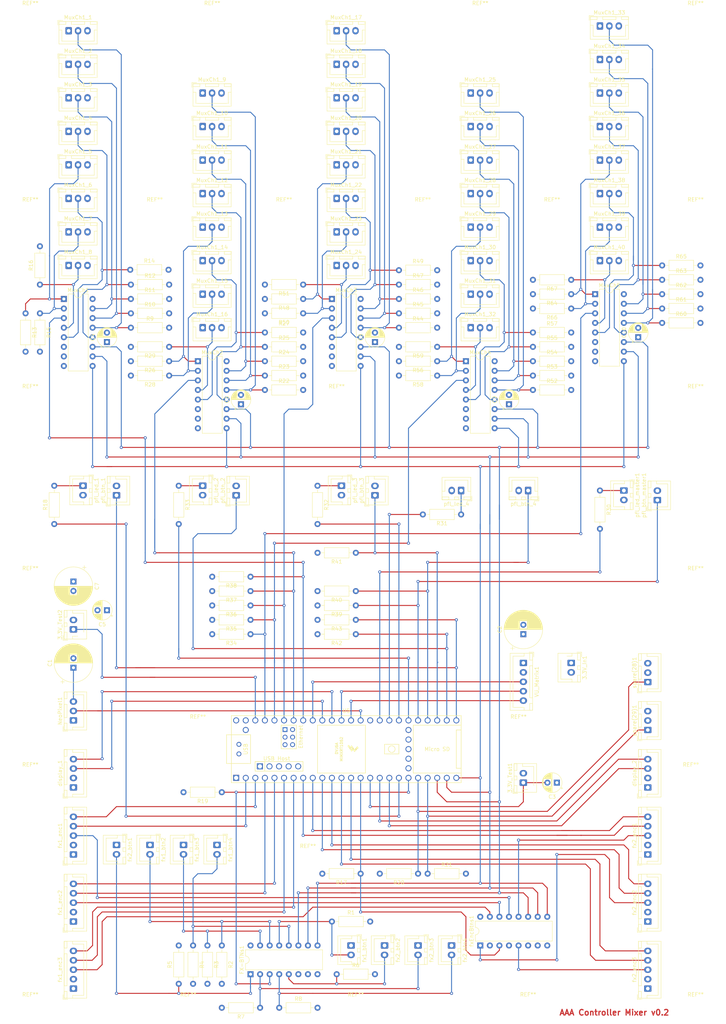
<source format=kicad_pcb>
(kicad_pcb (version 20171130) (host pcbnew 5.1.9)
  (title_block (title Mixer_pcb) (rev 0.2) (company AAA))
  (layers (0 F.Cu signal) (1 In1.Cu power hide) (2 In2.Cu power hide) (31 B.Cu signal) (34 B.Paste user) (35 F.Paste user) (36 B.SilkS user) (37 F.SilkS user) (38 B.Mask user) (39 F.Mask user) (44 Edge.Cuts user))
  (net 0 "")
  (net 1 "Net-(FX-BTNs1-Pad1)")
  (net 2 s2)
  (net 3 "Net-(FX-BTNs1-Pad2)")
  (net 4 s1)
  (net 5 mux_selBtn_fx)
  (net 6 s0)
  (net 7 "Net-(FX-BTNs1-Pad4)")
  (net 8 "Net-(FX-BTNs1-Pad12)")
  (net 9 "Net-(FX-BTNs1-Pad5)")
  (net 10 "Net-(FX-BTNs1-Pad13)")
  (net 11 GND)
  (net 12 "Net-(FX-BTNs1-Pad14)")
  (net 13 "Net-(FX-BTNs1-Pad15)")
  (net 14 +3V3)
  (net 15 "Net-(fxEncBtns1-Pad4)")
  (net 16 mux_encBtn_fx)
  (net 17 "Net-(fxEncBtns1-Pad2)")
  (net 18 vu_clk)
  (net 19 vu_cs)
  (net 20 vu_din)
  (net 21 display_sda2)
  (net 22 display_scl2)
  (net 23 display_scl1)
  (net 24 display_sda1)
  (net 25 neopixel)
  (net 26 pfl_led_master)
  (net 27 pfl_led_ch4)
  (net 28 pfl_led_ch3)
  (net 29 pfl_led_ch2)
  (net 30 pfl_led_ch1)
  (net 31 pfl_btn_master)
  (net 32 pfl_btn_ch4)
  (net 33 pfl_btn_ch3)
  (net 34 pfl_btn_ch2)
  (net 35 pfl_btn_ch1)
  (net 36 rEnc0_DT)
  (net 37 rEnc0_clk)
  (net 38 rEnc1_DT)
  (net 39 rEnc1_clk)
  (net 40 rEnc2_clk)
  (net 41 rEnc2_DT)
  (net 42 rEnc3_DT)
  (net 43 rEnc3_clk)
  (net 44 rEnc4_clk)
  (net 45 rEnc4_DT)
  (net 46 rEnc5_DT)
  (net 47 rEnc5_clk)
  (net 48 pin28)
  (net 49 pin29)
  (net 50 mux_ch1)
  (net 51 mux_ch2)
  (net 52 mux_ch3)
  (net 53 mux_ch4)
  (net 54 mux_master)
  (net 55 "Net-(U5-Pad49)")
  (net 56 "Net-(U5-Pad59)")
  (net 57 "Net-(U5-Pad58)")
  (net 58 "Net-(U5-Pad57)")
  (net 59 "Net-(U5-Pad56)")
  (net 60 "Net-(U5-Pad55)")
  (net 61 "Net-(U5-Pad48)")
  (net 62 "Net-(U5-Pad60)")
  (net 63 "Net-(U5-Pad65)")
  (net 64 "Net-(U5-Pad61)")
  (net 65 "Net-(U5-Pad64)")
  (net 66 "Net-(U5-Pad63)")
  (net 67 "Net-(U5-Pad62)")
  (net 68 "Net-(U5-Pad50)")
  (net 69 "Net-(U5-Pad51)")
  (net 70 "Net-(U5-Pad52)")
  (net 71 "Net-(U5-Pad53)")
  (net 72 "Net-(U5-Pad54)")
  (net 73 "Net-(U5-Pad67)")
  (net 74 "Net-(U5-Pad66)")
  (net 75 "Net-(fx1_enc1-Pad3)")
  (net 76 "Net-(fx1_enc2-Pad3)")
  (net 77 "Net-(fx1_enc3-Pad3)")
  (net 78 "Net-(fx2_enc1-Pad3)")
  (net 79 "Net-(fx2_enc2-Pad3)")
  (net 80 "Net-(fx2_enc3-Pad3)")
  (net 81 "Net-(MuxCh1-Pad1)")
  (net 82 "Net-(MuxCh1-Pad2)")
  (net 83 "Net-(MuxCh1-Pad4)")
  (net 84 "Net-(MuxCh1-Pad12)")
  (net 85 "Net-(MuxCh1-Pad5)")
  (net 86 "Net-(MuxCh1-Pad13)")
  (net 87 "Net-(MuxCh1-Pad14)")
  (net 88 "Net-(MuxCh1-Pad15)")
  (net 89 "Net-(MuxCh1_11-Pad2)")
  (net 90 "Net-(MuxCh1_10-Pad2)")
  (net 91 "Net-(MuxCh1_9-Pad2)")
  (net 92 "Net-(MuxCh1_14-Pad2)")
  (net 93 "Net-(MuxCh1_12-Pad2)")
  (net 94 "Net-(MuxCh1_16-Pad2)")
  (net 95 "Net-(MuxCh1_15-Pad2)")
  (net 96 "Net-(MuxCh1_13-Pad2)")
  (net 97 "Net-(MuxCh1_19-Pad2)")
  (net 98 "Net-(MuxCh1_18-Pad2)")
  (net 99 "Net-(MuxCh1_17-Pad2)")
  (net 100 "Net-(MuxCh1_22-Pad2)")
  (net 101 "Net-(MuxCh1_20-Pad2)")
  (net 102 "Net-(MuxCh1_24-Pad2)")
  (net 103 "Net-(MuxCh1_23-Pad2)")
  (net 104 "Net-(MuxCh1_21-Pad2)")
  (net 105 "Net-(MuxCh1_29-Pad2)")
  (net 106 "Net-(MuxCh1_31-Pad2)")
  (net 107 "Net-(MuxCh1_32-Pad2)")
  (net 108 "Net-(MuxCh1_28-Pad2)")
  (net 109 "Net-(MuxCh1_30-Pad2)")
  (net 110 "Net-(MuxCh1_25-Pad2)")
  (net 111 "Net-(MuxCh1_26-Pad2)")
  (net 112 "Net-(MuxCh1_27-Pad2)")
  (net 113 "Net-(MuxCh1_37-Pad2)")
  (net 114 "Net-(MuxCh1_39-Pad2)")
  (net 115 "Net-(MuxCh1_40-Pad2)")
  (net 116 "Net-(MuxCh1_36-Pad2)")
  (net 117 "Net-(MuxCh1_38-Pad2)")
  (net 118 "Net-(MuxCh1_33-Pad2)")
  (net 119 "Net-(MuxCh1_34-Pad2)")
  (net 120 "Net-(MuxCh1_35-Pad2)")
  (net 121 "Net-(R18-Pad1)")
  (net 122 "Net-(R30-Pad2)")
  (net 123 "Net-(R31-Pad2)")
  (net 124 "Net-(R32-Pad2)")
  (net 125 "Net-(R33-Pad2)")
  (net 126 "Net-(3.3V_Test1-Pad1)")
  (net 127 "Net-(3.3V_Test2-Pad1)")
  (module MountingHole:MountingHole_2.5mm (layer F.Cu) (at 154.94 68.58)
    (fp_text reference REF** (at 0 -3.5) (layer F.SilkS))
    (fp_text value MountingHole_2.5mm)
    (pad 1 np_thru_hole circle (at 0 0) (size 2.5 2.5) (drill 2.5) (layers *.Cu *.Mask))
  )
  (module MountingHole:MountingHole_2.5mm (layer F.Cu) (at 49.53 68.58)
    (fp_text reference REF** (at 0 -3.5) (layer F.SilkS))
    (fp_text value MountingHole_2.5mm)
    (pad 1 np_thru_hole circle (at 0 0) (size 2.5 2.5) (drill 2.5) (layers *.Cu *.Mask))
  )
  (module MountingHole:MountingHole_2.5mm (layer F.Cu) (at 83.82 68.58)
    (fp_text reference REF** (at 0 -3.5) (layer F.SilkS))
    (fp_text value MountingHole_2.5mm)
    (pad 1 np_thru_hole circle (at 0 0) (size 2.5 2.5) (drill 2.5) (layers *.Cu *.Mask))
  )
  (module MountingHole:MountingHole_2.5mm (layer F.Cu) (at 120.65 68.58)
    (fp_text reference REF** (at 0 -3.5) (layer F.SilkS))
    (fp_text value MountingHole_2.5mm)
    (pad 1 np_thru_hole circle (at 0 0) (size 2.5 2.5) (drill 2.5) (layers *.Cu *.Mask))
  )
  (module MountingHole:MountingHole_2.5mm (layer F.Cu) (at 146.05 205.74)
    (fp_text reference REF** (at 0 -3.5) (layer F.SilkS))
    (fp_text value MountingHole_2.5mm)
    (pad 1 np_thru_hole circle (at 0 0) (size 2.5 2.5) (drill 2.5) (layers *.Cu *.Mask))
  )
  (module MountingHole:MountingHole_2.5mm (layer F.Cu) (at 90.17 240.03)
    (fp_text reference REF** (at 0 -3.5) (layer F.SilkS))
    (fp_text value MountingHole_2.5mm)
    (pad 1 np_thru_hole circle (at 0 0) (size 2.5 2.5) (drill 2.5) (layers *.Cu *.Mask))
  )
  (module MountingHole:MountingHole_2.5mm (layer F.Cu) (at 60.96 205.74)
    (fp_text reference REF** (at 0 -3.5) (layer F.SilkS))
    (fp_text value MountingHole_2.5mm)
    (pad 1 np_thru_hole circle (at 0 0) (size 2.5 2.5) (drill 2.5) (layers *.Cu *.Mask))
  )
  (module MountingHole:MountingHole_2.5mm (layer F.Cu) (at 97.79 118.11)
    (fp_text reference REF** (at 0 -3.5) (layer F.SilkS))
    (fp_text value MountingHole_2.5mm)
    (pad 1 np_thru_hole circle (at 0 0) (size 2.5 2.5) (drill 2.5) (layers *.Cu *.Mask))
  )
  (module MountingHole:MountingHole_2.5mm (layer F.Cu) (at 16.51 68.58)
    (fp_text reference REF** (at 0 -3.5) (layer F.SilkS))
    (fp_text value MountingHole_2.5mm)
    (pad 1 np_thru_hole circle (at 0 0) (size 2.5 2.5) (drill 2.5) (layers *.Cu *.Mask))
  )
  (module MountingHole:MountingHole_2.5mm (layer F.Cu) (at 16.51 118.11)
    (fp_text reference REF** (at 0 -3.5) (layer F.SilkS))
    (fp_text value MountingHole_2.5mm)
    (pad 1 np_thru_hole circle (at 0 0) (size 2.5 2.5) (drill 2.5) (layers *.Cu *.Mask))
  )
  (module MountingHole:MountingHole_2.5mm (layer F.Cu) (at 16.51 166.37)
    (fp_text reference REF** (at 0 -3.5) (layer F.SilkS))
    (fp_text value MountingHole_2.5mm)
    (pad 1 np_thru_hole circle (at 0 0) (size 2.5 2.5) (drill 2.5) (layers *.Cu *.Mask))
  )
  (module MountingHole:MountingHole_2.5mm (layer F.Cu) (at 16.51 218.44)
    (fp_text reference REF** (at 0 -3.5) (layer F.SilkS))
    (fp_text value MountingHole_2.5mm)
    (pad 1 np_thru_hole circle (at 0 0) (size 2.5 2.5) (drill 2.5) (layers *.Cu *.Mask))
  )
  (module MountingHole:MountingHole_2.5mm (layer F.Cu) (at 148.59 279.4)
    (fp_text reference REF** (at 0 -3.5) (layer F.SilkS))
    (fp_text value MountingHole_2.5mm)
    (pad 1 np_thru_hole circle (at 0 0) (size 2.5 2.5) (drill 2.5) (layers *.Cu *.Mask))
  )
  (module MountingHole:MountingHole_2.5mm (layer F.Cu) (at 16.51 279.4)
    (fp_text reference REF** (at 0 -3.5) (layer F.SilkS))
    (fp_text value MountingHole_2.5mm)
    (pad 1 np_thru_hole circle (at 0 0) (size 2.5 2.5) (drill 2.5) (layers *.Cu *.Mask))
  )
  (module MountingHole:MountingHole_2.5mm (layer F.Cu) (at 58.42 279.4)
    (fp_text reference REF** (at 0 -3.5) (layer F.SilkS))
    (fp_text value MountingHole_2.5mm)
    (pad 1 np_thru_hole circle (at 0 0) (size 2.5 2.5) (drill 2.5) (layers *.Cu *.Mask))
  )
  (module MountingHole:MountingHole_2.5mm (layer F.Cu) (at 102.87 279.4)
    (fp_text reference REF** (at 0 -3.5) (layer F.SilkS))
    (fp_text value MountingHole_2.5mm)
    (pad 1 np_thru_hole circle (at 0 0) (size 2.5 2.5) (drill 2.5) (layers *.Cu *.Mask))
  )
  (module MountingHole:MountingHole_2.5mm (layer F.Cu) (at 193.04 279.4)
    (fp_text reference REF** (at 0 -3.5) (layer F.SilkS))
    (fp_text value MountingHole_2.5mm)
    (pad 1 np_thru_hole circle (at 0 0) (size 2.5 2.5) (drill 2.5) (layers *.Cu *.Mask))
  )
  (module MountingHole:MountingHole_2.5mm (layer F.Cu) (at 191.77 218.44)
    (fp_text reference REF** (at 0 -3.5) (layer F.SilkS))
    (fp_text value MountingHole_2.5mm)
    (pad 1 np_thru_hole circle (at 0 0) (size 2.5 2.5) (drill 2.5) (layers *.Cu *.Mask))
  )
  (module MountingHole:MountingHole_2.5mm (layer F.Cu) (at 193.04 166.37)
    (fp_text reference REF** (at 0 -3.5) (layer F.SilkS))
    (fp_text value MountingHole_2.5mm)
    (pad 1 np_thru_hole circle (at 0 0) (size 2.5 2.5) (drill 2.5) (layers *.Cu *.Mask))
  )
  (module MountingHole:MountingHole_2.5mm (layer F.Cu) (at 193.04 118.11)
    (fp_text reference REF** (at 0 -3.5) (layer F.SilkS))
    (fp_text value MountingHole_2.5mm)
    (pad 1 np_thru_hole circle (at 0 0) (size 2.5 2.5) (drill 2.5) (layers *.Cu *.Mask))
  )
  (module MountingHole:MountingHole_2.5mm (layer F.Cu) (at 193.04 68.58)
    (fp_text reference REF** (at 0 -3.5) (layer F.SilkS))
    (fp_text value MountingHole_2.5mm)
    (pad 1 np_thru_hole circle (at 0 0) (size 2.5 2.5) (drill 2.5) (layers *.Cu *.Mask))
  )
  (module MountingHole:MountingHole_2.5mm (layer F.Cu) (at 193.04 16.51)
    (fp_text reference REF** (at 0 -3.5) (layer F.SilkS))
    (fp_text value MountingHole_2.5mm)
    (pad 1 np_thru_hole circle (at 0 0) (size 2.5 2.5) (drill 2.5) (layers *.Cu *.Mask))
  )
  (module MountingHole:MountingHole_2.5mm (layer F.Cu) (at 135.89 16.51)
    (fp_text reference REF** (at 0 -3.5) (layer F.SilkS))
    (fp_text value MountingHole_2.5mm)
    (pad 1 np_thru_hole circle (at 0 0) (size 2.5 2.5) (drill 2.5) (layers *.Cu *.Mask))
  )
  (module MountingHole:MountingHole_2.5mm (layer F.Cu) (at 64.77 16.51)
    (fp_text reference REF** (at 0 -3.5) (layer F.SilkS))
    (fp_text value MountingHole_2.5mm)
    (pad 1 np_thru_hole circle (at 0 0) (size 2.5 2.5) (drill 2.5) (layers *.Cu *.Mask))
  )
  (module MountingHole:MountingHole_2.5mm (layer F.Cu) (at 16.51 16.51)
    (fp_text reference REF** (at 0 -3.5) (layer F.SilkS))
    (fp_text value MountingHole_2.5mm)
    (pad 1 np_thru_hole circle (at 0 0) (size 2.5 2.5) (drill 2.5) (layers *.Cu *.Mask))
  )
  (module Resistor_THT:R_Axial_DIN0207_L6.3mm_D2.5mm_P10.16mm_Horizontal (layer F.Cu) (at 67.31 262.89 270)
    (fp_text reference R2 (at 5.08 -2.37 90) (layer F.SilkS))
    (fp_text value 100k)
    (pad 1 thru_hole circle (at 0 0 270) (size 1.6 1.6) (drill 0.8) (layers *.Cu *.Mask) (net 12 "Net-(FX-BTNs1-Pad14)"))
    (pad 2 thru_hole oval (at 10.16 0 270) (size 1.6 1.6) (drill 0.8) (layers *.Cu *.Mask) (net 11 GND))
  )
  (module Resistor_THT:R_Axial_DIN0207_L6.3mm_D2.5mm_P10.16mm_Horizontal (layer F.Cu) (at 15.24 95.25 270)
    (fp_text reference R13 (at 5.08 -2.37 90) (layer F.SilkS))
    (fp_text value "100k   ")
    (pad 1 thru_hole circle (at 0 0 270) (size 1.6 1.6) (drill 0.8) (layers *.Cu *.Mask) (net 81 "Net-(MuxCh1-Pad1)"))
    (pad 2 thru_hole oval (at 10.16 0 270) (size 1.6 1.6) (drill 0.8) (layers *.Cu *.Mask) (net 11 GND))
  )
  (module Package_DIP:DIP-16_W7.62mm (layer F.Cu) (at 74.93 270.51 90)
    (fp_text reference FX-BTNs1 (at 3.81 -2.33 90) (layer F.SilkS))
    (fp_text value 74HC4051 hide)
    (pad 16 thru_hole oval (at 7.62 0 90) (size 1.6 1.6) (drill 0.8) (layers *.Cu *.Mask) (net 14 +3V3))
    (pad 8 thru_hole oval (at 0 17.78 90) (size 1.6 1.6) (drill 0.8) (layers *.Cu *.Mask) (net 11 GND))
    (pad 15 thru_hole oval (at 7.62 2.54 90) (size 1.6 1.6) (drill 0.8) (layers *.Cu *.Mask) (net 13 "Net-(FX-BTNs1-Pad15)"))
    (pad 7 thru_hole oval (at 0 15.24 90) (size 1.6 1.6) (drill 0.8) (layers *.Cu *.Mask) (net 11 GND))
    (pad 14 thru_hole oval (at 7.62 5.08 90) (size 1.6 1.6) (drill 0.8) (layers *.Cu *.Mask) (net 12 "Net-(FX-BTNs1-Pad14)"))
    (pad 6 thru_hole oval (at 0 12.7 90) (size 1.6 1.6) (drill 0.8) (layers *.Cu *.Mask) (net 11 GND))
    (pad 13 thru_hole oval (at 7.62 7.62 90) (size 1.6 1.6) (drill 0.8) (layers *.Cu *.Mask) (net 10 "Net-(FX-BTNs1-Pad13)"))
    (pad 5 thru_hole oval (at 0 10.16 90) (size 1.6 1.6) (drill 0.8) (layers *.Cu *.Mask) (net 9 "Net-(FX-BTNs1-Pad5)"))
    (pad 12 thru_hole oval (at 7.62 10.16 90) (size 1.6 1.6) (drill 0.8) (layers *.Cu *.Mask) (net 8 "Net-(FX-BTNs1-Pad12)"))
    (pad 4 thru_hole oval (at 0 7.62 90) (size 1.6 1.6) (drill 0.8) (layers *.Cu *.Mask) (net 7 "Net-(FX-BTNs1-Pad4)"))
    (pad 11 thru_hole oval (at 7.62 12.7 90) (size 1.6 1.6) (drill 0.8) (layers *.Cu *.Mask) (net 6 s0))
    (pad 3 thru_hole oval (at 0 5.08 90) (size 1.6 1.6) (drill 0.8) (layers *.Cu *.Mask) (net 5 mux_selBtn_fx))
    (pad 10 thru_hole oval (at 7.62 15.24 90) (size 1.6 1.6) (drill 0.8) (layers *.Cu *.Mask) (net 4 s1))
    (pad 2 thru_hole oval (at 0 2.54 90) (size 1.6 1.6) (drill 0.8) (layers *.Cu *.Mask) (net 3 "Net-(FX-BTNs1-Pad2)"))
    (pad 9 thru_hole oval (at 7.62 17.78 90) (size 1.6 1.6) (drill 0.8) (layers *.Cu *.Mask) (net 2 s2))
    (pad 1 thru_hole rect (at 0 0 90) (size 1.6 1.6) (drill 0.8) (layers *.Cu *.Mask) (net 1 "Net-(FX-BTNs1-Pad1)"))
  )
  (module Connector_JST:JST_XH_B5B-XH-A_1x05_P2.50mm_Vertical (layer F.Cu) (at 27.94 256.54 90)
    (fp_text reference fx1_enc2 (at 5 -3.55 90) (layer F.SilkS))
    (fp_text value Conn_01x05 hide)
    (pad 5 thru_hole oval (at 10 0 90) (size 1.7 1.95) (drill 0.95) (layers *.Cu *.Mask) (net 39 rEnc1_clk))
    (pad 4 thru_hole oval (at 7.5 0 90) (size 1.7 1.95) (drill 0.95) (layers *.Cu *.Mask) (net 38 rEnc1_DT))
    (pad 3 thru_hole oval (at 5 0 90) (size 1.7 1.95) (drill 0.95) (layers *.Cu *.Mask) (net 76 "Net-(fx1_enc2-Pad3)"))
    (pad 2 thru_hole oval (at 2.5 0 90) (size 1.7 1.95) (drill 0.95) (layers *.Cu *.Mask) (net 14 +3V3))
    (pad 1 thru_hole roundrect (at 0 0 90) (size 1.7 1.95) (drill 0.95) (layers *.Cu *.Mask) (roundrect_rratio 0.147059) (net 11 GND))
  )
  (module Connector_JST:JST_XH_B3B-XH-A_1x03_P2.50mm_Vertical (layer F.Cu) (at 26.67 46.99)
    (fp_text reference MuxCh1_4 (at 2.5 -3.55) (layer F.SilkS))
    (fp_text value Conn_01x03 hide)
    (pad 3 thru_hole oval (at 5 0) (size 1.7 1.95) (drill 0.95) (layers *.Cu *.Mask) (net 11 GND))
    (pad 2 thru_hole oval (at 2.5 0) (size 1.7 1.95) (drill 0.95) (layers *.Cu *.Mask) (net 84 "Net-(MuxCh1-Pad12)"))
    (pad 1 thru_hole roundrect (at 0 0) (size 1.7 1.95) (drill 0.95) (layers *.Cu *.Mask) (roundrect_rratio 0.147059) (net 14 +3V3))
  )
  (module Connector_JST:JST_XH_B3B-XH-A_1x03_P2.50mm_Vertical (layer F.Cu) (at 26.67 55.88)
    (fp_text reference MuxCh1_5 (at 2.5 -3.55) (layer F.SilkS))
    (fp_text value Conn_01x03 hide)
    (pad 3 thru_hole oval (at 5 0) (size 1.7 1.95) (drill 0.95) (layers *.Cu *.Mask) (net 11 GND))
    (pad 2 thru_hole oval (at 2.5 0) (size 1.7 1.95) (drill 0.95) (layers *.Cu *.Mask) (net 81 "Net-(MuxCh1-Pad1)"))
    (pad 1 thru_hole roundrect (at 0 0) (size 1.7 1.95) (drill 0.95) (layers *.Cu *.Mask) (roundrect_rratio 0.147059) (net 14 +3V3))
  )
  (module Connector_JST:JST_XH_B3B-XH-A_1x03_P2.50mm_Vertical (layer F.Cu) (at 26.67 29.21)
    (fp_text reference MuxCh1_2 (at 2.5 -3.55) (layer F.SilkS))
    (fp_text value Conn_01x03 hide)
    (pad 1 thru_hole roundrect (at 0 0) (size 1.7 1.95) (drill 0.95) (layers *.Cu *.Mask) (roundrect_rratio 0.147059) (net 14 +3V3))
    (pad 2 thru_hole oval (at 2.5 0) (size 1.7 1.95) (drill 0.95) (layers *.Cu *.Mask) (net 87 "Net-(MuxCh1-Pad14)"))
    (pad 3 thru_hole oval (at 5 0) (size 1.7 1.95) (drill 0.95) (layers *.Cu *.Mask) (net 11 GND))
  )
  (module Package_DIP:DIP-16_W7.62mm (layer F.Cu) (at 25.4 91.44)
    (fp_text reference MuxCh1 (at 3.81 -2.33) (layer F.SilkS))
    (fp_text value 74HC4051 hide)
    (pad 1 thru_hole rect (at 0 0) (size 1.6 1.6) (drill 0.8) (layers *.Cu *.Mask) (net 81 "Net-(MuxCh1-Pad1)"))
    (pad 9 thru_hole oval (at 7.62 17.78) (size 1.6 1.6) (drill 0.8) (layers *.Cu *.Mask) (net 2 s2))
    (pad 2 thru_hole oval (at 0 2.54) (size 1.6 1.6) (drill 0.8) (layers *.Cu *.Mask) (net 82 "Net-(MuxCh1-Pad2)"))
    (pad 10 thru_hole oval (at 7.62 15.24) (size 1.6 1.6) (drill 0.8) (layers *.Cu *.Mask) (net 4 s1))
    (pad 3 thru_hole oval (at 0 5.08) (size 1.6 1.6) (drill 0.8) (layers *.Cu *.Mask) (net 50 mux_ch1))
    (pad 11 thru_hole oval (at 7.62 12.7) (size 1.6 1.6) (drill 0.8) (layers *.Cu *.Mask) (net 6 s0))
    (pad 4 thru_hole oval (at 0 7.62) (size 1.6 1.6) (drill 0.8) (layers *.Cu *.Mask) (net 83 "Net-(MuxCh1-Pad4)"))
    (pad 12 thru_hole oval (at 7.62 10.16) (size 1.6 1.6) (drill 0.8) (layers *.Cu *.Mask) (net 84 "Net-(MuxCh1-Pad12)"))
    (pad 5 thru_hole oval (at 0 10.16) (size 1.6 1.6) (drill 0.8) (layers *.Cu *.Mask) (net 85 "Net-(MuxCh1-Pad5)"))
    (pad 13 thru_hole oval (at 7.62 7.62) (size 1.6 1.6) (drill 0.8) (layers *.Cu *.Mask) (net 86 "Net-(MuxCh1-Pad13)"))
    (pad 6 thru_hole oval (at 0 12.7) (size 1.6 1.6) (drill 0.8) (layers *.Cu *.Mask) (net 11 GND))
    (pad 14 thru_hole oval (at 7.62 5.08) (size 1.6 1.6) (drill 0.8) (layers *.Cu *.Mask) (net 87 "Net-(MuxCh1-Pad14)"))
    (pad 7 thru_hole oval (at 0 15.24) (size 1.6 1.6) (drill 0.8) (layers *.Cu *.Mask) (net 11 GND))
    (pad 15 thru_hole oval (at 7.62 2.54) (size 1.6 1.6) (drill 0.8) (layers *.Cu *.Mask) (net 88 "Net-(MuxCh1-Pad15)"))
    (pad 8 thru_hole oval (at 0 17.78) (size 1.6 1.6) (drill 0.8) (layers *.Cu *.Mask) (net 11 GND))
    (pad 16 thru_hole oval (at 7.62 0) (size 1.6 1.6) (drill 0.8) (layers *.Cu *.Mask) (net 14 +3V3))
  )
  (module Connector_JST:JST_XH_B3B-XH-A_1x03_P2.50mm_Vertical (layer F.Cu) (at 26.67 38.1)
    (fp_text reference MuxCh1_3 (at 2.5 -3.55) (layer F.SilkS))
    (fp_text value Conn_01x03 hide)
    (pad 3 thru_hole oval (at 5 0) (size 1.7 1.95) (drill 0.95) (layers *.Cu *.Mask) (net 11 GND))
    (pad 2 thru_hole oval (at 2.5 0) (size 1.7 1.95) (drill 0.95) (layers *.Cu *.Mask) (net 88 "Net-(MuxCh1-Pad15)"))
    (pad 1 thru_hole roundrect (at 0 0) (size 1.7 1.95) (drill 0.95) (layers *.Cu *.Mask) (roundrect_rratio 0.147059) (net 14 +3V3))
  )
  (module Connector_JST:JST_XH_B3B-XH-A_1x03_P2.50mm_Vertical (layer F.Cu) (at 26.67 64.77)
    (fp_text reference MuxCh1_6 (at 2.5 -3.55) (layer F.SilkS))
    (fp_text value Conn_01x03 hide)
    (pad 1 thru_hole roundrect (at 0 0) (size 1.7 1.95) (drill 0.95) (layers *.Cu *.Mask) (roundrect_rratio 0.147059) (net 14 +3V3))
    (pad 2 thru_hole oval (at 2.5 0) (size 1.7 1.95) (drill 0.95) (layers *.Cu *.Mask) (net 85 "Net-(MuxCh1-Pad5)"))
    (pad 3 thru_hole oval (at 5 0) (size 1.7 1.95) (drill 0.95) (layers *.Cu *.Mask) (net 11 GND))
  )
  (module Connector_JST:JST_XH_B3B-XH-A_1x03_P2.50mm_Vertical (layer F.Cu) (at 26.67 73.66)
    (fp_text reference MuxCh1_7 (at 2.5 -3.55) (layer F.SilkS))
    (fp_text value Conn_01x03 hide)
    (pad 1 thru_hole roundrect (at 0 0) (size 1.7 1.95) (drill 0.95) (layers *.Cu *.Mask) (roundrect_rratio 0.147059) (net 14 +3V3))
    (pad 2 thru_hole oval (at 2.5 0) (size 1.7 1.95) (drill 0.95) (layers *.Cu *.Mask) (net 82 "Net-(MuxCh1-Pad2)"))
    (pad 3 thru_hole oval (at 5 0) (size 1.7 1.95) (drill 0.95) (layers *.Cu *.Mask) (net 11 GND))
  )
  (module Connector_JST:JST_XH_B3B-XH-A_1x03_P2.50mm_Vertical (layer F.Cu) (at 26.67 82.55)
    (fp_text reference MuxCh1_8 (at 2.5 -3.55) (layer F.SilkS))
    (fp_text value Conn_01x03 hide)
    (pad 3 thru_hole oval (at 5 0) (size 1.7 1.95) (drill 0.95) (layers *.Cu *.Mask) (net 11 GND))
    (pad 2 thru_hole oval (at 2.5 0) (size 1.7 1.95) (drill 0.95) (layers *.Cu *.Mask) (net 83 "Net-(MuxCh1-Pad4)"))
    (pad 1 thru_hole roundrect (at 0 0) (size 1.7 1.95) (drill 0.95) (layers *.Cu *.Mask) (roundrect_rratio 0.147059) (net 14 +3V3))
  )
  (module Connector_JST:JST_XH_B3B-XH-A_1x03_P2.50mm_Vertical (layer F.Cu) (at 26.67 20.32)
    (fp_text reference MuxCh1_1 (at 2.5 -3.55) (layer F.SilkS))
    (fp_text value Conn_01x03 hide)
    (pad 3 thru_hole oval (at 5 0) (size 1.7 1.95) (drill 0.95) (layers *.Cu *.Mask) (net 11 GND))
    (pad 2 thru_hole oval (at 2.5 0) (size 1.7 1.95) (drill 0.95) (layers *.Cu *.Mask) (net 86 "Net-(MuxCh1-Pad13)"))
    (pad 1 thru_hole roundrect (at 0 0) (size 1.7 1.95) (drill 0.95) (layers *.Cu *.Mask) (roundrect_rratio 0.147059) (net 14 +3V3))
  )
  (module Connector_JST:JST_XH_B3B-XH-A_1x03_P2.50mm_Vertical (layer F.Cu) (at 27.94 203.2 90)
    (fp_text reference NeoPixel1 (at 2.5 -3.55 90) (layer F.SilkS))
    (fp_text value Conn_01x03 hide)
    (pad 1 thru_hole roundrect (at 0 0 90) (size 1.7 1.95) (drill 0.95) (layers *.Cu *.Mask) (roundrect_rratio 0.147059) (net 11 GND))
    (pad 2 thru_hole oval (at 2.5 0 90) (size 1.7 1.95) (drill 0.95) (layers *.Cu *.Mask) (net 25 neopixel))
    (pad 3 thru_hole oval (at 5 0 90) (size 1.7 1.95) (drill 0.95) (layers *.Cu *.Mask) (net 14 +3V3))
  )
  (module Connector_JST:JST_XH_B5B-XH-A_1x05_P2.50mm_Vertical (layer F.Cu) (at 147.32 187.96 270)
    (fp_text reference VU_Matrix1 (at 5 -3.55 90) (layer F.SilkS))
    (fp_text value "MAX7219 led matrix vu" hide)
    (pad 5 thru_hole oval (at 10 0 270) (size 1.7 1.95) (drill 0.95) (layers *.Cu *.Mask) (net 18 vu_clk))
    (pad 4 thru_hole oval (at 7.5 0 270) (size 1.7 1.95) (drill 0.95) (layers *.Cu *.Mask) (net 19 vu_cs))
    (pad 3 thru_hole oval (at 5 0 270) (size 1.7 1.95) (drill 0.95) (layers *.Cu *.Mask) (net 20 vu_din))
    (pad 2 thru_hole oval (at 2.5 0 270) (size 1.7 1.95) (drill 0.95) (layers *.Cu *.Mask) (net 11 GND))
    (pad 1 thru_hole roundrect (at 0 0 270) (size 1.7 1.95) (drill 0.95) (layers *.Cu *.Mask) (roundrect_rratio 0.147059) (net 14 +3V3))
  )
  (module Connector_JST:JST_XH_B4B-XH-A_1x04_P2.50mm_Vertical (layer F.Cu) (at 27.94 220.98 90)
    (fp_text reference display_1 (at 3.75 -3.55 90) (layer F.SilkS))
    (fp_text value Conn_01x04 hide)
    (pad 1 thru_hole roundrect (at 0 0 90) (size 1.7 1.95) (drill 0.95) (layers *.Cu *.Mask) (roundrect_rratio 0.147059) (net 14 +3V3))
    (pad 2 thru_hole oval (at 2.5 0 90) (size 1.7 1.95) (drill 0.95) (layers *.Cu *.Mask) (net 11 GND))
    (pad 3 thru_hole oval (at 5 0 90) (size 1.7 1.95) (drill 0.95) (layers *.Cu *.Mask) (net 24 display_sda1))
    (pad 4 thru_hole oval (at 7.5 0 90) (size 1.7 1.95) (drill 0.95) (layers *.Cu *.Mask) (net 23 display_scl1))
  )
  (module Connector_JST:JST_XH_B4B-XH-A_1x04_P2.50mm_Vertical (layer F.Cu) (at 180.34 220.98 90)
    (fp_text reference display_2 (at 3.75 -3.55 90) (layer F.SilkS))
    (fp_text value Conn_01x04 hide)
    (pad 4 thru_hole oval (at 7.5 0 90) (size 1.7 1.95) (drill 0.95) (layers *.Cu *.Mask) (net 22 display_scl2))
    (pad 3 thru_hole oval (at 5 0 90) (size 1.7 1.95) (drill 0.95) (layers *.Cu *.Mask) (net 21 display_sda2))
    (pad 2 thru_hole oval (at 2.5 0 90) (size 1.7 1.95) (drill 0.95) (layers *.Cu *.Mask) (net 11 GND))
    (pad 1 thru_hole roundrect (at 0 0 90) (size 1.7 1.95) (drill 0.95) (layers *.Cu *.Mask) (roundrect_rratio 0.147059) (net 14 +3V3))
  )
  (module Connector_JST:JST_XH_B2B-XH-A_1x02_P2.50mm_Vertical (layer F.Cu) (at 101.6 262.89 270)
    (fp_text reference fx1_btn1 (at 1.25 -3.55 90) (layer F.SilkS))
    (fp_text value Conn_01x02 hide)
    (pad 1 thru_hole roundrect (at 0 0 270) (size 1.7 2) (drill 1) (layers *.Cu *.Mask) (roundrect_rratio 0.147059) (net 14 +3V3))
    (pad 2 thru_hole oval (at 2.5 0 270) (size 1.7 2) (drill 1) (layers *.Cu *.Mask) (net 10 "Net-(FX-BTNs1-Pad13)"))
  )
  (module Connector_JST:JST_XH_B2B-XH-A_1x02_P2.50mm_Vertical (layer F.Cu) (at 48.26 236.22 270)
    (fp_text reference fx1_btn2 (at 1.25 -3.55 90) (layer F.SilkS))
    (fp_text value Conn_01x02 hide)
    (pad 2 thru_hole oval (at 2.5 0 270) (size 1.7 2) (drill 1) (layers *.Cu *.Mask) (net 12 "Net-(FX-BTNs1-Pad14)"))
    (pad 1 thru_hole roundrect (at 0 0 270) (size 1.7 2) (drill 1) (layers *.Cu *.Mask) (roundrect_rratio 0.147059) (net 14 +3V3))
  )
  (module Connector_JST:JST_XH_B2B-XH-A_1x02_P2.50mm_Vertical (layer F.Cu) (at 57.15 236.22 270)
    (fp_text reference fx1_btn3 (at 1.25 -3.55 90) (layer F.SilkS))
    (fp_text value Conn_01x02 hide)
    (pad 2 thru_hole oval (at 2.5 0 270) (size 1.7 2) (drill 1) (layers *.Cu *.Mask) (net 13 "Net-(FX-BTNs1-Pad15)"))
    (pad 1 thru_hole roundrect (at 0 0 270) (size 1.7 2) (drill 1) (layers *.Cu *.Mask) (roundrect_rratio 0.147059) (net 14 +3V3))
  )
  (module Connector_JST:JST_XH_B2B-XH-A_1x02_P2.50mm_Vertical (layer F.Cu) (at 66.04 236.22 270)
    (fp_text reference fx1_btn4 (at 1.25 -3.55 90) (layer F.SilkS))
    (fp_text value Conn_01x02 hide)
    (pad 1 thru_hole roundrect (at 0 0 270) (size 1.7 2) (drill 1) (layers *.Cu *.Mask) (roundrect_rratio 0.147059) (net 14 +3V3))
    (pad 2 thru_hole oval (at 2.5 0 270) (size 1.7 2) (drill 1) (layers *.Cu *.Mask) (net 8 "Net-(FX-BTNs1-Pad12)"))
  )
  (module Connector_JST:JST_XH_B5B-XH-A_1x05_P2.50mm_Vertical (layer F.Cu) (at 27.94 238.76 90)
    (fp_text reference fx1_enc1 (at 5 -3.55 90) (layer F.SilkS))
    (fp_text value Conn_01x05 hide)
    (pad 5 thru_hole oval (at 10 0 90) (size 1.7 1.95) (drill 0.95) (layers *.Cu *.Mask) (net 37 rEnc0_clk))
    (pad 4 thru_hole oval (at 7.5 0 90) (size 1.7 1.95) (drill 0.95) (layers *.Cu *.Mask) (net 36 rEnc0_DT))
    (pad 3 thru_hole oval (at 5 0 90) (size 1.7 1.95) (drill 0.95) (layers *.Cu *.Mask) (net 75 "Net-(fx1_enc1-Pad3)"))
    (pad 2 thru_hole oval (at 2.5 0 90) (size 1.7 1.95) (drill 0.95) (layers *.Cu *.Mask) (net 14 +3V3))
    (pad 1 thru_hole roundrect (at 0 0 90) (size 1.7 1.95) (drill 0.95) (layers *.Cu *.Mask) (roundrect_rratio 0.147059) (net 11 GND))
  )
  (module Connector_JST:JST_XH_B5B-XH-A_1x05_P2.50mm_Vertical (layer F.Cu) (at 27.94 274.32 90)
    (fp_text reference fx1_enc3 (at 5 -3.55 90) (layer F.SilkS))
    (fp_text value Conn_01x05 hide)
    (pad 5 thru_hole oval (at 10 0 90) (size 1.7 1.95) (drill 0.95) (layers *.Cu *.Mask) (net 40 rEnc2_clk))
    (pad 4 thru_hole oval (at 7.5 0 90) (size 1.7 1.95) (drill 0.95) (layers *.Cu *.Mask) (net 41 rEnc2_DT))
    (pad 3 thru_hole oval (at 5 0 90) (size 1.7 1.95) (drill 0.95) (layers *.Cu *.Mask) (net 77 "Net-(fx1_enc3-Pad3)"))
    (pad 2 thru_hole oval (at 2.5 0 90) (size 1.7 1.95) (drill 0.95) (layers *.Cu *.Mask) (net 14 +3V3))
    (pad 1 thru_hole roundrect (at 0 0 90) (size 1.7 1.95) (drill 0.95) (layers *.Cu *.Mask) (roundrect_rratio 0.147059) (net 11 GND))
  )
  (module Connector_JST:JST_XH_B2B-XH-A_1x02_P2.50mm_Vertical (layer F.Cu) (at 39.37 236.22 270)
    (fp_text reference fx2_btn1 (at 1.25 -3.55 90) (layer F.SilkS))
    (fp_text value Conn_01x02 hide)
    (pad 2 thru_hole oval (at 2.5 0 270) (size 1.7 2) (drill 1) (layers *.Cu *.Mask) (net 1 "Net-(FX-BTNs1-Pad1)"))
    (pad 1 thru_hole roundrect (at 0 0 270) (size 1.7 2) (drill 1) (layers *.Cu *.Mask) (roundrect_rratio 0.147059) (net 14 +3V3))
  )
  (module Connector_JST:JST_XH_B2B-XH-A_1x02_P2.50mm_Vertical (layer F.Cu) (at 110.49 262.89 270)
    (fp_text reference fx2_btn2 (at 1.25 -3.55 90) (layer F.SilkS))
    (fp_text value Conn_01x02 hide)
    (pad 1 thru_hole roundrect (at 0 0 270) (size 1.7 2) (drill 1) (layers *.Cu *.Mask) (roundrect_rratio 0.147059) (net 14 +3V3))
    (pad 2 thru_hole oval (at 2.5 0 270) (size 1.7 2) (drill 1) (layers *.Cu *.Mask) (net 9 "Net-(FX-BTNs1-Pad5)"))
  )
  (module Connector_JST:JST_XH_B2B-XH-A_1x02_P2.50mm_Vertical (layer F.Cu) (at 119.38 262.89 270)
    (fp_text reference fx2_btn3 (at 1.25 -3.55 90) (layer F.SilkS))
    (fp_text value Conn_01x02 hide)
    (pad 2 thru_hole oval (at 2.5 0 270) (size 1.7 2) (drill 1) (layers *.Cu *.Mask) (net 3 "Net-(FX-BTNs1-Pad2)"))
    (pad 1 thru_hole roundrect (at 0 0 270) (size 1.7 2) (drill 1) (layers *.Cu *.Mask) (roundrect_rratio 0.147059) (net 14 +3V3))
  )
  (module Connector_JST:JST_XH_B2B-XH-A_1x02_P2.50mm_Vertical (layer F.Cu) (at 128.27 262.89 270)
    (fp_text reference fx2_btn4 (at 1.25 -3.55 90) (layer F.SilkS))
    (fp_text value Conn_01x02 hide)
    (pad 1 thru_hole roundrect (at 0 0 270) (size 1.7 2) (drill 1) (layers *.Cu *.Mask) (roundrect_rratio 0.147059) (net 14 +3V3))
    (pad 2 thru_hole oval (at 2.5 0 270) (size 1.7 2) (drill 1) (layers *.Cu *.Mask) (net 7 "Net-(FX-BTNs1-Pad4)"))
  )
  (module Connector_JST:JST_XH_B5B-XH-A_1x05_P2.50mm_Vertical (layer F.Cu) (at 180.34 238.76 90)
    (fp_text reference fx2_enc1 (at 5 -3.55 90) (layer F.SilkS))
    (fp_text value Conn_01x05 hide)
    (pad 1 thru_hole roundrect (at 0 0 90) (size 1.7 1.95) (drill 0.95) (layers *.Cu *.Mask) (roundrect_rratio 0.147059) (net 11 GND))
    (pad 2 thru_hole oval (at 2.5 0 90) (size 1.7 1.95) (drill 0.95) (layers *.Cu *.Mask) (net 14 +3V3))
    (pad 3 thru_hole oval (at 5 0 90) (size 1.7 1.95) (drill 0.95) (layers *.Cu *.Mask) (net 78 "Net-(fx2_enc1-Pad3)"))
    (pad 4 thru_hole oval (at 7.5 0 90) (size 1.7 1.95) (drill 0.95) (layers *.Cu *.Mask) (net 42 rEnc3_DT))
    (pad 5 thru_hole oval (at 10 0 90) (size 1.7 1.95) (drill 0.95) (layers *.Cu *.Mask) (net 43 rEnc3_clk))
  )
  (module Connector_JST:JST_XH_B5B-XH-A_1x05_P2.50mm_Vertical (layer F.Cu) (at 180.34 256.54 90)
    (fp_text reference fx2_enc2 (at 5 -3.55 90) (layer F.SilkS))
    (fp_text value Conn_01x05 hide)
    (pad 5 thru_hole oval (at 10 0 90) (size 1.7 1.95) (drill 0.95) (layers *.Cu *.Mask) (net 44 rEnc4_clk))
    (pad 4 thru_hole oval (at 7.5 0 90) (size 1.7 1.95) (drill 0.95) (layers *.Cu *.Mask) (net 45 rEnc4_DT))
    (pad 3 thru_hole oval (at 5 0 90) (size 1.7 1.95) (drill 0.95) (layers *.Cu *.Mask) (net 79 "Net-(fx2_enc2-Pad3)"))
    (pad 2 thru_hole oval (at 2.5 0 90) (size 1.7 1.95) (drill 0.95) (layers *.Cu *.Mask) (net 14 +3V3))
    (pad 1 thru_hole roundrect (at 0 0 90) (size 1.7 1.95) (drill 0.95) (layers *.Cu *.Mask) (roundrect_rratio 0.147059) (net 11 GND))
  )
  (module Connector_JST:JST_XH_B5B-XH-A_1x05_P2.50mm_Vertical (layer F.Cu) (at 180.34 274.32 90)
    (fp_text reference fx2_enc3 (at 5 -3.55 90) (layer F.SilkS))
    (fp_text value Conn_01x05 hide)
    (pad 1 thru_hole roundrect (at 0 0 90) (size 1.7 1.95) (drill 0.95) (layers *.Cu *.Mask) (roundrect_rratio 0.147059) (net 11 GND))
    (pad 2 thru_hole oval (at 2.5 0 90) (size 1.7 1.95) (drill 0.95) (layers *.Cu *.Mask) (net 14 +3V3))
    (pad 3 thru_hole oval (at 5 0 90) (size 1.7 1.95) (drill 0.95) (layers *.Cu *.Mask) (net 80 "Net-(fx2_enc3-Pad3)"))
    (pad 4 thru_hole oval (at 7.5 0 90) (size 1.7 1.95) (drill 0.95) (layers *.Cu *.Mask) (net 46 rEnc5_DT))
    (pad 5 thru_hole oval (at 10 0 90) (size 1.7 1.95) (drill 0.95) (layers *.Cu *.Mask) (net 47 rEnc5_clk))
  )
  (module Package_DIP:DIP-16_W7.62mm (layer F.Cu) (at 135.89 262.89 90)
    (fp_text reference fxEncBtns1 (at 3.81 -2.33 90) (layer F.SilkS))
    (fp_text value 74HC4051 hide)
    (pad 1 thru_hole rect (at 0 0 90) (size 1.6 1.6) (drill 0.8) (layers *.Cu *.Mask) (net 79 "Net-(fx2_enc2-Pad3)"))
    (pad 9 thru_hole oval (at 7.62 17.78 90) (size 1.6 1.6) (drill 0.8) (layers *.Cu *.Mask) (net 2 s2))
    (pad 2 thru_hole oval (at 0 2.54 90) (size 1.6 1.6) (drill 0.8) (layers *.Cu *.Mask) (net 17 "Net-(fxEncBtns1-Pad2)"))
    (pad 10 thru_hole oval (at 7.62 15.24 90) (size 1.6 1.6) (drill 0.8) (layers *.Cu *.Mask) (net 4 s1))
    (pad 3 thru_hole oval (at 0 5.08 90) (size 1.6 1.6) (drill 0.8) (layers *.Cu *.Mask) (net 16 mux_encBtn_fx))
    (pad 11 thru_hole oval (at 7.62 12.7 90) (size 1.6 1.6) (drill 0.8) (layers *.Cu *.Mask) (net 6 s0))
    (pad 4 thru_hole oval (at 0 7.62 90) (size 1.6 1.6) (drill 0.8) (layers *.Cu *.Mask) (net 15 "Net-(fxEncBtns1-Pad4)"))
    (pad 12 thru_hole oval (at 7.62 10.16 90) (size 1.6 1.6) (drill 0.8) (layers *.Cu *.Mask) (net 78 "Net-(fx2_enc1-Pad3)"))
    (pad 5 thru_hole oval (at 0 10.16 90) (size 1.6 1.6) (drill 0.8) (layers *.Cu *.Mask) (net 80 "Net-(fx2_enc3-Pad3)"))
    (pad 13 thru_hole oval (at 7.62 7.62 90) (size 1.6 1.6) (drill 0.8) (layers *.Cu *.Mask) (net 75 "Net-(fx1_enc1-Pad3)"))
    (pad 6 thru_hole oval (at 0 12.7 90) (size 1.6 1.6) (drill 0.8) (layers *.Cu *.Mask) (net 11 GND))
    (pad 14 thru_hole oval (at 7.62 5.08 90) (size 1.6 1.6) (drill 0.8) (layers *.Cu *.Mask) (net 76 "Net-(fx1_enc2-Pad3)"))
    (pad 7 thru_hole oval (at 0 15.24 90) (size 1.6 1.6) (drill 0.8) (layers *.Cu *.Mask) (net 11 GND))
    (pad 15 thru_hole oval (at 7.62 2.54 90) (size 1.6 1.6) (drill 0.8) (layers *.Cu *.Mask) (net 77 "Net-(fx1_enc3-Pad3)"))
    (pad 8 thru_hole oval (at 0 17.78 90) (size 1.6 1.6) (drill 0.8) (layers *.Cu *.Mask) (net 11 GND))
    (pad 16 thru_hole oval (at 7.62 0 90) (size 1.6 1.6) (drill 0.8) (layers *.Cu *.Mask) (net 14 +3V3))
  )
  (module Connector_JST:JST_XH_B2B-XH-A_1x02_P2.50mm_Vertical (layer F.Cu) (at 39.37 143.51 90)
    (fp_text reference pfl_btn_1 (at 1.25 -3.55 90) (layer F.SilkS))
    (fp_text value Conn_01x02 hide)
    (pad 1 thru_hole roundrect (at 0 0 90) (size 1.7 2) (drill 1) (layers *.Cu *.Mask) (roundrect_rratio 0.147059) (net 35 pfl_btn_ch1))
    (pad 2 thru_hole oval (at 2.5 0 90) (size 1.7 2) (drill 1) (layers *.Cu *.Mask) (net 14 +3V3))
  )
  (module Connector_JST:JST_XH_B2B-XH-A_1x02_P2.50mm_Vertical (layer F.Cu) (at 71.12 143.51 90)
    (fp_text reference pfl_btn_2 (at 1.25 -3.55 90) (layer F.SilkS))
    (fp_text value Conn_01x02 hide)
    (pad 2 thru_hole oval (at 2.5 0 90) (size 1.7 2) (drill 1) (layers *.Cu *.Mask) (net 14 +3V3))
    (pad 1 thru_hole roundrect (at 0 0 90) (size 1.7 2) (drill 1) (layers *.Cu *.Mask) (roundrect_rratio 0.147059) (net 34 pfl_btn_ch2))
  )
  (module Connector_JST:JST_XH_B2B-XH-A_1x02_P2.50mm_Vertical (layer F.Cu) (at 107.95 143.51 90)
    (fp_text reference pfl_btn_3 (at 1.25 -3.55 90) (layer F.SilkS))
    (fp_text value Conn_01x02 hide)
    (pad 1 thru_hole roundrect (at 0 0 90) (size 1.7 2) (drill 1) (layers *.Cu *.Mask) (roundrect_rratio 0.147059) (net 33 pfl_btn_ch3))
    (pad 2 thru_hole oval (at 2.5 0 90) (size 1.7 2) (drill 1) (layers *.Cu *.Mask) (net 14 +3V3))
  )
  (module Connector_JST:JST_XH_B2B-XH-A_1x02_P2.50mm_Vertical (layer F.Cu) (at 148.59 142.24 180)
    (fp_text reference pfl_btn_4 (at 1.25 -3.55) (layer F.SilkS))
    (fp_text value Conn_01x02 hide)
    (pad 2 thru_hole oval (at 2.5 0 180) (size 1.7 2) (drill 1) (layers *.Cu *.Mask) (net 14 +3V3))
    (pad 1 thru_hole roundrect (at 0 0 180) (size 1.7 2) (drill 1) (layers *.Cu *.Mask) (roundrect_rratio 0.147059) (net 32 pfl_btn_ch4))
  )
  (module Connector_JST:JST_XH_B2B-XH-A_1x02_P2.50mm_Vertical (layer F.Cu) (at 182.88 144.78 90)
    (fp_text reference pfl_btn_master1 (at 1.25 -3.55 90) (layer F.SilkS))
    (fp_text value Conn_01x02 hide)
    (pad 1 thru_hole roundrect (at 0 0 90) (size 1.7 2) (drill 1) (layers *.Cu *.Mask) (roundrect_rratio 0.147059) (net 31 pfl_btn_master))
    (pad 2 thru_hole oval (at 2.5 0 90) (size 1.7 2) (drill 1) (layers *.Cu *.Mask) (net 14 +3V3))
  )
  (module Connector_JST:JST_XH_B2B-XH-A_1x02_P2.50mm_Vertical (layer F.Cu) (at 30.48 140.97 270)
    (fp_text reference pfl_led_1 (at 1.25 -3.55 90) (layer F.SilkS))
    (fp_text value Conn_01x02 hide)
    (pad 2 thru_hole oval (at 2.5 0 270) (size 1.7 2) (drill 1) (layers *.Cu *.Mask) (net 14 +3V3))
    (pad 1 thru_hole roundrect (at 0 0 270) (size 1.7 2) (drill 1) (layers *.Cu *.Mask) (roundrect_rratio 0.147059) (net 30 pfl_led_ch1))
  )
  (module Connector_JST:JST_XH_B2B-XH-A_1x02_P2.50mm_Vertical (layer F.Cu) (at 62.23 140.97 270)
    (fp_text reference pfl_led_2 (at 1.25 -3.55 90) (layer F.SilkS))
    (fp_text value Conn_01x02 hide)
    (pad 1 thru_hole roundrect (at 0 0 270) (size 1.7 2) (drill 1) (layers *.Cu *.Mask) (roundrect_rratio 0.147059) (net 29 pfl_led_ch2))
    (pad 2 thru_hole oval (at 2.5 0 270) (size 1.7 2) (drill 1) (layers *.Cu *.Mask) (net 14 +3V3))
  )
  (module Connector_JST:JST_XH_B2B-XH-A_1x02_P2.50mm_Vertical (layer F.Cu) (at 99.06 140.97 270)
    (fp_text reference pfl_led_3 (at 1.25 -3.55 90) (layer F.SilkS))
    (fp_text value Conn_01x02 hide)
    (pad 1 thru_hole roundrect (at 0 0 270) (size 1.7 2) (drill 1) (layers *.Cu *.Mask) (roundrect_rratio 0.147059) (net 28 pfl_led_ch3))
    (pad 2 thru_hole oval (at 2.5 0 270) (size 1.7 2) (drill 1) (layers *.Cu *.Mask) (net 14 +3V3))
  )
  (module Connector_JST:JST_XH_B2B-XH-A_1x02_P2.50mm_Vertical (layer F.Cu) (at 130.81 142.24 180)
    (fp_text reference pfl_led_4 (at 1.25 -3.55) (layer F.SilkS))
    (fp_text value Conn_01x02 hide)
    (pad 2 thru_hole oval (at 2.5 0 180) (size 1.7 2) (drill 1) (layers *.Cu *.Mask) (net 14 +3V3))
    (pad 1 thru_hole roundrect (at 0 0 180) (size 1.7 2) (drill 1) (layers *.Cu *.Mask) (roundrect_rratio 0.147059) (net 27 pfl_led_ch4))
  )
  (module Connector_JST:JST_XH_B2B-XH-A_1x02_P2.50mm_Vertical (layer F.Cu) (at 173.99 142.24 270)
    (fp_text reference pfl_led_master1 (at 1.25 -3.55 90) (layer F.SilkS))
    (fp_text value Conn_01x02 hide)
    (pad 2 thru_hole oval (at 2.5 0 270) (size 1.7 2) (drill 1) (layers *.Cu *.Mask) (net 14 +3V3))
    (pad 1 thru_hole roundrect (at 0 0 270) (size 1.7 2) (drill 1) (layers *.Cu *.Mask) (roundrect_rratio 0.147059) (net 26 pfl_led_master))
  )
  (module Connector_JST:JST_XH_B3B-XH-A_1x03_P2.50mm_Vertical (layer F.Cu) (at 180.34 193.04 90)
    (fp_text reference "spare(28)1" (at 2.5 -3.55 90) (layer F.SilkS))
    (fp_text value Conn_01x03 hide)
    (pad 3 thru_hole oval (at 5 0 90) (size 1.7 1.95) (drill 0.95) (layers *.Cu *.Mask) (net 14 +3V3))
    (pad 2 thru_hole oval (at 2.5 0 90) (size 1.7 1.95) (drill 0.95) (layers *.Cu *.Mask) (net 11 GND))
    (pad 1 thru_hole roundrect (at 0 0 90) (size 1.7 1.95) (drill 0.95) (layers *.Cu *.Mask) (roundrect_rratio 0.147059) (net 48 pin28))
  )
  (module Connector_JST:JST_XH_B3B-XH-A_1x03_P2.50mm_Vertical (layer F.Cu) (at 180.34 205.74 90)
    (fp_text reference "spare(29)1" (at 2.5 -3.55 90) (layer F.SilkS))
    (fp_text value Conn_01x03 hide)
    (pad 3 thru_hole oval (at 5 0 90) (size 1.7 1.95) (drill 0.95) (layers *.Cu *.Mask) (net 14 +3V3))
    (pad 2 thru_hole oval (at 2.5 0 90) (size 1.7 1.95) (drill 0.95) (layers *.Cu *.Mask) (net 11 GND))
    (pad 1 thru_hole roundrect (at 0 0 90) (size 1.7 1.95) (drill 0.95) (layers *.Cu *.Mask) (roundrect_rratio 0.147059) (net 49 pin29))
  )
  (module teensy:Teensy41 (layer F.Cu) (at 100.33 210.82)
    (fp_text reference U5 (at 0 -10.16) (layer F.SilkS))
    (fp_text value Teensy4.1)
    (fp_text user DVJ6A (at -2.54 -0.18 270) (layer F.SilkS) (effects (font (size 0.7 0.7))))
    (fp_text user MIMXRT1062 (at -1.27 0 270) (layer F.SilkS) (effects (font (size 0.7 0.7))))
    (fp_text user "Micro SD" (at 24.13 0) (layer F.SilkS))
    (fp_text user USB (at -26.67 0 270) (layer F.SilkS))
    (fp_text user Ethernet (at -12.065 -3.2766 90) (layer F.SilkS))
    (fp_text user "USB Host" (at -18.4658 2.4892) (layer F.SilkS))
    (pad 49 thru_hole circle (at -26.67 -5.08) (size 1.6 1.6) (drill 1.1) (layers *.Cu *.Mask) (net 55 "Net-(U5-Pad49)"))
    (pad 59 thru_hole circle (at -12.7508 4.5692) (size 1.6 1.6) (drill 1.1) (layers *.Cu *.Mask) (net 56 "Net-(U5-Pad59)"))
    (pad 58 thru_hole circle (at -15.2908 4.5692) (size 1.6 1.6) (drill 1.1) (layers *.Cu *.Mask) (net 57 "Net-(U5-Pad58)"))
    (pad 57 thru_hole circle (at -17.8308 4.5692) (size 1.6 1.6) (drill 1.1) (layers *.Cu *.Mask) (net 58 "Net-(U5-Pad57)"))
    (pad 56 thru_hole circle (at -20.3708 4.5692) (size 1.6 1.6) (drill 1.1) (layers *.Cu *.Mask) (net 59 "Net-(U5-Pad56)"))
    (pad 55 thru_hole rect (at -22.9108 4.5692) (size 1.6 1.6) (drill 1.1) (layers *.Cu *.Mask) (net 60 "Net-(U5-Pad55)"))
    (pad 48 thru_hole circle (at -29.21 -7.62) (size 1.6 1.6) (drill 1.1) (layers *.Cu *.Mask) (net 61 "Net-(U5-Pad48)"))
    (pad 47 thru_hole circle (at -26.67 -7.62) (size 1.6 1.6) (drill 1.1) (layers *.Cu *.Mask) (net 11 GND))
    (pad 46 thru_hole circle (at -24.13 -7.62) (size 1.6 1.6) (drill 1.1) (layers *.Cu *.Mask) (net 127 "Net-(3.3V_Test2-Pad1)"))
    (pad 45 thru_hole circle (at -21.59 -7.62) (size 1.6 1.6) (drill 1.1) (layers *.Cu *.Mask) (net 54 mux_master))
    (pad 44 thru_hole circle (at -19.05 -7.62) (size 1.6 1.6) (drill 1.1) (layers *.Cu *.Mask) (net 53 mux_ch4))
    (pad 43 thru_hole circle (at -16.51 -7.62) (size 1.6 1.6) (drill 1.1) (layers *.Cu *.Mask) (net 52 mux_ch3))
    (pad 42 thru_hole circle (at -13.97 -7.62) (size 1.6 1.6) (drill 1.1) (layers *.Cu *.Mask) (net 51 mux_ch2))
    (pad 41 thru_hole circle (at -11.43 -7.62) (size 1.6 1.6) (drill 1.1) (layers *.Cu *.Mask) (net 50 mux_ch1))
    (pad 40 thru_hole circle (at -8.89 -7.62) (size 1.6 1.6) (drill 1.1) (layers *.Cu *.Mask) (net 20 vu_din))
    (pad 39 thru_hole circle (at -6.35 -7.62) (size 1.6 1.6) (drill 1.1) (layers *.Cu *.Mask) (net 24 display_sda1))
    (pad 38 thru_hole circle (at -3.81 -7.62) (size 1.6 1.6) (drill 1.1) (layers *.Cu *.Mask) (net 23 display_scl1))
    (pad 37 thru_hole circle (at -1.27 -7.62) (size 1.6 1.6) (drill 1.1) (layers *.Cu *.Mask) (net 19 vu_cs))
    (pad 36 thru_hole circle (at 1.27 -7.62) (size 1.6 1.6) (drill 1.1) (layers *.Cu *.Mask) (net 18 vu_clk))
    (pad 35 thru_hole circle (at 3.81 -7.62) (size 1.6 1.6) (drill 1.1) (layers *.Cu *.Mask) (net 25 neopixel))
    (pad 1 thru_hole rect (at -29.21 7.62) (size 1.6 1.6) (drill 1.1) (layers *.Cu *.Mask) (net 11 GND))
    (pad 2 thru_hole circle (at -26.67 7.62) (size 1.6 1.6) (drill 1.1) (layers *.Cu *.Mask) (net 36 rEnc0_DT))
    (pad 3 thru_hole circle (at -24.13 7.62) (size 1.6 1.6) (drill 1.1) (layers *.Cu *.Mask) (net 37 rEnc0_clk))
    (pad 4 thru_hole circle (at -21.59 7.62) (size 1.6 1.6) (drill 1.1) (layers *.Cu *.Mask) (net 38 rEnc1_DT))
    (pad 5 thru_hole circle (at -19.05 7.62) (size 1.6 1.6) (drill 1.1) (layers *.Cu *.Mask) (net 39 rEnc1_clk))
    (pad 6 thru_hole circle (at -16.51 7.62) (size 1.6 1.6) (drill 1.1) (layers *.Cu *.Mask) (net 41 rEnc2_DT))
    (pad 7 thru_hole circle (at -13.97 7.62) (size 1.6 1.6) (drill 1.1) (layers *.Cu *.Mask) (net 40 rEnc2_clk))
    (pad 8 thru_hole circle (at -11.43 7.62) (size 1.6 1.6) (drill 1.1) (layers *.Cu *.Mask) (net 42 rEnc3_DT))
    (pad 9 thru_hole circle (at -8.89 7.62) (size 1.6 1.6) (drill 1.1) (layers *.Cu *.Mask) (net 43 rEnc3_clk))
    (pad 10 thru_hole circle (at -6.35 7.62) (size 1.6 1.6) (drill 1.1) (layers *.Cu *.Mask) (net 45 rEnc4_DT))
    (pad 11 thru_hole circle (at -3.81 7.62) (size 1.6 1.6) (drill 1.1) (layers *.Cu *.Mask) (net 44 rEnc4_clk))
    (pad 12 thru_hole circle (at -1.27 7.62) (size 1.6 1.6) (drill 1.1) (layers *.Cu *.Mask) (net 46 rEnc5_DT))
    (pad 13 thru_hole circle (at 1.27 7.62) (size 1.6 1.6) (drill 1.1) (layers *.Cu *.Mask) (net 47 rEnc5_clk))
    (pad 34 thru_hole circle (at 6.35 -7.62) (size 1.6 1.6) (drill 1.1) (layers *.Cu *.Mask) (net 11 GND))
    (pad 33 thru_hole circle (at 8.89 -7.62) (size 1.6 1.6) (drill 1.1) (layers *.Cu *.Mask) (net 122 "Net-(R30-Pad2)"))
    (pad 32 thru_hole circle (at 11.43 -7.62) (size 1.6 1.6) (drill 1.1) (layers *.Cu *.Mask) (net 123 "Net-(R31-Pad2)"))
    (pad 31 thru_hole circle (at 13.97 -7.62) (size 1.6 1.6) (drill 1.1) (layers *.Cu *.Mask) (net 124 "Net-(R32-Pad2)"))
    (pad 30 thru_hole circle (at 16.51 -7.62) (size 1.6 1.6) (drill 1.1) (layers *.Cu *.Mask) (net 125 "Net-(R33-Pad2)"))
    (pad 29 thru_hole circle (at 19.05 -7.62) (size 1.6 1.6) (drill 1.1) (layers *.Cu *.Mask) (net 31 pfl_btn_master))
    (pad 28 thru_hole circle (at 21.59 -7.62) (size 1.6 1.6) (drill 1.1) (layers *.Cu *.Mask) (net 32 pfl_btn_ch4))
    (pad 27 thru_hole circle (at 24.13 -7.62) (size 1.6 1.6) (drill 1.1) (layers *.Cu *.Mask) (net 33 pfl_btn_ch3))
    (pad 26 thru_hole circle (at 26.67 -7.62) (size 1.6 1.6) (drill 1.1) (layers *.Cu *.Mask) (net 34 pfl_btn_ch2))
    (pad 25 thru_hole circle (at 29.21 -7.62) (size 1.6 1.6) (drill 1.1) (layers *.Cu *.Mask) (net 35 pfl_btn_ch1))
    (pad 24 thru_hole circle (at 29.21 7.62) (size 1.6 1.6) (drill 1.1) (layers *.Cu *.Mask) (net 2 s2))
    (pad 23 thru_hole circle (at 26.67 7.62) (size 1.6 1.6) (drill 1.1) (layers *.Cu *.Mask) (net 4 s1))
    (pad 22 thru_hole circle (at 24.13 7.62) (size 1.6 1.6) (drill 1.1) (layers *.Cu *.Mask) (net 6 s0))
    (pad 21 thru_hole circle (at 21.59 7.62) (size 1.6 1.6) (drill 1.1) (layers *.Cu *.Mask) (net 49 pin29))
    (pad 14 thru_hole circle (at 3.81 7.62) (size 1.6 1.6) (drill 1.1) (layers *.Cu *.Mask) (net 16 mux_encBtn_fx))
    (pad 15 thru_hole circle (at 6.35 7.62) (size 1.6 1.6) (drill 1.1) (layers *.Cu *.Mask) (net 126 "Net-(3.3V_Test1-Pad1)"))
    (pad 16 thru_hole circle (at 8.89 7.62) (size 1.6 1.6) (drill 1.1) (layers *.Cu *.Mask) (net 22 display_scl2))
    (pad 20 thru_hole circle (at 19.05 7.62) (size 1.6 1.6) (drill 1.1) (layers *.Cu *.Mask) (net 48 pin28))
    (pad 19 thru_hole circle (at 16.51 7.62) (size 1.6 1.6) (drill 1.1) (layers *.Cu *.Mask) (net 5 mux_selBtn_fx))
    (pad 18 thru_hole circle (at 13.97 7.62) (size 1.6 1.6) (drill 1.1) (layers *.Cu *.Mask) (net 121 "Net-(R18-Pad1)"))
    (pad 17 thru_hole circle (at 11.43 7.62) (size 1.6 1.6) (drill 1.1) (layers *.Cu *.Mask) (net 21 display_sda2))
    (pad 60 thru_hole rect (at -16.24 -5.1816) (size 1.3 1.3) (drill 0.8) (layers *.Cu *.Mask) (net 62 "Net-(U5-Pad60)"))
    (pad 65 thru_hole circle (at -14.24 -5.1816) (size 1.3 1.3) (drill 0.8) (layers *.Cu *.Mask) (net 63 "Net-(U5-Pad65)"))
    (pad 61 thru_hole circle (at -16.24 -3.1816) (size 1.3 1.3) (drill 0.8) (layers *.Cu *.Mask) (net 64 "Net-(U5-Pad61)"))
    (pad 64 thru_hole circle (at -14.24 -3.1816) (size 1.3 1.3) (drill 0.8) (layers *.Cu *.Mask) (net 65 "Net-(U5-Pad64)"))
    (pad 63 thru_hole circle (at -14.24 -1.1816) (size 1.3 1.3) (drill 0.8) (layers *.Cu *.Mask) (net 66 "Net-(U5-Pad63)"))
    (pad 62 thru_hole circle (at -16.24 -1.1816) (size 1.3 1.3) (drill 0.8) (layers *.Cu *.Mask) (net 67 "Net-(U5-Pad62)"))
    (pad 50 thru_hole circle (at 16.51 5.08) (size 1.6 1.6) (drill 1.1) (layers *.Cu *.Mask) (net 68 "Net-(U5-Pad50)"))
    (pad 51 thru_hole circle (at 16.51 2.54) (size 1.6 1.6) (drill 1.1) (layers *.Cu *.Mask) (net 69 "Net-(U5-Pad51)"))
    (pad 52 thru_hole circle (at 16.51 0) (size 1.6 1.6) (drill 1.1) (layers *.Cu *.Mask) (net 70 "Net-(U5-Pad52)"))
    (pad 53 thru_hole circle (at 16.51 -2.54) (size 1.6 1.6) (drill 1.1) (layers *.Cu *.Mask) (net 71 "Net-(U5-Pad53)"))
    (pad 54 thru_hole circle (at 16.51 -5.08) (size 1.6 1.6) (drill 1.1) (layers *.Cu *.Mask) (net 72 "Net-(U5-Pad54)"))
    (pad 67 thru_hole circle (at -28.48 1.27) (size 1.3 1.3) (drill 0.8) (layers *.Cu *.Mask) (net 73 "Net-(U5-Pad67)"))
    (pad 66 thru_hole circle (at -28.48 -1.27) (size 1.3 1.3) (drill 0.8) (layers *.Cu *.Mask) (net 74 "Net-(U5-Pad66)"))
  )
  (module Capacitor_THT:CP_Radial_D10.0mm_P2.50mm (layer F.Cu) (at 27.94 189.23 90)
    (fp_text reference C1 (at 1.25 -6.25 90) (layer F.SilkS))
    (fp_text value "100 uF        ")
    (pad 1 thru_hole rect (at 0 0 90) (size 1.6 1.6) (drill 0.8) (layers *.Cu *.Mask) (net 14 +3V3))
    (pad 2 thru_hole circle (at 2.5 0 90) (size 1.6 1.6) (drill 0.8) (layers *.Cu *.Mask) (net 11 GND))
  )
  (module Package_DIP:DIP-16_W7.62mm (layer F.Cu) (at 60.96 107.95)
    (fp_text reference MuxCh2 (at 3.81 -2.33) (layer F.SilkS))
    (fp_text value 74HC4051)
    (pad 16 thru_hole oval (at 7.62 0) (size 1.6 1.6) (drill 0.8) (layers *.Cu *.Mask) (net 14 +3V3))
    (pad 8 thru_hole oval (at 0 17.78) (size 1.6 1.6) (drill 0.8) (layers *.Cu *.Mask) (net 11 GND))
    (pad 15 thru_hole oval (at 7.62 2.54) (size 1.6 1.6) (drill 0.8) (layers *.Cu *.Mask) (net 89 "Net-(MuxCh1_11-Pad2)"))
    (pad 7 thru_hole oval (at 0 15.24) (size 1.6 1.6) (drill 0.8) (layers *.Cu *.Mask) (net 11 GND))
    (pad 14 thru_hole oval (at 7.62 5.08) (size 1.6 1.6) (drill 0.8) (layers *.Cu *.Mask) (net 90 "Net-(MuxCh1_10-Pad2)"))
    (pad 6 thru_hole oval (at 0 12.7) (size 1.6 1.6) (drill 0.8) (layers *.Cu *.Mask) (net 11 GND))
    (pad 13 thru_hole oval (at 7.62 7.62) (size 1.6 1.6) (drill 0.8) (layers *.Cu *.Mask) (net 91 "Net-(MuxCh1_9-Pad2)"))
    (pad 5 thru_hole oval (at 0 10.16) (size 1.6 1.6) (drill 0.8) (layers *.Cu *.Mask) (net 92 "Net-(MuxCh1_14-Pad2)"))
    (pad 12 thru_hole oval (at 7.62 10.16) (size 1.6 1.6) (drill 0.8) (layers *.Cu *.Mask) (net 93 "Net-(MuxCh1_12-Pad2)"))
    (pad 4 thru_hole oval (at 0 7.62) (size 1.6 1.6) (drill 0.8) (layers *.Cu *.Mask) (net 94 "Net-(MuxCh1_16-Pad2)"))
    (pad 11 thru_hole oval (at 7.62 12.7) (size 1.6 1.6) (drill 0.8) (layers *.Cu *.Mask) (net 6 s0))
    (pad 3 thru_hole oval (at 0 5.08) (size 1.6 1.6) (drill 0.8) (layers *.Cu *.Mask) (net 51 mux_ch2))
    (pad 10 thru_hole oval (at 7.62 15.24) (size 1.6 1.6) (drill 0.8) (layers *.Cu *.Mask) (net 4 s1))
    (pad 2 thru_hole oval (at 0 2.54) (size 1.6 1.6) (drill 0.8) (layers *.Cu *.Mask) (net 95 "Net-(MuxCh1_15-Pad2)"))
    (pad 9 thru_hole oval (at 7.62 17.78) (size 1.6 1.6) (drill 0.8) (layers *.Cu *.Mask) (net 2 s2))
    (pad 1 thru_hole rect (at 0 0) (size 1.6 1.6) (drill 0.8) (layers *.Cu *.Mask) (net 96 "Net-(MuxCh1_13-Pad2)"))
  )
  (module Package_DIP:DIP-16_W7.62mm (layer F.Cu) (at 96.52 91.44)
    (fp_text reference MuxCh3 (at 3.81 -2.33) (layer F.SilkS))
    (fp_text value 74HC4051)
    (pad 16 thru_hole oval (at 7.62 0) (size 1.6 1.6) (drill 0.8) (layers *.Cu *.Mask) (net 14 +3V3))
    (pad 8 thru_hole oval (at 0 17.78) (size 1.6 1.6) (drill 0.8) (layers *.Cu *.Mask) (net 11 GND))
    (pad 15 thru_hole oval (at 7.62 2.54) (size 1.6 1.6) (drill 0.8) (layers *.Cu *.Mask) (net 97 "Net-(MuxCh1_19-Pad2)"))
    (pad 7 thru_hole oval (at 0 15.24) (size 1.6 1.6) (drill 0.8) (layers *.Cu *.Mask) (net 11 GND))
    (pad 14 thru_hole oval (at 7.62 5.08) (size 1.6 1.6) (drill 0.8) (layers *.Cu *.Mask) (net 98 "Net-(MuxCh1_18-Pad2)"))
    (pad 6 thru_hole oval (at 0 12.7) (size 1.6 1.6) (drill 0.8) (layers *.Cu *.Mask) (net 11 GND))
    (pad 13 thru_hole oval (at 7.62 7.62) (size 1.6 1.6) (drill 0.8) (layers *.Cu *.Mask) (net 99 "Net-(MuxCh1_17-Pad2)"))
    (pad 5 thru_hole oval (at 0 10.16) (size 1.6 1.6) (drill 0.8) (layers *.Cu *.Mask) (net 100 "Net-(MuxCh1_22-Pad2)"))
    (pad 12 thru_hole oval (at 7.62 10.16) (size 1.6 1.6) (drill 0.8) (layers *.Cu *.Mask) (net 101 "Net-(MuxCh1_20-Pad2)"))
    (pad 4 thru_hole oval (at 0 7.62) (size 1.6 1.6) (drill 0.8) (layers *.Cu *.Mask) (net 102 "Net-(MuxCh1_24-Pad2)"))
    (pad 11 thru_hole oval (at 7.62 12.7) (size 1.6 1.6) (drill 0.8) (layers *.Cu *.Mask) (net 6 s0))
    (pad 3 thru_hole oval (at 0 5.08) (size 1.6 1.6) (drill 0.8) (layers *.Cu *.Mask) (net 52 mux_ch3))
    (pad 10 thru_hole oval (at 7.62 15.24) (size 1.6 1.6) (drill 0.8) (layers *.Cu *.Mask) (net 4 s1))
    (pad 2 thru_hole oval (at 0 2.54) (size 1.6 1.6) (drill 0.8) (layers *.Cu *.Mask) (net 103 "Net-(MuxCh1_23-Pad2)"))
    (pad 9 thru_hole oval (at 7.62 17.78) (size 1.6 1.6) (drill 0.8) (layers *.Cu *.Mask) (net 2 s2))
    (pad 1 thru_hole rect (at 0 0) (size 1.6 1.6) (drill 0.8) (layers *.Cu *.Mask) (net 104 "Net-(MuxCh1_21-Pad2)"))
  )
  (module Package_DIP:DIP-16_W7.62mm (layer F.Cu) (at 132.08 107.95)
    (fp_text reference MuxCh4 (at 3.81 -2.33) (layer F.SilkS))
    (fp_text value 74HC4051)
    (pad 1 thru_hole rect (at 0 0) (size 1.6 1.6) (drill 0.8) (layers *.Cu *.Mask) (net 105 "Net-(MuxCh1_29-Pad2)"))
    (pad 9 thru_hole oval (at 7.62 17.78) (size 1.6 1.6) (drill 0.8) (layers *.Cu *.Mask) (net 2 s2))
    (pad 2 thru_hole oval (at 0 2.54) (size 1.6 1.6) (drill 0.8) (layers *.Cu *.Mask) (net 106 "Net-(MuxCh1_31-Pad2)"))
    (pad 10 thru_hole oval (at 7.62 15.24) (size 1.6 1.6) (drill 0.8) (layers *.Cu *.Mask) (net 4 s1))
    (pad 3 thru_hole oval (at 0 5.08) (size 1.6 1.6) (drill 0.8) (layers *.Cu *.Mask) (net 53 mux_ch4))
    (pad 11 thru_hole oval (at 7.62 12.7) (size 1.6 1.6) (drill 0.8) (layers *.Cu *.Mask) (net 6 s0))
    (pad 4 thru_hole oval (at 0 7.62) (size 1.6 1.6) (drill 0.8) (layers *.Cu *.Mask) (net 107 "Net-(MuxCh1_32-Pad2)"))
    (pad 12 thru_hole oval (at 7.62 10.16) (size 1.6 1.6) (drill 0.8) (layers *.Cu *.Mask) (net 108 "Net-(MuxCh1_28-Pad2)"))
    (pad 5 thru_hole oval (at 0 10.16) (size 1.6 1.6) (drill 0.8) (layers *.Cu *.Mask) (net 109 "Net-(MuxCh1_30-Pad2)"))
    (pad 13 thru_hole oval (at 7.62 7.62) (size 1.6 1.6) (drill 0.8) (layers *.Cu *.Mask) (net 110 "Net-(MuxCh1_25-Pad2)"))
    (pad 6 thru_hole oval (at 0 12.7) (size 1.6 1.6) (drill 0.8) (layers *.Cu *.Mask) (net 11 GND))
    (pad 14 thru_hole oval (at 7.62 5.08) (size 1.6 1.6) (drill 0.8) (layers *.Cu *.Mask) (net 111 "Net-(MuxCh1_26-Pad2)"))
    (pad 7 thru_hole oval (at 0 15.24) (size 1.6 1.6) (drill 0.8) (layers *.Cu *.Mask) (net 11 GND))
    (pad 15 thru_hole oval (at 7.62 2.54) (size 1.6 1.6) (drill 0.8) (layers *.Cu *.Mask) (net 112 "Net-(MuxCh1_27-Pad2)"))
    (pad 8 thru_hole oval (at 0 17.78) (size 1.6 1.6) (drill 0.8) (layers *.Cu *.Mask) (net 11 GND))
    (pad 16 thru_hole oval (at 7.62 0) (size 1.6 1.6) (drill 0.8) (layers *.Cu *.Mask) (net 14 +3V3))
  )
  (module Package_DIP:DIP-16_W7.62mm (layer F.Cu) (at 166.37 90.17)
    (fp_text reference MuxCh5 (at 3.81 -2.33) (layer F.SilkS))
    (fp_text value 74HC4051)
    (pad 1 thru_hole rect (at 0 0) (size 1.6 1.6) (drill 0.8) (layers *.Cu *.Mask) (net 113 "Net-(MuxCh1_37-Pad2)"))
    (pad 9 thru_hole oval (at 7.62 17.78) (size 1.6 1.6) (drill 0.8) (layers *.Cu *.Mask) (net 2 s2))
    (pad 2 thru_hole oval (at 0 2.54) (size 1.6 1.6) (drill 0.8) (layers *.Cu *.Mask) (net 114 "Net-(MuxCh1_39-Pad2)"))
    (pad 10 thru_hole oval (at 7.62 15.24) (size 1.6 1.6) (drill 0.8) (layers *.Cu *.Mask) (net 4 s1))
    (pad 3 thru_hole oval (at 0 5.08) (size 1.6 1.6) (drill 0.8) (layers *.Cu *.Mask) (net 54 mux_master))
    (pad 11 thru_hole oval (at 7.62 12.7) (size 1.6 1.6) (drill 0.8) (layers *.Cu *.Mask) (net 6 s0))
    (pad 4 thru_hole oval (at 0 7.62) (size 1.6 1.6) (drill 0.8) (layers *.Cu *.Mask) (net 115 "Net-(MuxCh1_40-Pad2)"))
    (pad 12 thru_hole oval (at 7.62 10.16) (size 1.6 1.6) (drill 0.8) (layers *.Cu *.Mask) (net 116 "Net-(MuxCh1_36-Pad2)"))
    (pad 5 thru_hole oval (at 0 10.16) (size 1.6 1.6) (drill 0.8) (layers *.Cu *.Mask) (net 117 "Net-(MuxCh1_38-Pad2)"))
    (pad 13 thru_hole oval (at 7.62 7.62) (size 1.6 1.6) (drill 0.8) (layers *.Cu *.Mask) (net 118 "Net-(MuxCh1_33-Pad2)"))
    (pad 6 thru_hole oval (at 0 12.7) (size 1.6 1.6) (drill 0.8) (layers *.Cu *.Mask) (net 11 GND))
    (pad 14 thru_hole oval (at 7.62 5.08) (size 1.6 1.6) (drill 0.8) (layers *.Cu *.Mask) (net 119 "Net-(MuxCh1_34-Pad2)"))
    (pad 7 thru_hole oval (at 0 15.24) (size 1.6 1.6) (drill 0.8) (layers *.Cu *.Mask) (net 11 GND))
    (pad 15 thru_hole oval (at 7.62 2.54) (size 1.6 1.6) (drill 0.8) (layers *.Cu *.Mask) (net 120 "Net-(MuxCh1_35-Pad2)"))
    (pad 8 thru_hole oval (at 0 17.78) (size 1.6 1.6) (drill 0.8) (layers *.Cu *.Mask) (net 11 GND))
    (pad 16 thru_hole oval (at 7.62 0) (size 1.6 1.6) (drill 0.8) (layers *.Cu *.Mask) (net 14 +3V3))
  )
  (module Connector_JST:JST_XH_B3B-XH-A_1x03_P2.50mm_Vertical (layer F.Cu) (at 62.23 36.83)
    (fp_text reference MuxCh1_9 (at 2.5 -3.55) (layer F.SilkS))
    (fp_text value Conn_01x03)
    (pad 3 thru_hole oval (at 5 0) (size 1.7 1.95) (drill 0.95) (layers *.Cu *.Mask) (net 11 GND))
    (pad 2 thru_hole oval (at 2.5 0) (size 1.7 1.95) (drill 0.95) (layers *.Cu *.Mask) (net 91 "Net-(MuxCh1_9-Pad2)"))
    (pad 1 thru_hole roundrect (at 0 0) (size 1.7 1.95) (drill 0.95) (layers *.Cu *.Mask) (roundrect_rratio 0.147059) (net 14 +3V3))
  )
  (module Connector_JST:JST_XH_B3B-XH-A_1x03_P2.50mm_Vertical (layer F.Cu) (at 62.23 45.72)
    (fp_text reference MuxCh1_10 (at 2.5 -3.55) (layer F.SilkS))
    (fp_text value Conn_01x03)
    (pad 3 thru_hole oval (at 5 0) (size 1.7 1.95) (drill 0.95) (layers *.Cu *.Mask) (net 11 GND))
    (pad 2 thru_hole oval (at 2.5 0) (size 1.7 1.95) (drill 0.95) (layers *.Cu *.Mask) (net 90 "Net-(MuxCh1_10-Pad2)"))
    (pad 1 thru_hole roundrect (at 0 0) (size 1.7 1.95) (drill 0.95) (layers *.Cu *.Mask) (roundrect_rratio 0.147059) (net 14 +3V3))
  )
  (module Connector_JST:JST_XH_B3B-XH-A_1x03_P2.50mm_Vertical (layer F.Cu) (at 62.23 54.61)
    (fp_text reference MuxCh1_11 (at 2.5 -3.55) (layer F.SilkS))
    (fp_text value Conn_01x03)
    (pad 1 thru_hole roundrect (at 0 0) (size 1.7 1.95) (drill 0.95) (layers *.Cu *.Mask) (roundrect_rratio 0.147059) (net 14 +3V3))
    (pad 2 thru_hole oval (at 2.5 0) (size 1.7 1.95) (drill 0.95) (layers *.Cu *.Mask) (net 89 "Net-(MuxCh1_11-Pad2)"))
    (pad 3 thru_hole oval (at 5 0) (size 1.7 1.95) (drill 0.95) (layers *.Cu *.Mask) (net 11 GND))
  )
  (module Connector_JST:JST_XH_B3B-XH-A_1x03_P2.50mm_Vertical (layer F.Cu) (at 62.23 63.5)
    (fp_text reference MuxCh1_12 (at 2.5 -3.55) (layer F.SilkS))
    (fp_text value Conn_01x03)
    (pad 1 thru_hole roundrect (at 0 0) (size 1.7 1.95) (drill 0.95) (layers *.Cu *.Mask) (roundrect_rratio 0.147059) (net 14 +3V3))
    (pad 2 thru_hole oval (at 2.5 0) (size 1.7 1.95) (drill 0.95) (layers *.Cu *.Mask) (net 93 "Net-(MuxCh1_12-Pad2)"))
    (pad 3 thru_hole oval (at 5 0) (size 1.7 1.95) (drill 0.95) (layers *.Cu *.Mask) (net 11 GND))
  )
  (module Connector_JST:JST_XH_B3B-XH-A_1x03_P2.50mm_Vertical (layer F.Cu) (at 62.23 72.39)
    (fp_text reference MuxCh1_13 (at 2.5 -3.55) (layer F.SilkS))
    (fp_text value Conn_01x03)
    (pad 1 thru_hole roundrect (at 0 0) (size 1.7 1.95) (drill 0.95) (layers *.Cu *.Mask) (roundrect_rratio 0.147059) (net 14 +3V3))
    (pad 2 thru_hole oval (at 2.5 0) (size 1.7 1.95) (drill 0.95) (layers *.Cu *.Mask) (net 96 "Net-(MuxCh1_13-Pad2)"))
    (pad 3 thru_hole oval (at 5 0) (size 1.7 1.95) (drill 0.95) (layers *.Cu *.Mask) (net 11 GND))
  )
  (module Connector_JST:JST_XH_B3B-XH-A_1x03_P2.50mm_Vertical (layer F.Cu) (at 62.23 81.28)
    (fp_text reference MuxCh1_14 (at 2.5 -3.55) (layer F.SilkS))
    (fp_text value Conn_01x03)
    (pad 3 thru_hole oval (at 5 0) (size 1.7 1.95) (drill 0.95) (layers *.Cu *.Mask) (net 11 GND))
    (pad 2 thru_hole oval (at 2.5 0) (size 1.7 1.95) (drill 0.95) (layers *.Cu *.Mask) (net 92 "Net-(MuxCh1_14-Pad2)"))
    (pad 1 thru_hole roundrect (at 0 0) (size 1.7 1.95) (drill 0.95) (layers *.Cu *.Mask) (roundrect_rratio 0.147059) (net 14 +3V3))
  )
  (module Connector_JST:JST_XH_B3B-XH-A_1x03_P2.50mm_Vertical (layer F.Cu) (at 62.23 90.17)
    (fp_text reference MuxCh1_15 (at 2.5 -3.55) (layer F.SilkS))
    (fp_text value Conn_01x03)
    (pad 3 thru_hole oval (at 5 0) (size 1.7 1.95) (drill 0.95) (layers *.Cu *.Mask) (net 11 GND))
    (pad 2 thru_hole oval (at 2.5 0) (size 1.7 1.95) (drill 0.95) (layers *.Cu *.Mask) (net 95 "Net-(MuxCh1_15-Pad2)"))
    (pad 1 thru_hole roundrect (at 0 0) (size 1.7 1.95) (drill 0.95) (layers *.Cu *.Mask) (roundrect_rratio 0.147059) (net 14 +3V3))
  )
  (module Connector_JST:JST_XH_B3B-XH-A_1x03_P2.50mm_Vertical (layer F.Cu) (at 62.23 99.06)
    (fp_text reference MuxCh1_16 (at 2.5 -3.55) (layer F.SilkS))
    (fp_text value Conn_01x03)
    (pad 1 thru_hole roundrect (at 0 0) (size 1.7 1.95) (drill 0.95) (layers *.Cu *.Mask) (roundrect_rratio 0.147059) (net 14 +3V3))
    (pad 2 thru_hole oval (at 2.5 0) (size 1.7 1.95) (drill 0.95) (layers *.Cu *.Mask) (net 94 "Net-(MuxCh1_16-Pad2)"))
    (pad 3 thru_hole oval (at 5 0) (size 1.7 1.95) (drill 0.95) (layers *.Cu *.Mask) (net 11 GND))
  )
  (module Connector_JST:JST_XH_B3B-XH-A_1x03_P2.50mm_Vertical (layer F.Cu) (at 97.79 20.32)
    (fp_text reference MuxCh1_17 (at 2.5 -3.55) (layer F.SilkS))
    (fp_text value Conn_01x03)
    (pad 1 thru_hole roundrect (at 0 0) (size 1.7 1.95) (drill 0.95) (layers *.Cu *.Mask) (roundrect_rratio 0.147059) (net 14 +3V3))
    (pad 2 thru_hole oval (at 2.5 0) (size 1.7 1.95) (drill 0.95) (layers *.Cu *.Mask) (net 99 "Net-(MuxCh1_17-Pad2)"))
    (pad 3 thru_hole oval (at 5 0) (size 1.7 1.95) (drill 0.95) (layers *.Cu *.Mask) (net 11 GND))
  )
  (module Connector_JST:JST_XH_B3B-XH-A_1x03_P2.50mm_Vertical (layer F.Cu) (at 97.79 29.21)
    (fp_text reference MuxCh1_18 (at 2.5 -3.55) (layer F.SilkS))
    (fp_text value Conn_01x03)
    (pad 3 thru_hole oval (at 5 0) (size 1.7 1.95) (drill 0.95) (layers *.Cu *.Mask) (net 11 GND))
    (pad 2 thru_hole oval (at 2.5 0) (size 1.7 1.95) (drill 0.95) (layers *.Cu *.Mask) (net 98 "Net-(MuxCh1_18-Pad2)"))
    (pad 1 thru_hole roundrect (at 0 0) (size 1.7 1.95) (drill 0.95) (layers *.Cu *.Mask) (roundrect_rratio 0.147059) (net 14 +3V3))
  )
  (module Connector_JST:JST_XH_B3B-XH-A_1x03_P2.50mm_Vertical (layer F.Cu) (at 97.79 38.1)
    (fp_text reference MuxCh1_19 (at 2.5 -3.55) (layer F.SilkS))
    (fp_text value Conn_01x03)
    (pad 1 thru_hole roundrect (at 0 0) (size 1.7 1.95) (drill 0.95) (layers *.Cu *.Mask) (roundrect_rratio 0.147059) (net 14 +3V3))
    (pad 2 thru_hole oval (at 2.5 0) (size 1.7 1.95) (drill 0.95) (layers *.Cu *.Mask) (net 97 "Net-(MuxCh1_19-Pad2)"))
    (pad 3 thru_hole oval (at 5 0) (size 1.7 1.95) (drill 0.95) (layers *.Cu *.Mask) (net 11 GND))
  )
  (module Connector_JST:JST_XH_B3B-XH-A_1x03_P2.50mm_Vertical (layer F.Cu) (at 97.79 46.99)
    (fp_text reference MuxCh1_20 (at 2.5 -3.55) (layer F.SilkS))
    (fp_text value Conn_01x03)
    (pad 1 thru_hole roundrect (at 0 0) (size 1.7 1.95) (drill 0.95) (layers *.Cu *.Mask) (roundrect_rratio 0.147059) (net 14 +3V3))
    (pad 2 thru_hole oval (at 2.5 0) (size 1.7 1.95) (drill 0.95) (layers *.Cu *.Mask) (net 101 "Net-(MuxCh1_20-Pad2)"))
    (pad 3 thru_hole oval (at 5 0) (size 1.7 1.95) (drill 0.95) (layers *.Cu *.Mask) (net 11 GND))
  )
  (module Connector_JST:JST_XH_B3B-XH-A_1x03_P2.50mm_Vertical (layer F.Cu) (at 97.79 55.88)
    (fp_text reference MuxCh1_21 (at 2.5 -3.55) (layer F.SilkS))
    (fp_text value Conn_01x03)
    (pad 3 thru_hole oval (at 5 0) (size 1.7 1.95) (drill 0.95) (layers *.Cu *.Mask) (net 11 GND))
    (pad 2 thru_hole oval (at 2.5 0) (size 1.7 1.95) (drill 0.95) (layers *.Cu *.Mask) (net 104 "Net-(MuxCh1_21-Pad2)"))
    (pad 1 thru_hole roundrect (at 0 0) (size 1.7 1.95) (drill 0.95) (layers *.Cu *.Mask) (roundrect_rratio 0.147059) (net 14 +3V3))
  )
  (module Connector_JST:JST_XH_B3B-XH-A_1x03_P2.50mm_Vertical (layer F.Cu) (at 97.79 64.77)
    (fp_text reference MuxCh1_22 (at 2.5 -3.55) (layer F.SilkS))
    (fp_text value Conn_01x03)
    (pad 1 thru_hole roundrect (at 0 0) (size 1.7 1.95) (drill 0.95) (layers *.Cu *.Mask) (roundrect_rratio 0.147059) (net 14 +3V3))
    (pad 2 thru_hole oval (at 2.5 0) (size 1.7 1.95) (drill 0.95) (layers *.Cu *.Mask) (net 100 "Net-(MuxCh1_22-Pad2)"))
    (pad 3 thru_hole oval (at 5 0) (size 1.7 1.95) (drill 0.95) (layers *.Cu *.Mask) (net 11 GND))
  )
  (module Connector_JST:JST_XH_B3B-XH-A_1x03_P2.50mm_Vertical (layer F.Cu) (at 97.79 73.66)
    (fp_text reference MuxCh1_23 (at 2.5 -3.55) (layer F.SilkS))
    (fp_text value Conn_01x03)
    (pad 1 thru_hole roundrect (at 0 0) (size 1.7 1.95) (drill 0.95) (layers *.Cu *.Mask) (roundrect_rratio 0.147059) (net 14 +3V3))
    (pad 2 thru_hole oval (at 2.5 0) (size 1.7 1.95) (drill 0.95) (layers *.Cu *.Mask) (net 103 "Net-(MuxCh1_23-Pad2)"))
    (pad 3 thru_hole oval (at 5 0) (size 1.7 1.95) (drill 0.95) (layers *.Cu *.Mask) (net 11 GND))
  )
  (module Connector_JST:JST_XH_B3B-XH-A_1x03_P2.50mm_Vertical (layer F.Cu) (at 97.79 82.55)
    (fp_text reference MuxCh1_24 (at 2.5 -3.55) (layer F.SilkS))
    (fp_text value Conn_01x03)
    (pad 3 thru_hole oval (at 5 0) (size 1.7 1.95) (drill 0.95) (layers *.Cu *.Mask) (net 11 GND))
    (pad 2 thru_hole oval (at 2.5 0) (size 1.7 1.95) (drill 0.95) (layers *.Cu *.Mask) (net 102 "Net-(MuxCh1_24-Pad2)"))
    (pad 1 thru_hole roundrect (at 0 0) (size 1.7 1.95) (drill 0.95) (layers *.Cu *.Mask) (roundrect_rratio 0.147059) (net 14 +3V3))
  )
  (module Connector_JST:JST_XH_B3B-XH-A_1x03_P2.50mm_Vertical (layer F.Cu) (at 133.35 36.83)
    (fp_text reference MuxCh1_25 (at 2.5 -3.55) (layer F.SilkS))
    (fp_text value Conn_01x03)
    (pad 1 thru_hole roundrect (at 0 0) (size 1.7 1.95) (drill 0.95) (layers *.Cu *.Mask) (roundrect_rratio 0.147059) (net 14 +3V3))
    (pad 2 thru_hole oval (at 2.5 0) (size 1.7 1.95) (drill 0.95) (layers *.Cu *.Mask) (net 110 "Net-(MuxCh1_25-Pad2)"))
    (pad 3 thru_hole oval (at 5 0) (size 1.7 1.95) (drill 0.95) (layers *.Cu *.Mask) (net 11 GND))
  )
  (module Connector_JST:JST_XH_B3B-XH-A_1x03_P2.50mm_Vertical (layer F.Cu) (at 133.35 45.72)
    (fp_text reference MuxCh1_26 (at 2.5 -3.55) (layer F.SilkS))
    (fp_text value Conn_01x03)
    (pad 3 thru_hole oval (at 5 0) (size 1.7 1.95) (drill 0.95) (layers *.Cu *.Mask) (net 11 GND))
    (pad 2 thru_hole oval (at 2.5 0) (size 1.7 1.95) (drill 0.95) (layers *.Cu *.Mask) (net 111 "Net-(MuxCh1_26-Pad2)"))
    (pad 1 thru_hole roundrect (at 0 0) (size 1.7 1.95) (drill 0.95) (layers *.Cu *.Mask) (roundrect_rratio 0.147059) (net 14 +3V3))
  )
  (module Connector_JST:JST_XH_B3B-XH-A_1x03_P2.50mm_Vertical (layer F.Cu) (at 133.35 54.61)
    (fp_text reference MuxCh1_27 (at 2.5 -3.55) (layer F.SilkS))
    (fp_text value Conn_01x03)
    (pad 3 thru_hole oval (at 5 0) (size 1.7 1.95) (drill 0.95) (layers *.Cu *.Mask) (net 11 GND))
    (pad 2 thru_hole oval (at 2.5 0) (size 1.7 1.95) (drill 0.95) (layers *.Cu *.Mask) (net 112 "Net-(MuxCh1_27-Pad2)"))
    (pad 1 thru_hole roundrect (at 0 0) (size 1.7 1.95) (drill 0.95) (layers *.Cu *.Mask) (roundrect_rratio 0.147059) (net 14 +3V3))
  )
  (module Connector_JST:JST_XH_B3B-XH-A_1x03_P2.50mm_Vertical (layer F.Cu) (at 133.35 63.5)
    (fp_text reference MuxCh1_28 (at 2.5 -3.55) (layer F.SilkS))
    (fp_text value Conn_01x03)
    (pad 1 thru_hole roundrect (at 0 0) (size 1.7 1.95) (drill 0.95) (layers *.Cu *.Mask) (roundrect_rratio 0.147059) (net 14 +3V3))
    (pad 2 thru_hole oval (at 2.5 0) (size 1.7 1.95) (drill 0.95) (layers *.Cu *.Mask) (net 108 "Net-(MuxCh1_28-Pad2)"))
    (pad 3 thru_hole oval (at 5 0) (size 1.7 1.95) (drill 0.95) (layers *.Cu *.Mask) (net 11 GND))
  )
  (module Connector_JST:JST_XH_B3B-XH-A_1x03_P2.50mm_Vertical (layer F.Cu) (at 133.35 72.39)
    (fp_text reference MuxCh1_29 (at 2.5 -3.55) (layer F.SilkS))
    (fp_text value Conn_01x03)
    (pad 3 thru_hole oval (at 5 0) (size 1.7 1.95) (drill 0.95) (layers *.Cu *.Mask) (net 11 GND))
    (pad 2 thru_hole oval (at 2.5 0) (size 1.7 1.95) (drill 0.95) (layers *.Cu *.Mask) (net 105 "Net-(MuxCh1_29-Pad2)"))
    (pad 1 thru_hole roundrect (at 0 0) (size 1.7 1.95) (drill 0.95) (layers *.Cu *.Mask) (roundrect_rratio 0.147059) (net 14 +3V3))
  )
  (module Connector_JST:JST_XH_B3B-XH-A_1x03_P2.50mm_Vertical (layer F.Cu) (at 133.35 81.28)
    (fp_text reference MuxCh1_30 (at 2.5 -3.55) (layer F.SilkS))
    (fp_text value Conn_01x03)
    (pad 1 thru_hole roundrect (at 0 0) (size 1.7 1.95) (drill 0.95) (layers *.Cu *.Mask) (roundrect_rratio 0.147059) (net 14 +3V3))
    (pad 2 thru_hole oval (at 2.5 0) (size 1.7 1.95) (drill 0.95) (layers *.Cu *.Mask) (net 109 "Net-(MuxCh1_30-Pad2)"))
    (pad 3 thru_hole oval (at 5 0) (size 1.7 1.95) (drill 0.95) (layers *.Cu *.Mask) (net 11 GND))
  )
  (module Connector_JST:JST_XH_B3B-XH-A_1x03_P2.50mm_Vertical (layer F.Cu) (at 133.35 90.17)
    (fp_text reference MuxCh1_31 (at 2.5 -3.55) (layer F.SilkS))
    (fp_text value Conn_01x03)
    (pad 3 thru_hole oval (at 5 0) (size 1.7 1.95) (drill 0.95) (layers *.Cu *.Mask) (net 11 GND))
    (pad 2 thru_hole oval (at 2.5 0) (size 1.7 1.95) (drill 0.95) (layers *.Cu *.Mask) (net 106 "Net-(MuxCh1_31-Pad2)"))
    (pad 1 thru_hole roundrect (at 0 0) (size 1.7 1.95) (drill 0.95) (layers *.Cu *.Mask) (roundrect_rratio 0.147059) (net 14 +3V3))
  )
  (module Connector_JST:JST_XH_B3B-XH-A_1x03_P2.50mm_Vertical (layer F.Cu) (at 133.35 99.06)
    (fp_text reference MuxCh1_32 (at 2.5 -3.55) (layer F.SilkS))
    (fp_text value Conn_01x03)
    (pad 3 thru_hole oval (at 5 0) (size 1.7 1.95) (drill 0.95) (layers *.Cu *.Mask) (net 11 GND))
    (pad 2 thru_hole oval (at 2.5 0) (size 1.7 1.95) (drill 0.95) (layers *.Cu *.Mask) (net 107 "Net-(MuxCh1_32-Pad2)"))
    (pad 1 thru_hole roundrect (at 0 0) (size 1.7 1.95) (drill 0.95) (layers *.Cu *.Mask) (roundrect_rratio 0.147059) (net 14 +3V3))
  )
  (module Connector_JST:JST_XH_B3B-XH-A_1x03_P2.50mm_Vertical (layer F.Cu) (at 167.64 19.05)
    (fp_text reference MuxCh1_33 (at 2.5 -3.55) (layer F.SilkS))
    (fp_text value Conn_01x03)
    (pad 1 thru_hole roundrect (at 0 0) (size 1.7 1.95) (drill 0.95) (layers *.Cu *.Mask) (roundrect_rratio 0.147059) (net 14 +3V3))
    (pad 2 thru_hole oval (at 2.5 0) (size 1.7 1.95) (drill 0.95) (layers *.Cu *.Mask) (net 118 "Net-(MuxCh1_33-Pad2)"))
    (pad 3 thru_hole oval (at 5 0) (size 1.7 1.95) (drill 0.95) (layers *.Cu *.Mask) (net 11 GND))
  )
  (module Connector_JST:JST_XH_B3B-XH-A_1x03_P2.50mm_Vertical (layer F.Cu) (at 167.64 27.94)
    (fp_text reference MuxCh1_34 (at 2.5 -3.55) (layer F.SilkS))
    (fp_text value Conn_01x03)
    (pad 3 thru_hole oval (at 5 0) (size 1.7 1.95) (drill 0.95) (layers *.Cu *.Mask) (net 11 GND))
    (pad 2 thru_hole oval (at 2.5 0) (size 1.7 1.95) (drill 0.95) (layers *.Cu *.Mask) (net 119 "Net-(MuxCh1_34-Pad2)"))
    (pad 1 thru_hole roundrect (at 0 0) (size 1.7 1.95) (drill 0.95) (layers *.Cu *.Mask) (roundrect_rratio 0.147059) (net 14 +3V3))
  )
  (module Connector_JST:JST_XH_B3B-XH-A_1x03_P2.50mm_Vertical (layer F.Cu) (at 167.64 36.83)
    (fp_text reference MuxCh1_35 (at 2.5 -3.55) (layer F.SilkS))
    (fp_text value Conn_01x03)
    (pad 1 thru_hole roundrect (at 0 0) (size 1.7 1.95) (drill 0.95) (layers *.Cu *.Mask) (roundrect_rratio 0.147059) (net 14 +3V3))
    (pad 2 thru_hole oval (at 2.5 0) (size 1.7 1.95) (drill 0.95) (layers *.Cu *.Mask) (net 120 "Net-(MuxCh1_35-Pad2)"))
    (pad 3 thru_hole oval (at 5 0) (size 1.7 1.95) (drill 0.95) (layers *.Cu *.Mask) (net 11 GND))
  )
  (module Connector_JST:JST_XH_B3B-XH-A_1x03_P2.50mm_Vertical (layer F.Cu) (at 167.64 45.72)
    (fp_text reference MuxCh1_36 (at 2.5 -3.55) (layer F.SilkS))
    (fp_text value Conn_01x03)
    (pad 1 thru_hole roundrect (at 0 0) (size 1.7 1.95) (drill 0.95) (layers *.Cu *.Mask) (roundrect_rratio 0.147059) (net 14 +3V3))
    (pad 2 thru_hole oval (at 2.5 0) (size 1.7 1.95) (drill 0.95) (layers *.Cu *.Mask) (net 116 "Net-(MuxCh1_36-Pad2)"))
    (pad 3 thru_hole oval (at 5 0) (size 1.7 1.95) (drill 0.95) (layers *.Cu *.Mask) (net 11 GND))
  )
  (module Connector_JST:JST_XH_B3B-XH-A_1x03_P2.50mm_Vertical (layer F.Cu) (at 167.64 54.61)
    (fp_text reference MuxCh1_37 (at 2.5 -3.55) (layer F.SilkS))
    (fp_text value Conn_01x03)
    (pad 3 thru_hole oval (at 5 0) (size 1.7 1.95) (drill 0.95) (layers *.Cu *.Mask) (net 11 GND))
    (pad 2 thru_hole oval (at 2.5 0) (size 1.7 1.95) (drill 0.95) (layers *.Cu *.Mask) (net 113 "Net-(MuxCh1_37-Pad2)"))
    (pad 1 thru_hole roundrect (at 0 0) (size 1.7 1.95) (drill 0.95) (layers *.Cu *.Mask) (roundrect_rratio 0.147059) (net 14 +3V3))
  )
  (module Connector_JST:JST_XH_B3B-XH-A_1x03_P2.50mm_Vertical (layer F.Cu) (at 167.64 63.5)
    (fp_text reference MuxCh1_38 (at 2.5 -3.55) (layer F.SilkS))
    (fp_text value Conn_01x03)
    (pad 1 thru_hole roundrect (at 0 0) (size 1.7 1.95) (drill 0.95) (layers *.Cu *.Mask) (roundrect_rratio 0.147059) (net 14 +3V3))
    (pad 2 thru_hole oval (at 2.5 0) (size 1.7 1.95) (drill 0.95) (layers *.Cu *.Mask) (net 117 "Net-(MuxCh1_38-Pad2)"))
    (pad 3 thru_hole oval (at 5 0) (size 1.7 1.95) (drill 0.95) (layers *.Cu *.Mask) (net 11 GND))
  )
  (module Connector_JST:JST_XH_B3B-XH-A_1x03_P2.50mm_Vertical (layer F.Cu) (at 167.64 72.39)
    (fp_text reference MuxCh1_39 (at 2.5 -3.55) (layer F.SilkS))
    (fp_text value Conn_01x03)
    (pad 3 thru_hole oval (at 5 0) (size 1.7 1.95) (drill 0.95) (layers *.Cu *.Mask) (net 11 GND))
    (pad 2 thru_hole oval (at 2.5 0) (size 1.7 1.95) (drill 0.95) (layers *.Cu *.Mask) (net 114 "Net-(MuxCh1_39-Pad2)"))
    (pad 1 thru_hole roundrect (at 0 0) (size 1.7 1.95) (drill 0.95) (layers *.Cu *.Mask) (roundrect_rratio 0.147059) (net 14 +3V3))
  )
  (module Connector_JST:JST_XH_B3B-XH-A_1x03_P2.50mm_Vertical (layer F.Cu) (at 167.64 81.28)
    (fp_text reference MuxCh1_40 (at 2.5 -3.55) (layer F.SilkS))
    (fp_text value Conn_01x03)
    (pad 3 thru_hole oval (at 5 0) (size 1.7 1.95) (drill 0.95) (layers *.Cu *.Mask) (net 11 GND))
    (pad 2 thru_hole oval (at 2.5 0) (size 1.7 1.95) (drill 0.95) (layers *.Cu *.Mask) (net 115 "Net-(MuxCh1_40-Pad2)"))
    (pad 1 thru_hole roundrect (at 0 0) (size 1.7 1.95) (drill 0.95) (layers *.Cu *.Mask) (roundrect_rratio 0.147059) (net 14 +3V3))
  )
  (module Resistor_THT:R_Axial_DIN0207_L6.3mm_D2.5mm_P10.16mm_Horizontal (layer F.Cu) (at 96.52 256.54)
    (fp_text reference R1 (at 5.08 -2.37) (layer F.SilkS))
    (fp_text value 100k)
    (pad 2 thru_hole oval (at 10.16 0) (size 1.6 1.6) (drill 0.8) (layers *.Cu *.Mask) (net 11 GND))
    (pad 1 thru_hole circle (at 0 0) (size 1.6 1.6) (drill 0.8) (layers *.Cu *.Mask) (net 10 "Net-(FX-BTNs1-Pad13)"))
  )
  (module Resistor_THT:R_Axial_DIN0207_L6.3mm_D2.5mm_P10.16mm_Horizontal (layer F.Cu) (at 63.5 262.89 270)
    (fp_text reference R3 (at 5.08 -2.37 90) (layer F.SilkS))
    (fp_text value 100k)
    (pad 2 thru_hole oval (at 10.16 0 270) (size 1.6 1.6) (drill 0.8) (layers *.Cu *.Mask) (net 11 GND))
    (pad 1 thru_hole circle (at 0 0 270) (size 1.6 1.6) (drill 0.8) (layers *.Cu *.Mask) (net 13 "Net-(FX-BTNs1-Pad15)"))
  )
  (module Resistor_THT:R_Axial_DIN0207_L6.3mm_D2.5mm_P10.16mm_Horizontal (layer F.Cu) (at 59.69 262.89 270)
    (fp_text reference R4 (at 5.08 -2.37 90) (layer F.SilkS))
    (fp_text value 100k)
    (pad 1 thru_hole circle (at 0 0 270) (size 1.6 1.6) (drill 0.8) (layers *.Cu *.Mask) (net 8 "Net-(FX-BTNs1-Pad12)"))
    (pad 2 thru_hole oval (at 10.16 0 270) (size 1.6 1.6) (drill 0.8) (layers *.Cu *.Mask) (net 11 GND))
  )
  (module Resistor_THT:R_Axial_DIN0207_L6.3mm_D2.5mm_P10.16mm_Horizontal (layer F.Cu) (at 55.88 273.05 90)
    (fp_text reference R5 (at 5.08 -2.37 90) (layer F.SilkS))
    (fp_text value 100k)
    (pad 2 thru_hole oval (at 10.16 0 90) (size 1.6 1.6) (drill 0.8) (layers *.Cu *.Mask) (net 11 GND))
    (pad 1 thru_hole circle (at 0 0 90) (size 1.6 1.6) (drill 0.8) (layers *.Cu *.Mask) (net 1 "Net-(FX-BTNs1-Pad1)"))
  )
  (module Resistor_THT:R_Axial_DIN0207_L6.3mm_D2.5mm_P10.16mm_Horizontal (layer F.Cu) (at 97.79 270.51)
    (fp_text reference R6 (at 5.08 -2.37) (layer F.SilkS))
    (fp_text value 100k)
    (pad 1 thru_hole circle (at 0 0) (size 1.6 1.6) (drill 0.8) (layers *.Cu *.Mask) (net 9 "Net-(FX-BTNs1-Pad5)"))
    (pad 2 thru_hole oval (at 10.16 0) (size 1.6 1.6) (drill 0.8) (layers *.Cu *.Mask) (net 11 GND))
  )
  (module Resistor_THT:R_Axial_DIN0207_L6.3mm_D2.5mm_P10.16mm_Horizontal (layer F.Cu) (at 77.47 279.4 180)
    (fp_text reference R7 (at 5.08 -2.37) (layer F.SilkS))
    (fp_text value 100k)
    (pad 2 thru_hole oval (at 10.16 0 180) (size 1.6 1.6) (drill 0.8) (layers *.Cu *.Mask) (net 11 GND))
    (pad 1 thru_hole circle (at 0 0 180) (size 1.6 1.6) (drill 0.8) (layers *.Cu *.Mask) (net 3 "Net-(FX-BTNs1-Pad2)"))
  )
  (module Resistor_THT:R_Axial_DIN0207_L6.3mm_D2.5mm_P10.16mm_Horizontal (layer F.Cu) (at 82.55 279.4)
    (fp_text reference R8 (at 5.08 -2.37) (layer F.SilkS))
    (fp_text value 100k)
    (pad 1 thru_hole circle (at 0 0) (size 1.6 1.6) (drill 0.8) (layers *.Cu *.Mask) (net 7 "Net-(FX-BTNs1-Pad4)"))
    (pad 2 thru_hole oval (at 10.16 0) (size 1.6 1.6) (drill 0.8) (layers *.Cu *.Mask) (net 11 GND))
  )
  (module Resistor_THT:R_Axial_DIN0207_L6.3mm_D2.5mm_P10.16mm_Horizontal (layer F.Cu) (at 43.18 99.06)
    (fp_text reference R9 (at 5.08 -2.37) (layer F.SilkS))
    (fp_text value "100k   ")
    (pad 1 thru_hole circle (at 0 0) (size 1.6 1.6) (drill 0.8) (layers *.Cu *.Mask) (net 86 "Net-(MuxCh1-Pad13)"))
    (pad 2 thru_hole oval (at 10.16 0) (size 1.6 1.6) (drill 0.8) (layers *.Cu *.Mask) (net 11 GND))
  )
  (module Resistor_THT:R_Axial_DIN0207_L6.3mm_D2.5mm_P10.16mm_Horizontal (layer F.Cu) (at 43.18 95.25)
    (fp_text reference R10 (at 5.08 -2.37) (layer F.SilkS))
    (fp_text value "100k   ")
    (pad 1 thru_hole circle (at 0 0) (size 1.6 1.6) (drill 0.8) (layers *.Cu *.Mask) (net 87 "Net-(MuxCh1-Pad14)"))
    (pad 2 thru_hole oval (at 10.16 0) (size 1.6 1.6) (drill 0.8) (layers *.Cu *.Mask) (net 11 GND))
  )
  (module Resistor_THT:R_Axial_DIN0207_L6.3mm_D2.5mm_P10.16mm_Horizontal (layer F.Cu) (at 43.18 91.44)
    (fp_text reference R11 (at 5.08 -2.37) (layer F.SilkS))
    (fp_text value "100k   ")
    (pad 1 thru_hole circle (at 0 0) (size 1.6 1.6) (drill 0.8) (layers *.Cu *.Mask) (net 88 "Net-(MuxCh1-Pad15)"))
    (pad 2 thru_hole oval (at 10.16 0) (size 1.6 1.6) (drill 0.8) (layers *.Cu *.Mask) (net 11 GND))
  )
  (module Resistor_THT:R_Axial_DIN0207_L6.3mm_D2.5mm_P10.16mm_Horizontal (layer F.Cu) (at 43.18 87.63)
    (fp_text reference R12 (at 5.08 -2.37) (layer F.SilkS))
    (fp_text value "100k   ")
    (pad 2 thru_hole oval (at 10.16 0) (size 1.6 1.6) (drill 0.8) (layers *.Cu *.Mask) (net 11 GND))
    (pad 1 thru_hole circle (at 0 0) (size 1.6 1.6) (drill 0.8) (layers *.Cu *.Mask) (net 84 "Net-(MuxCh1-Pad12)"))
  )
  (module Resistor_THT:R_Axial_DIN0207_L6.3mm_D2.5mm_P10.16mm_Horizontal (layer F.Cu) (at 43.015001 83.695001)
    (fp_text reference R14 (at 5.08 -2.37) (layer F.SilkS))
    (fp_text value "100k   ")
    (pad 2 thru_hole oval (at 10.16 0) (size 1.6 1.6) (drill 0.8) (layers *.Cu *.Mask) (net 11 GND))
    (pad 1 thru_hole circle (at 0 0) (size 1.6 1.6) (drill 0.8) (layers *.Cu *.Mask) (net 85 "Net-(MuxCh1-Pad5)"))
  )
  (module Resistor_THT:R_Axial_DIN0207_L6.3mm_D2.5mm_P10.16mm_Horizontal (layer F.Cu) (at 19.05 95.25 270)
    (fp_text reference R15 (at 5.08 -2.37 90) (layer F.SilkS))
    (fp_text value "100k   ")
    (pad 1 thru_hole circle (at 0 0 270) (size 1.6 1.6) (drill 0.8) (layers *.Cu *.Mask) (net 82 "Net-(MuxCh1-Pad2)"))
    (pad 2 thru_hole oval (at 10.16 0 270) (size 1.6 1.6) (drill 0.8) (layers *.Cu *.Mask) (net 11 GND))
  )
  (module Resistor_THT:R_Axial_DIN0207_L6.3mm_D2.5mm_P10.16mm_Horizontal (layer F.Cu) (at 19.05 87.63 90)
    (fp_text reference R16 (at 5.08 -2.37 90) (layer F.SilkS))
    (fp_text value "100k   ")
    (pad 2 thru_hole oval (at 10.16 0 90) (size 1.6 1.6) (drill 0.8) (layers *.Cu *.Mask) (net 11 GND))
    (pad 1 thru_hole circle (at 0 0 90) (size 1.6 1.6) (drill 0.8) (layers *.Cu *.Mask) (net 83 "Net-(MuxCh1-Pad4)"))
  )
  (module Resistor_THT:R_Axial_DIN0207_L6.3mm_D2.5mm_P10.16mm_Horizontal (layer F.Cu) (at 104.14 243.84 180)
    (fp_text reference R17 (at 5.08 -2.37) (layer F.SilkS))
    (fp_text value 100k)
    (pad 1 thru_hole circle (at 0 0 180) (size 1.6 1.6) (drill 0.8) (layers *.Cu *.Mask) (net 16 mux_encBtn_fx))
    (pad 2 thru_hole oval (at 10.16 0 180) (size 1.6 1.6) (drill 0.8) (layers *.Cu *.Mask) (net 11 GND))
  )
  (module Resistor_THT:R_Axial_DIN0207_L6.3mm_D2.5mm_P10.16mm_Horizontal (layer F.Cu) (at 22.86 151.13 90)
    (fp_text reference R18 (at 5.08 -2.37 90) (layer F.SilkS))
    (fp_text value 500)
    (pad 1 thru_hole circle (at 0 0 90) (size 1.6 1.6) (drill 0.8) (layers *.Cu *.Mask) (net 121 "Net-(R18-Pad1)"))
    (pad 2 thru_hole oval (at 10.16 0 90) (size 1.6 1.6) (drill 0.8) (layers *.Cu *.Mask) (net 30 pfl_led_ch1))
  )
  (module Resistor_THT:R_Axial_DIN0207_L6.3mm_D2.5mm_P10.16mm_Horizontal (layer F.Cu) (at 67.31 222.25 180)
    (fp_text reference R19 (at 5.08 -2.37) (layer F.SilkS))
    (fp_text value 100k)
    (pad 2 thru_hole oval (at 10.16 0 180) (size 1.6 1.6) (drill 0.8) (layers *.Cu *.Mask) (net 11 GND))
    (pad 1 thru_hole circle (at 0 0 180) (size 1.6 1.6) (drill 0.8) (layers *.Cu *.Mask) (net 5 mux_selBtn_fx))
  )
  (module Resistor_THT:R_Axial_DIN0207_L6.3mm_D2.5mm_P10.16mm_Horizontal (layer F.Cu) (at 119.38 243.84 180)
    (fp_text reference R20 (at 5.08 -2.37) (layer F.SilkS))
    (fp_text value 100k)
    (pad 1 thru_hole circle (at 0 0 180) (size 1.6 1.6) (drill 0.8) (layers *.Cu *.Mask) (net 48 pin28))
    (pad 2 thru_hole oval (at 10.16 0 180) (size 1.6 1.6) (drill 0.8) (layers *.Cu *.Mask) (net 11 GND))
  )
  (module Resistor_THT:R_Axial_DIN0207_L6.3mm_D2.5mm_P10.16mm_Horizontal (layer F.Cu) (at 121.92 243.84)
    (fp_text reference R21 (at 5.08 -2.37) (layer F.SilkS))
    (fp_text value 100k)
    (pad 2 thru_hole oval (at 10.16 0) (size 1.6 1.6) (drill 0.8) (layers *.Cu *.Mask) (net 11 GND))
    (pad 1 thru_hole circle (at 0 0) (size 1.6 1.6) (drill 0.8) (layers *.Cu *.Mask) (net 49 pin29))
  )
  (module Resistor_THT:R_Axial_DIN0207_L6.3mm_D2.5mm_P10.16mm_Horizontal (layer F.Cu) (at 78.74 115.57)
    (fp_text reference R22 (at 5.08 -2.37) (layer F.SilkS))
    (fp_text value "100k   ")
    (pad 2 thru_hole oval (at 10.16 0) (size 1.6 1.6) (drill 0.8) (layers *.Cu *.Mask) (net 11 GND))
    (pad 1 thru_hole circle (at 0 0) (size 1.6 1.6) (drill 0.8) (layers *.Cu *.Mask) (net 91 "Net-(MuxCh1_9-Pad2)"))
  )
  (module Resistor_THT:R_Axial_DIN0207_L6.3mm_D2.5mm_P10.16mm_Horizontal (layer F.Cu) (at 78.74 111.76)
    (fp_text reference R23 (at 5.08 -2.37) (layer F.SilkS))
    (fp_text value "100k   ")
    (pad 1 thru_hole circle (at 0 0) (size 1.6 1.6) (drill 0.8) (layers *.Cu *.Mask) (net 90 "Net-(MuxCh1_10-Pad2)"))
    (pad 2 thru_hole oval (at 10.16 0) (size 1.6 1.6) (drill 0.8) (layers *.Cu *.Mask) (net 11 GND))
  )
  (module Resistor_THT:R_Axial_DIN0207_L6.3mm_D2.5mm_P10.16mm_Horizontal (layer F.Cu) (at 78.74 107.95)
    (fp_text reference R24 (at 5.08 -2.37) (layer F.SilkS))
    (fp_text value "100k   ")
    (pad 2 thru_hole oval (at 10.16 0) (size 1.6 1.6) (drill 0.8) (layers *.Cu *.Mask) (net 11 GND))
    (pad 1 thru_hole circle (at 0 0) (size 1.6 1.6) (drill 0.8) (layers *.Cu *.Mask) (net 89 "Net-(MuxCh1_11-Pad2)"))
  )
  (module Resistor_THT:R_Axial_DIN0207_L6.3mm_D2.5mm_P10.16mm_Horizontal (layer F.Cu) (at 78.74 104.14)
    (fp_text reference R25 (at 5.08 -2.37) (layer F.SilkS))
    (fp_text value "100k   ")
    (pad 2 thru_hole oval (at 10.16 0) (size 1.6 1.6) (drill 0.8) (layers *.Cu *.Mask) (net 11 GND))
    (pad 1 thru_hole circle (at 0 0) (size 1.6 1.6) (drill 0.8) (layers *.Cu *.Mask) (net 93 "Net-(MuxCh1_12-Pad2)"))
  )
  (module Resistor_THT:R_Axial_DIN0207_L6.3mm_D2.5mm_P10.16mm_Horizontal (layer F.Cu) (at 53.34 107.95 180)
    (fp_text reference R26 (at 5.08 -2.37) (layer F.SilkS))
    (fp_text value "100k   ")
    (pad 1 thru_hole circle (at 0 0 180) (size 1.6 1.6) (drill 0.8) (layers *.Cu *.Mask) (net 96 "Net-(MuxCh1_13-Pad2)"))
    (pad 2 thru_hole oval (at 10.16 0 180) (size 1.6 1.6) (drill 0.8) (layers *.Cu *.Mask) (net 11 GND))
  )
  (module Resistor_THT:R_Axial_DIN0207_L6.3mm_D2.5mm_P10.16mm_Horizontal (layer F.Cu) (at 78.74 100.33)
    (fp_text reference R27 (at 5.08 -2.37) (layer F.SilkS))
    (fp_text value "100k   ")
    (pad 2 thru_hole oval (at 10.16 0) (size 1.6 1.6) (drill 0.8) (layers *.Cu *.Mask) (net 11 GND))
    (pad 1 thru_hole circle (at 0 0) (size 1.6 1.6) (drill 0.8) (layers *.Cu *.Mask) (net 92 "Net-(MuxCh1_14-Pad2)"))
  )
  (module Resistor_THT:R_Axial_DIN0207_L6.3mm_D2.5mm_P10.16mm_Horizontal (layer F.Cu) (at 53.34 111.76 180)
    (fp_text reference R28 (at 5.08 -2.37) (layer F.SilkS))
    (fp_text value "100k   ")
    (pad 1 thru_hole circle (at 0 0 180) (size 1.6 1.6) (drill 0.8) (layers *.Cu *.Mask) (net 95 "Net-(MuxCh1_15-Pad2)"))
    (pad 2 thru_hole oval (at 10.16 0 180) (size 1.6 1.6) (drill 0.8) (layers *.Cu *.Mask) (net 11 GND))
  )
  (module Resistor_THT:R_Axial_DIN0207_L6.3mm_D2.5mm_P10.16mm_Horizontal (layer F.Cu) (at 53.34 104.14 180)
    (fp_text reference R29 (at 5.08 -2.37) (layer F.SilkS))
    (fp_text value "100k   ")
    (pad 2 thru_hole oval (at 10.16 0 180) (size 1.6 1.6) (drill 0.8) (layers *.Cu *.Mask) (net 11 GND))
    (pad 1 thru_hole circle (at 0 0 180) (size 1.6 1.6) (drill 0.8) (layers *.Cu *.Mask) (net 94 "Net-(MuxCh1_16-Pad2)"))
  )
  (module Resistor_THT:R_Axial_DIN0207_L6.3mm_D2.5mm_P10.16mm_Horizontal (layer F.Cu) (at 167.64 142.24 270)
    (fp_text reference R30 (at 5.08 -2.37 90) (layer F.SilkS))
    (fp_text value 500)
    (pad 2 thru_hole oval (at 10.16 0 270) (size 1.6 1.6) (drill 0.8) (layers *.Cu *.Mask) (net 122 "Net-(R30-Pad2)"))
    (pad 1 thru_hole circle (at 0 0 270) (size 1.6 1.6) (drill 0.8) (layers *.Cu *.Mask) (net 26 pfl_led_master))
  )
  (module Resistor_THT:R_Axial_DIN0207_L6.3mm_D2.5mm_P10.16mm_Horizontal (layer F.Cu) (at 130.81 148.59 180)
    (fp_text reference R31 (at 5.08 -2.37) (layer F.SilkS))
    (fp_text value 500)
    (pad 1 thru_hole circle (at 0 0 180) (size 1.6 1.6) (drill 0.8) (layers *.Cu *.Mask) (net 27 pfl_led_ch4))
    (pad 2 thru_hole oval (at 10.16 0 180) (size 1.6 1.6) (drill 0.8) (layers *.Cu *.Mask) (net 123 "Net-(R31-Pad2)"))
  )
  (module Resistor_THT:R_Axial_DIN0207_L6.3mm_D2.5mm_P10.16mm_Horizontal (layer F.Cu) (at 92.71 140.97 270)
    (fp_text reference R32 (at 5.08 -2.37 90) (layer F.SilkS))
    (fp_text value 500)
    (pad 1 thru_hole circle (at 0 0 270) (size 1.6 1.6) (drill 0.8) (layers *.Cu *.Mask) (net 28 pfl_led_ch3))
    (pad 2 thru_hole oval (at 10.16 0 270) (size 1.6 1.6) (drill 0.8) (layers *.Cu *.Mask) (net 124 "Net-(R32-Pad2)"))
  )
  (module Resistor_THT:R_Axial_DIN0207_L6.3mm_D2.5mm_P10.16mm_Horizontal (layer F.Cu) (at 55.88 140.97 270)
    (fp_text reference R33 (at 5.08 -2.37 90) (layer F.SilkS))
    (fp_text value 500)
    (pad 1 thru_hole circle (at 0 0 270) (size 1.6 1.6) (drill 0.8) (layers *.Cu *.Mask) (net 29 pfl_led_ch2))
    (pad 2 thru_hole oval (at 10.16 0 270) (size 1.6 1.6) (drill 0.8) (layers *.Cu *.Mask) (net 125 "Net-(R33-Pad2)"))
  )
  (module Resistor_THT:R_Axial_DIN0207_L6.3mm_D2.5mm_P10.16mm_Horizontal (layer F.Cu) (at 74.93 180.34 180)
    (fp_text reference R34 (at 5.08 -2.37) (layer F.SilkS))
    (fp_text value 100k)
    (pad 2 thru_hole oval (at 10.16 0 180) (size 1.6 1.6) (drill 0.8) (layers *.Cu *.Mask) (net 11 GND))
    (pad 1 thru_hole circle (at 0 0 180) (size 1.6 1.6) (drill 0.8) (layers *.Cu *.Mask) (net 54 mux_master))
  )
  (module Resistor_THT:R_Axial_DIN0207_L6.3mm_D2.5mm_P10.16mm_Horizontal (layer F.Cu) (at 74.93 176.53 180)
    (fp_text reference R35 (at 5.08 -2.37) (layer F.SilkS))
    (fp_text value 100k)
    (pad 1 thru_hole circle (at 0 0 180) (size 1.6 1.6) (drill 0.8) (layers *.Cu *.Mask) (net 53 mux_ch4))
    (pad 2 thru_hole oval (at 10.16 0 180) (size 1.6 1.6) (drill 0.8) (layers *.Cu *.Mask) (net 11 GND))
  )
  (module Resistor_THT:R_Axial_DIN0207_L6.3mm_D2.5mm_P10.16mm_Horizontal (layer F.Cu) (at 74.93 172.72 180)
    (fp_text reference R36 (at 5.08 -2.37) (layer F.SilkS))
    (fp_text value 100k)
    (pad 1 thru_hole circle (at 0 0 180) (size 1.6 1.6) (drill 0.8) (layers *.Cu *.Mask) (net 52 mux_ch3))
    (pad 2 thru_hole oval (at 10.16 0 180) (size 1.6 1.6) (drill 0.8) (layers *.Cu *.Mask) (net 11 GND))
  )
  (module Resistor_THT:R_Axial_DIN0207_L6.3mm_D2.5mm_P10.16mm_Horizontal (layer F.Cu) (at 74.93 168.91 180)
    (fp_text reference R37 (at 5.08 -2.37) (layer F.SilkS))
    (fp_text value 100k)
    (pad 2 thru_hole oval (at 10.16 0 180) (size 1.6 1.6) (drill 0.8) (layers *.Cu *.Mask) (net 11 GND))
    (pad 1 thru_hole circle (at 0 0 180) (size 1.6 1.6) (drill 0.8) (layers *.Cu *.Mask) (net 51 mux_ch2))
  )
  (module Resistor_THT:R_Axial_DIN0207_L6.3mm_D2.5mm_P10.16mm_Horizontal (layer F.Cu) (at 74.93 165.1 180)
    (fp_text reference R38 (at 5.08 -2.37) (layer F.SilkS))
    (fp_text value 100k)
    (pad 2 thru_hole oval (at 10.16 0 180) (size 1.6 1.6) (drill 0.8) (layers *.Cu *.Mask) (net 11 GND))
    (pad 1 thru_hole circle (at 0 0 180) (size 1.6 1.6) (drill 0.8) (layers *.Cu *.Mask) (net 50 mux_ch1))
  )
  (module Resistor_THT:R_Axial_DIN0207_L6.3mm_D2.5mm_P10.16mm_Horizontal (layer F.Cu) (at 102.87 172.72 180)
    (fp_text reference R39 (at 5.08 -2.37) (layer F.SilkS))
    (fp_text value 100k)
    (pad 2 thru_hole oval (at 10.16 0 180) (size 1.6 1.6) (drill 0.8) (layers *.Cu *.Mask) (net 11 GND))
    (pad 1 thru_hole circle (at 0 0 180) (size 1.6 1.6) (drill 0.8) (layers *.Cu *.Mask) (net 31 pfl_btn_master))
  )
  (module Resistor_THT:R_Axial_DIN0207_L6.3mm_D2.5mm_P10.16mm_Horizontal (layer F.Cu) (at 102.87 168.91 180)
    (fp_text reference R40 (at 5.08 -2.37) (layer F.SilkS))
    (fp_text value 100k)
    (pad 1 thru_hole circle (at 0 0 180) (size 1.6 1.6) (drill 0.8) (layers *.Cu *.Mask) (net 32 pfl_btn_ch4))
    (pad 2 thru_hole oval (at 10.16 0 180) (size 1.6 1.6) (drill 0.8) (layers *.Cu *.Mask) (net 11 GND))
  )
  (module Resistor_THT:R_Axial_DIN0207_L6.3mm_D2.5mm_P10.16mm_Horizontal (layer F.Cu) (at 102.87 158.75 180)
    (fp_text reference R41 (at 5.08 -2.37) (layer F.SilkS))
    (fp_text value 100k)
    (pad 2 thru_hole oval (at 10.16 0 180) (size 1.6 1.6) (drill 0.8) (layers *.Cu *.Mask) (net 11 GND))
    (pad 1 thru_hole circle (at 0 0 180) (size 1.6 1.6) (drill 0.8) (layers *.Cu *.Mask) (net 33 pfl_btn_ch3))
  )
  (module Resistor_THT:R_Axial_DIN0207_L6.3mm_D2.5mm_P10.16mm_Horizontal (layer F.Cu) (at 102.87 180.34 180)
    (fp_text reference R42 (at 5.08 -2.37) (layer F.SilkS))
    (fp_text value 100k)
    (pad 1 thru_hole circle (at 0 0 180) (size 1.6 1.6) (drill 0.8) (layers *.Cu *.Mask) (net 34 pfl_btn_ch2))
    (pad 2 thru_hole oval (at 10.16 0 180) (size 1.6 1.6) (drill 0.8) (layers *.Cu *.Mask) (net 11 GND))
  )
  (module Resistor_THT:R_Axial_DIN0207_L6.3mm_D2.5mm_P10.16mm_Horizontal (layer F.Cu) (at 102.87 176.53 180)
    (fp_text reference R43 (at 5.08 -2.37) (layer F.SilkS))
    (fp_text value 100k)
    (pad 2 thru_hole oval (at 10.16 0 180) (size 1.6 1.6) (drill 0.8) (layers *.Cu *.Mask) (net 11 GND))
    (pad 1 thru_hole circle (at 0 0 180) (size 1.6 1.6) (drill 0.8) (layers *.Cu *.Mask) (net 35 pfl_btn_ch1))
  )
  (module Resistor_THT:R_Axial_DIN0207_L6.3mm_D2.5mm_P10.16mm_Horizontal (layer F.Cu) (at 114.3 99.06)
    (fp_text reference R44 (at 5.08 -2.37) (layer F.SilkS))
    (fp_text value "100k   ")
    (pad 1 thru_hole circle (at 0 0) (size 1.6 1.6) (drill 0.8) (layers *.Cu *.Mask) (net 99 "Net-(MuxCh1_17-Pad2)"))
    (pad 2 thru_hole oval (at 10.16 0) (size 1.6 1.6) (drill 0.8) (layers *.Cu *.Mask) (net 11 GND))
  )
  (module Resistor_THT:R_Axial_DIN0207_L6.3mm_D2.5mm_P10.16mm_Horizontal (layer F.Cu) (at 114.3 95.25)
    (fp_text reference R45 (at 5.08 -2.37) (layer F.SilkS))
    (fp_text value "100k   ")
    (pad 2 thru_hole oval (at 10.16 0) (size 1.6 1.6) (drill 0.8) (layers *.Cu *.Mask) (net 11 GND))
    (pad 1 thru_hole circle (at 0 0) (size 1.6 1.6) (drill 0.8) (layers *.Cu *.Mask) (net 98 "Net-(MuxCh1_18-Pad2)"))
  )
  (module Resistor_THT:R_Axial_DIN0207_L6.3mm_D2.5mm_P10.16mm_Horizontal (layer F.Cu) (at 114.3 91.44)
    (fp_text reference R46 (at 5.08 -2.37) (layer F.SilkS))
    (fp_text value "100k   ")
    (pad 1 thru_hole circle (at 0 0) (size 1.6 1.6) (drill 0.8) (layers *.Cu *.Mask) (net 97 "Net-(MuxCh1_19-Pad2)"))
    (pad 2 thru_hole oval (at 10.16 0) (size 1.6 1.6) (drill 0.8) (layers *.Cu *.Mask) (net 11 GND))
  )
  (module Resistor_THT:R_Axial_DIN0207_L6.3mm_D2.5mm_P10.16mm_Horizontal (layer F.Cu) (at 114.3 87.63)
    (fp_text reference R47 (at 5.08 -2.37) (layer F.SilkS))
    (fp_text value "100k   ")
    (pad 2 thru_hole oval (at 10.16 0) (size 1.6 1.6) (drill 0.8) (layers *.Cu *.Mask) (net 11 GND))
    (pad 1 thru_hole circle (at 0 0) (size 1.6 1.6) (drill 0.8) (layers *.Cu *.Mask) (net 101 "Net-(MuxCh1_20-Pad2)"))
  )
  (module Resistor_THT:R_Axial_DIN0207_L6.3mm_D2.5mm_P10.16mm_Horizontal (layer F.Cu) (at 88.9 91.44 180)
    (fp_text reference R48 (at 5.08 -2.37) (layer F.SilkS))
    (fp_text value "100k   ")
    (pad 2 thru_hole oval (at 10.16 0 180) (size 1.6 1.6) (drill 0.8) (layers *.Cu *.Mask) (net 11 GND))
    (pad 1 thru_hole circle (at 0 0 180) (size 1.6 1.6) (drill 0.8) (layers *.Cu *.Mask) (net 104 "Net-(MuxCh1_21-Pad2)"))
  )
  (module Resistor_THT:R_Axial_DIN0207_L6.3mm_D2.5mm_P10.16mm_Horizontal (layer F.Cu) (at 114.3 83.82)
    (fp_text reference R49 (at 5.08 -2.37) (layer F.SilkS))
    (fp_text value "100k   ")
    (pad 1 thru_hole circle (at 0 0) (size 1.6 1.6) (drill 0.8) (layers *.Cu *.Mask) (net 100 "Net-(MuxCh1_22-Pad2)"))
    (pad 2 thru_hole oval (at 10.16 0) (size 1.6 1.6) (drill 0.8) (layers *.Cu *.Mask) (net 11 GND))
  )
  (module Resistor_THT:R_Axial_DIN0207_L6.3mm_D2.5mm_P10.16mm_Horizontal (layer F.Cu) (at 88.9 95.25 180)
    (fp_text reference R50 (at 5.08 -2.37) (layer F.SilkS))
    (fp_text value "100k   ")
    (pad 1 thru_hole circle (at 0 0 180) (size 1.6 1.6) (drill 0.8) (layers *.Cu *.Mask) (net 103 "Net-(MuxCh1_23-Pad2)"))
    (pad 2 thru_hole oval (at 10.16 0 180) (size 1.6 1.6) (drill 0.8) (layers *.Cu *.Mask) (net 11 GND))
  )
  (module Resistor_THT:R_Axial_DIN0207_L6.3mm_D2.5mm_P10.16mm_Horizontal (layer F.Cu) (at 88.9 87.63 180)
    (fp_text reference R51 (at 5.08 -2.37) (layer F.SilkS))
    (fp_text value "100k   ")
    (pad 2 thru_hole oval (at 10.16 0 180) (size 1.6 1.6) (drill 0.8) (layers *.Cu *.Mask) (net 11 GND))
    (pad 1 thru_hole circle (at 0 0 180) (size 1.6 1.6) (drill 0.8) (layers *.Cu *.Mask) (net 102 "Net-(MuxCh1_24-Pad2)"))
  )
  (module Resistor_THT:R_Axial_DIN0207_L6.3mm_D2.5mm_P10.16mm_Horizontal (layer F.Cu) (at 149.86 115.57)
    (fp_text reference R52 (at 5.08 -2.37) (layer F.SilkS))
    (fp_text value "100k   ")
    (pad 2 thru_hole oval (at 10.16 0) (size 1.6 1.6) (drill 0.8) (layers *.Cu *.Mask) (net 11 GND))
    (pad 1 thru_hole circle (at 0 0) (size 1.6 1.6) (drill 0.8) (layers *.Cu *.Mask) (net 110 "Net-(MuxCh1_25-Pad2)"))
  )
  (module Resistor_THT:R_Axial_DIN0207_L6.3mm_D2.5mm_P10.16mm_Horizontal (layer F.Cu) (at 149.86 111.76)
    (fp_text reference R53 (at 5.08 -2.37) (layer F.SilkS))
    (fp_text value "100k   ")
    (pad 1 thru_hole circle (at 0 0) (size 1.6 1.6) (drill 0.8) (layers *.Cu *.Mask) (net 111 "Net-(MuxCh1_26-Pad2)"))
    (pad 2 thru_hole oval (at 10.16 0) (size 1.6 1.6) (drill 0.8) (layers *.Cu *.Mask) (net 11 GND))
  )
  (module Resistor_THT:R_Axial_DIN0207_L6.3mm_D2.5mm_P10.16mm_Horizontal (layer F.Cu) (at 149.86 107.95)
    (fp_text reference R54 (at 5.08 -2.37) (layer F.SilkS))
    (fp_text value "100k   ")
    (pad 1 thru_hole circle (at 0 0) (size 1.6 1.6) (drill 0.8) (layers *.Cu *.Mask) (net 112 "Net-(MuxCh1_27-Pad2)"))
    (pad 2 thru_hole oval (at 10.16 0) (size 1.6 1.6) (drill 0.8) (layers *.Cu *.Mask) (net 11 GND))
  )
  (module Resistor_THT:R_Axial_DIN0207_L6.3mm_D2.5mm_P10.16mm_Horizontal (layer F.Cu) (at 149.86 104.14)
    (fp_text reference R55 (at 5.08 -2.37) (layer F.SilkS))
    (fp_text value "100k   ")
    (pad 2 thru_hole oval (at 10.16 0) (size 1.6 1.6) (drill 0.8) (layers *.Cu *.Mask) (net 11 GND))
    (pad 1 thru_hole circle (at 0 0) (size 1.6 1.6) (drill 0.8) (layers *.Cu *.Mask) (net 108 "Net-(MuxCh1_28-Pad2)"))
  )
  (module Resistor_THT:R_Axial_DIN0207_L6.3mm_D2.5mm_P10.16mm_Horizontal (layer F.Cu) (at 124.46 107.95 180)
    (fp_text reference R56 (at 5.08 -2.37) (layer F.SilkS))
    (fp_text value "100k   ")
    (pad 1 thru_hole circle (at 0 0 180) (size 1.6 1.6) (drill 0.8) (layers *.Cu *.Mask) (net 105 "Net-(MuxCh1_29-Pad2)"))
    (pad 2 thru_hole oval (at 10.16 0 180) (size 1.6 1.6) (drill 0.8) (layers *.Cu *.Mask) (net 11 GND))
  )
  (module Resistor_THT:R_Axial_DIN0207_L6.3mm_D2.5mm_P10.16mm_Horizontal (layer F.Cu) (at 149.86 100.33)
    (fp_text reference R57 (at 5.08 -2.37) (layer F.SilkS))
    (fp_text value "100k   ")
    (pad 2 thru_hole oval (at 10.16 0) (size 1.6 1.6) (drill 0.8) (layers *.Cu *.Mask) (net 11 GND))
    (pad 1 thru_hole circle (at 0 0) (size 1.6 1.6) (drill 0.8) (layers *.Cu *.Mask) (net 109 "Net-(MuxCh1_30-Pad2)"))
  )
  (module Resistor_THT:R_Axial_DIN0207_L6.3mm_D2.5mm_P10.16mm_Horizontal (layer F.Cu) (at 124.46 111.76 180)
    (fp_text reference R58 (at 5.08 -2.37) (layer F.SilkS))
    (fp_text value "100k   ")
    (pad 2 thru_hole oval (at 10.16 0 180) (size 1.6 1.6) (drill 0.8) (layers *.Cu *.Mask) (net 11 GND))
    (pad 1 thru_hole circle (at 0 0 180) (size 1.6 1.6) (drill 0.8) (layers *.Cu *.Mask) (net 106 "Net-(MuxCh1_31-Pad2)"))
  )
  (module Resistor_THT:R_Axial_DIN0207_L6.3mm_D2.5mm_P10.16mm_Horizontal (layer F.Cu) (at 124.46 104.14 180)
    (fp_text reference R59 (at 5.08 -2.37) (layer F.SilkS))
    (fp_text value "100k   ")
    (pad 1 thru_hole circle (at 0 0 180) (size 1.6 1.6) (drill 0.8) (layers *.Cu *.Mask) (net 107 "Net-(MuxCh1_32-Pad2)"))
    (pad 2 thru_hole oval (at 10.16 0 180) (size 1.6 1.6) (drill 0.8) (layers *.Cu *.Mask) (net 11 GND))
  )
  (module Resistor_THT:R_Axial_DIN0207_L6.3mm_D2.5mm_P10.16mm_Horizontal (layer F.Cu) (at 184.15 97.79)
    (fp_text reference R60 (at 5.08 -2.37) (layer F.SilkS))
    (fp_text value "100k   ")
    (pad 1 thru_hole circle (at 0 0) (size 1.6 1.6) (drill 0.8) (layers *.Cu *.Mask) (net 118 "Net-(MuxCh1_33-Pad2)"))
    (pad 2 thru_hole oval (at 10.16 0) (size 1.6 1.6) (drill 0.8) (layers *.Cu *.Mask) (net 11 GND))
  )
  (module Resistor_THT:R_Axial_DIN0207_L6.3mm_D2.5mm_P10.16mm_Horizontal (layer F.Cu) (at 184.15 93.98)
    (fp_text reference R61 (at 5.08 -2.37) (layer F.SilkS))
    (fp_text value "100k   ")
    (pad 2 thru_hole oval (at 10.16 0) (size 1.6 1.6) (drill 0.8) (layers *.Cu *.Mask) (net 11 GND))
    (pad 1 thru_hole circle (at 0 0) (size 1.6 1.6) (drill 0.8) (layers *.Cu *.Mask) (net 119 "Net-(MuxCh1_34-Pad2)"))
  )
  (module Resistor_THT:R_Axial_DIN0207_L6.3mm_D2.5mm_P10.16mm_Horizontal (layer F.Cu) (at 184.15 90.17)
    (fp_text reference R62 (at 5.08 -2.37) (layer F.SilkS))
    (fp_text value "100k   ")
    (pad 1 thru_hole circle (at 0 0) (size 1.6 1.6) (drill 0.8) (layers *.Cu *.Mask) (net 120 "Net-(MuxCh1_35-Pad2)"))
    (pad 2 thru_hole oval (at 10.16 0) (size 1.6 1.6) (drill 0.8) (layers *.Cu *.Mask) (net 11 GND))
  )
  (module Resistor_THT:R_Axial_DIN0207_L6.3mm_D2.5mm_P10.16mm_Horizontal (layer F.Cu) (at 184.15 86.36)
    (fp_text reference R63 (at 5.08 -2.37) (layer F.SilkS))
    (fp_text value "100k   ")
    (pad 2 thru_hole oval (at 10.16 0) (size 1.6 1.6) (drill 0.8) (layers *.Cu *.Mask) (net 11 GND))
    (pad 1 thru_hole circle (at 0 0) (size 1.6 1.6) (drill 0.8) (layers *.Cu *.Mask) (net 116 "Net-(MuxCh1_36-Pad2)"))
  )
  (module Resistor_THT:R_Axial_DIN0207_L6.3mm_D2.5mm_P10.16mm_Horizontal (layer F.Cu) (at 160.02 90.17 180)
    (fp_text reference R64 (at 5.08 -2.37) (layer F.SilkS))
    (fp_text value "100k   ")
    (pad 1 thru_hole circle (at 0 0 180) (size 1.6 1.6) (drill 0.8) (layers *.Cu *.Mask) (net 113 "Net-(MuxCh1_37-Pad2)"))
    (pad 2 thru_hole oval (at 10.16 0 180) (size 1.6 1.6) (drill 0.8) (layers *.Cu *.Mask) (net 11 GND))
  )
  (module Resistor_THT:R_Axial_DIN0207_L6.3mm_D2.5mm_P10.16mm_Horizontal (layer F.Cu) (at 184.15 82.55)
    (fp_text reference R65 (at 5.08 -2.37) (layer F.SilkS))
    (fp_text value "100k   ")
    (pad 2 thru_hole oval (at 10.16 0) (size 1.6 1.6) (drill 0.8) (layers *.Cu *.Mask) (net 11 GND))
    (pad 1 thru_hole circle (at 0 0) (size 1.6 1.6) (drill 0.8) (layers *.Cu *.Mask) (net 117 "Net-(MuxCh1_38-Pad2)"))
  )
  (module Resistor_THT:R_Axial_DIN0207_L6.3mm_D2.5mm_P10.16mm_Horizontal (layer F.Cu) (at 160.02 93.98 180)
    (fp_text reference R66 (at 5.08 -2.37) (layer F.SilkS))
    (fp_text value "100k   ")
    (pad 1 thru_hole circle (at 0 0 180) (size 1.6 1.6) (drill 0.8) (layers *.Cu *.Mask) (net 114 "Net-(MuxCh1_39-Pad2)"))
    (pad 2 thru_hole oval (at 10.16 0 180) (size 1.6 1.6) (drill 0.8) (layers *.Cu *.Mask) (net 11 GND))
  )
  (module Resistor_THT:R_Axial_DIN0207_L6.3mm_D2.5mm_P10.16mm_Horizontal (layer F.Cu) (at 160.02 86.36 180)
    (fp_text reference R67 (at 5.08 -2.37) (layer F.SilkS))
    (fp_text value "100k   ")
    (pad 2 thru_hole oval (at 10.16 0 180) (size 1.6 1.6) (drill 0.8) (layers *.Cu *.Mask) (net 11 GND))
    (pad 1 thru_hole circle (at 0 0 180) (size 1.6 1.6) (drill 0.8) (layers *.Cu *.Mask) (net 115 "Net-(MuxCh1_40-Pad2)"))
  )
  (module Capacitor_THT:CP_Radial_D10.0mm_P2.50mm (layer F.Cu) (at 147.32 180.34 90)
    (fp_text reference C2 (at 1.25 -6.25 90) (layer F.SilkS))
    (fp_text value "100 uF")
    (pad 2 thru_hole circle (at 2.5 0 90) (size 1.6 1.6) (drill 0.8) (layers *.Cu *.Mask) (net 11 GND))
    (pad 1 thru_hole rect (at 0 0 90) (size 1.6 1.6) (drill 0.8) (layers *.Cu *.Mask) (net 14 +3V3))
  )
  (module Capacitor_THT:CP_Radial_D5.0mm_P2.50mm (layer F.Cu) (at 156.21 219.71 180)
    (fp_text reference C3 (at 1.25 -3.75) (layer F.SilkS))
    (fp_text value "100 nF")
    (pad 1 thru_hole rect (at 0 0 180) (size 1.6 1.6) (drill 0.8) (layers *.Cu *.Mask) (net 11 GND))
    (pad 2 thru_hole circle (at 2.5 0 180) (size 1.6 1.6) (drill 0.8) (layers *.Cu *.Mask) (net 126 "Net-(3.3V_Test1-Pad1)"))
  )
  (module Capacitor_THT:CP_Radial_D5.0mm_P2.50mm (layer F.Cu) (at 36.83 102.87 90)
    (fp_text reference C4 (at 1.25 -3.75 90) (layer F.SilkS))
    (fp_text value "100 nF")
    (pad 1 thru_hole rect (at 0 0 90) (size 1.6 1.6) (drill 0.8) (layers *.Cu *.Mask) (net 11 GND))
    (pad 2 thru_hole circle (at 2.5 0 90) (size 1.6 1.6) (drill 0.8) (layers *.Cu *.Mask) (net 14 +3V3))
  )
  (module Capacitor_THT:CP_Radial_D5.0mm_P2.50mm (layer F.Cu) (at 36.83 173.99 180)
    (fp_text reference C5 (at 1.25 -3.75) (layer F.SilkS))
    (fp_text value "100 nF")
    (pad 2 thru_hole circle (at 2.5 0 180) (size 1.6 1.6) (drill 0.8) (layers *.Cu *.Mask) (net 14 +3V3))
    (pad 1 thru_hole rect (at 0 0 180) (size 1.6 1.6) (drill 0.8) (layers *.Cu *.Mask) (net 11 GND))
  )
  (module Capacitor_THT:CP_Radial_D5.0mm_P2.50mm (layer F.Cu) (at 72.39 119.38 90)
    (fp_text reference C6 (at 1.25 -3.75 90) (layer F.SilkS))
    (fp_text value "100 nF")
    (pad 2 thru_hole circle (at 2.5 0 90) (size 1.6 1.6) (drill 0.8) (layers *.Cu *.Mask) (net 14 +3V3))
    (pad 1 thru_hole rect (at 0 0 90) (size 1.6 1.6) (drill 0.8) (layers *.Cu *.Mask) (net 11 GND))
  )
  (module Capacitor_THT:CP_Radial_D10.0mm_P2.50mm (layer F.Cu) (at 27.94 166.37 270)
    (fp_text reference C7 (at 1.25 -6.25 90) (layer F.SilkS))
    (fp_text value "100 uF")
    (pad 1 thru_hole rect (at 0 0 270) (size 1.6 1.6) (drill 0.8) (layers *.Cu *.Mask) (net 11 GND))
    (pad 2 thru_hole circle (at 2.5 0 270) (size 1.6 1.6) (drill 0.8) (layers *.Cu *.Mask) (net 14 +3V3))
  )
  (module Capacitor_THT:CP_Radial_D5.0mm_P2.50mm (layer F.Cu) (at 107.95 102.87 90)
    (fp_text reference C8 (at 1.25 -3.75 90) (layer F.SilkS))
    (fp_text value "100 nF")
    (pad 1 thru_hole rect (at 0 0 90) (size 1.6 1.6) (drill 0.8) (layers *.Cu *.Mask) (net 11 GND))
    (pad 2 thru_hole circle (at 2.5 0 90) (size 1.6 1.6) (drill 0.8) (layers *.Cu *.Mask) (net 14 +3V3))
  )
  (module Capacitor_THT:CP_Radial_D5.0mm_P2.50mm (layer F.Cu) (at 143.51 119.38 90)
    (fp_text reference C9 (at 1.25 -3.75 90) (layer F.SilkS))
    (fp_text value "100 nF")
    (pad 2 thru_hole circle (at 2.5 0 90) (size 1.6 1.6) (drill 0.8) (layers *.Cu *.Mask) (net 14 +3V3))
    (pad 1 thru_hole rect (at 0 0 90) (size 1.6 1.6) (drill 0.8) (layers *.Cu *.Mask) (net 11 GND))
  )
  (module Capacitor_THT:CP_Radial_D5.0mm_P2.50mm (layer F.Cu) (at 177.8 101.6 90)
    (fp_text reference C10 (at 1.25 -3.75 90) (layer F.SilkS))
    (fp_text value "100 nF")
    (pad 1 thru_hole rect (at 0 0 90) (size 1.6 1.6) (drill 0.8) (layers *.Cu *.Mask) (net 11 GND))
    (pad 2 thru_hole circle (at 2.5 0 90) (size 1.6 1.6) (drill 0.8) (layers *.Cu *.Mask) (net 14 +3V3))
  )
  (module Connector_JST:JST_XH_B2B-XH-AM_1x02_P2.50mm_Vertical (layer F.Cu) (at 147.32 219.71 90)
    (fp_text reference 3.3V_Test1 (at 1.25 -3.55 90) (layer F.SilkS))
    (fp_text value Conn_01x02)
    (pad "" np_thru_hole circle (at -1.6 2 90) (size 1.2 1.2) (drill 1.2) (layers *.Cu *.Mask))
    (pad 2 thru_hole oval (at 2.5 0 90) (size 1.7 2) (drill 1) (layers *.Cu *.Mask) (net 14 +3V3))
    (pad 1 thru_hole roundrect (at 0 0 90) (size 1.7 2) (drill 1) (layers *.Cu *.Mask) (roundrect_rratio 0.147059) (net 126 "Net-(3.3V_Test1-Pad1)"))
  )
  (module Connector_JST:JST_XH_B2B-XH-AM_1x02_P2.50mm_Vertical (layer F.Cu) (at 27.94 179.07 90)
    (fp_text reference 3.3V_Test2 (at 1.25 -3.55 90) (layer F.SilkS))
    (fp_text value Conn_01x02)
    (pad 1 thru_hole roundrect (at 0 0 90) (size 1.7 2) (drill 1) (layers *.Cu *.Mask) (roundrect_rratio 0.147059) (net 127 "Net-(3.3V_Test2-Pad1)"))
    (pad 2 thru_hole oval (at 2.5 0 90) (size 1.7 2) (drill 1) (layers *.Cu *.Mask) (net 14 +3V3))
    (pad "" np_thru_hole circle (at -1.6 2 90) (size 1.2 1.2) (drill 1.2) (layers *.Cu *.Mask))
  )
  (module Connector_JST:JST_XH_B2B-XH-AM_1x02_P2.50mm_Vertical (layer F.Cu) (at 160.02 187.96 270)
    (fp_text reference 3.3V_In1 (at 1.25 -3.55 90) (layer F.SilkS))
    (fp_text value Conn_01x02)
    (pad 1 thru_hole roundrect (at 0 0 270) (size 1.7 2) (drill 1) (layers *.Cu *.Mask) (roundrect_rratio 0.147059) (net 14 +3V3))
    (pad 2 thru_hole oval (at 2.5 0 270) (size 1.7 2) (drill 1) (layers *.Cu *.Mask) (net 11 GND))
    (pad "" np_thru_hole circle (at -1.6 2 270) (size 1.2 1.2) (drill 1.2) (layers *.Cu *.Mask))
  )
  (gr_text "AAA Controller Mixer v0.2" (at 171.45 280.67) (layer F.Cu) (effects (font (size 1.5 1.5) (thickness 0.3))))
  (segment (start 74.93 274.32) (end 74.93 270.51) (width 0.25) (layer B.Cu) (net 1))
  (via (at 74.93 275.59) (size 0.8) (drill 0.4) (layers F.Cu B.Cu) (net 1))
  (segment (start 74.93 275.59) (end 74.93 270.51) (width 0.25) (layer B.Cu) (net 1))
  (via (at 39.37 275.59) (size 0.8) (drill 0.4) (layers F.Cu B.Cu) (net 1))
  (segment (start 53.34 275.59) (end 39.37 275.59) (width 0.25) (layer F.Cu) (net 1))
  (segment (start 39.37 275.59) (end 39.37 238.72) (width 0.25) (layer B.Cu) (net 1))
  (segment (start 55.88 275.59) (end 74.93 275.59) (width 0.25) (layer F.Cu) (net 1))
  (segment (start 53.34 275.59) (end 55.88 275.59) (width 0.25) (layer F.Cu) (net 1))
  (via (at 55.88 275.59) (size 0.8) (drill 0.4) (layers F.Cu B.Cu) (net 1))
  (segment (start 55.88 273.05) (end 55.88 275.59) (width 0.25) (layer F.Cu) (net 1))
  (segment (start 139.7 125.73) (end 143.51 125.73) (width 0.25) (layer B.Cu) (net 2))
  (via (at 146.05 135.89) (size 0.8) (drill 0.4) (layers F.Cu B.Cu) (net 2))
  (segment (start 146.05 128.27) (end 146.05 135.89) (width 0.25) (layer B.Cu) (net 2))
  (segment (start 143.51 125.73) (end 146.05 128.27) (width 0.25) (layer B.Cu) (net 2))
  (via (at 135.89 135.89) (size 0.8) (drill 0.4) (layers F.Cu B.Cu) (net 2))
  (segment (start 135.89 135.89) (end 146.05 135.89) (width 0.25) (layer F.Cu) (net 2))
  (via (at 104.14 135.89) (size 0.8) (drill 0.4) (layers F.Cu B.Cu) (net 2))
  (segment (start 104.14 109.22) (end 104.14 135.89) (width 0.25) (layer B.Cu) (net 2))
  (segment (start 135.89 135.89) (end 104.14 135.89) (width 0.25) (layer F.Cu) (net 2))
  (segment (start 68.58 125.73) (end 68.58 135.89) (width 0.25) (layer B.Cu) (net 2))
  (via (at 68.58 135.89) (size 0.8) (drill 0.4) (layers F.Cu B.Cu) (net 2))
  (segment (start 104.14 135.89) (end 68.58 135.89) (width 0.25) (layer F.Cu) (net 2))
  (via (at 33.02 135.89) (size 0.8) (drill 0.4) (layers F.Cu B.Cu) (net 2))
  (segment (start 33.02 109.22) (end 33.02 135.89) (width 0.25) (layer B.Cu) (net 2))
  (segment (start 33.02 135.89) (end 38.1 135.89) (width 0.25) (layer F.Cu) (net 2))
  (segment (start 38.1 135.89) (end 36.83 135.89) (width 0.25) (layer F.Cu) (net 2))
  (segment (start 68.58 135.89) (end 38.1 135.89) (width 0.25) (layer F.Cu) (net 2))
  (segment (start 135.89 135.89) (end 135.89 152.4) (width 0.25) (layer B.Cu) (net 2))
  (segment (start 135.89 152.4) (end 135.89 151.13) (width 0.25) (layer B.Cu) (net 2))
  (via (at 135.89 246.38) (size 0.8) (drill 0.4) (layers F.Cu B.Cu) (net 2))
  (via (at 135.89 218.44) (size 0.8) (drill 0.4) (layers F.Cu B.Cu) (net 2))
  (segment (start 129.54 218.44) (end 135.89 218.44) (width 0.25) (layer F.Cu) (net 2))
  (segment (start 135.89 218.44) (end 135.89 246.38) (width 0.25) (layer B.Cu) (net 2))
  (segment (start 135.89 152.4) (end 135.89 218.44) (width 0.25) (layer B.Cu) (net 2))
  (via (at 92.71 246.38) (size 0.8) (drill 0.4) (layers F.Cu B.Cu) (net 2))
  (segment (start 92.71 262.89) (end 92.71 246.38) (width 0.25) (layer B.Cu) (net 2))
  (segment (start 92.71 246.38) (end 102.87 246.38) (width 0.25) (layer F.Cu) (net 2))
  (segment (start 102.87 246.38) (end 104.14 246.38) (width 0.25) (layer F.Cu) (net 2))
  (segment (start 104.14 246.38) (end 101.6 246.38) (width 0.25) (layer F.Cu) (net 2))
  (segment (start 135.89 246.38) (end 104.14 246.38) (width 0.25) (layer F.Cu) (net 2))
  (via (at 173.99 135.89) (size 0.8) (drill 0.4) (layers F.Cu B.Cu) (net 2))
  (segment (start 173.99 107.95) (end 173.99 135.89) (width 0.25) (layer B.Cu) (net 2))
  (segment (start 173.99 135.89) (end 146.05 135.89) (width 0.25) (layer F.Cu) (net 2))
  (segment (start 153.67 255.27) (end 153.67 247.65) (width 0.25) (layer F.Cu) (net 2))
  (segment (start 153.67 247.65) (end 152.4 246.38) (width 0.25) (layer F.Cu) (net 2))
  (segment (start 152.4 246.38) (end 135.89 246.38) (width 0.25) (layer F.Cu) (net 2))
  (via (at 77.47 274.32) (size 0.8) (drill 0.4) (layers F.Cu B.Cu) (net 3))
  (segment (start 77.47 274.32) (end 77.47 270.51) (width 0.25) (layer B.Cu) (net 3))
  (segment (start 77.47 274.32) (end 77.47 279.4) (width 0.25) (layer B.Cu) (net 3))
  (via (at 119.38 274.32) (size 0.8) (drill 0.4) (layers F.Cu B.Cu) (net 3))
  (segment (start 119.38 265.39) (end 119.38 274.32) (width 0.25) (layer B.Cu) (net 3))
  (segment (start 119.38 274.32) (end 77.47 274.32) (width 0.25) (layer F.Cu) (net 3))
  (via (at 138.43 133.35) (size 0.8) (drill 0.4) (layers F.Cu B.Cu) (net 4))
  (via (at 148.59 133.35) (size 0.8) (drill 0.4) (layers F.Cu B.Cu) (net 4))
  (segment (start 138.43 133.35) (end 148.59 133.35) (width 0.25) (layer F.Cu) (net 4))
  (segment (start 148.59 133.35) (end 148.59 124.46) (width 0.25) (layer B.Cu) (net 4))
  (segment (start 148.59 124.46) (end 147.32 123.19) (width 0.25) (layer B.Cu) (net 4))
  (segment (start 147.32 123.19) (end 139.7 123.19) (width 0.25) (layer B.Cu) (net 4))
  (segment (start 138.43 133.35) (end 36.83 133.35) (width 0.25) (layer F.Cu) (net 4))
  (segment (start 104.14 106.68) (end 106.68 106.68) (width 0.25) (layer B.Cu) (net 4))
  (segment (start 106.68 106.68) (end 107.95 107.95) (width 0.25) (layer B.Cu) (net 4))
  (via (at 107.95 133.35) (size 0.8) (drill 0.4) (layers F.Cu B.Cu) (net 4))
  (segment (start 107.95 107.95) (end 107.95 133.35) (width 0.25) (layer B.Cu) (net 4))
  (segment (start 68.58 123.19) (end 71.12 123.19) (width 0.25) (layer B.Cu) (net 4))
  (segment (start 71.12 123.19) (end 72.39 124.46) (width 0.25) (layer B.Cu) (net 4))
  (via (at 72.39 133.35) (size 0.8) (drill 0.4) (layers F.Cu B.Cu) (net 4))
  (segment (start 72.39 124.46) (end 72.39 133.35) (width 0.25) (layer B.Cu) (net 4))
  (segment (start 33.02 106.68) (end 35.56 106.68) (width 0.25) (layer B.Cu) (net 4))
  (segment (start 35.56 106.68) (end 36.83 107.95) (width 0.25) (layer B.Cu) (net 4))
  (via (at 36.83 133.35) (size 0.8) (drill 0.4) (layers F.Cu B.Cu) (net 4))
  (segment (start 36.83 107.95) (end 36.83 133.35) (width 0.25) (layer B.Cu) (net 4))
  (segment (start 138.43 133.35) (end 138.43 151.13) (width 0.25) (layer B.Cu) (net 4))
  (segment (start 138.43 151.13) (end 138.43 148.59) (width 0.25) (layer B.Cu) (net 4))
  (segment (start 138.43 220.98) (end 138.43 151.13) (width 0.25) (layer B.Cu) (net 4))
  (via (at 138.43 247.65) (size 0.8) (drill 0.4) (layers F.Cu B.Cu) (net 4))
  (segment (start 138.43 247.65) (end 101.6 247.65) (width 0.25) (layer F.Cu) (net 4))
  (segment (start 127 218.44) (end 127 220.98) (width 0.25) (layer F.Cu) (net 4))
  (segment (start 127 220.98) (end 128.27 222.25) (width 0.25) (layer F.Cu) (net 4))
  (via (at 138.43 222.25) (size 0.8) (drill 0.4) (layers F.Cu B.Cu) (net 4))
  (segment (start 128.27 222.25) (end 138.43 222.25) (width 0.25) (layer F.Cu) (net 4))
  (segment (start 138.43 222.25) (end 138.43 247.65) (width 0.25) (layer B.Cu) (net 4))
  (segment (start 138.43 220.98) (end 138.43 222.25) (width 0.25) (layer B.Cu) (net 4))
  (via (at 90.17 247.65) (size 0.8) (drill 0.4) (layers F.Cu B.Cu) (net 4))
  (segment (start 90.17 262.89) (end 90.17 247.65) (width 0.25) (layer B.Cu) (net 4))
  (segment (start 90.17 247.65) (end 101.6 247.65) (width 0.25) (layer F.Cu) (net 4))
  (segment (start 101.6 247.65) (end 102.87 247.65) (width 0.25) (layer F.Cu) (net 4))
  (segment (start 173.99 105.41) (end 176.53 105.41) (width 0.25) (layer B.Cu) (net 4))
  (segment (start 176.53 105.41) (end 177.8 106.68) (width 0.25) (layer B.Cu) (net 4))
  (via (at 177.8 133.35) (size 0.8) (drill 0.4) (layers F.Cu B.Cu) (net 4))
  (segment (start 177.8 106.68) (end 177.8 133.35) (width 0.25) (layer B.Cu) (net 4))
  (segment (start 177.8 133.35) (end 148.59 133.35) (width 0.25) (layer F.Cu) (net 4))
  (segment (start 151.13 255.27) (end 151.13 248.92) (width 0.25) (layer F.Cu) (net 4))
  (segment (start 151.13 248.92) (end 149.86 247.65) (width 0.25) (layer F.Cu) (net 4))
  (segment (start 149.86 247.65) (end 138.43 247.65) (width 0.25) (layer F.Cu) (net 4))
  (via (at 71.12 222.25) (size 0.8) (drill 0.4) (layers F.Cu B.Cu) (net 5))
  (segment (start 71.12 224.79) (end 71.12 222.25) (width 0.25) (layer B.Cu) (net 5))
  (via (at 116.84 222.25) (size 0.8) (drill 0.4) (layers F.Cu B.Cu) (net 5))
  (segment (start 71.12 222.25) (end 116.84 222.25) (width 0.25) (layer F.Cu) (net 5))
  (segment (start 116.84 222.25) (end 116.84 218.44) (width 0.25) (layer B.Cu) (net 5))
  (segment (start 71.12 222.25) (end 67.31 222.25) (width 0.25) (layer F.Cu) (net 5))
  (via (at 80.01 273.05) (size 0.8) (drill 0.4) (layers F.Cu B.Cu) (net 5))
  (segment (start 80.01 270.51) (end 80.01 273.05) (width 0.25) (layer B.Cu) (net 5))
  (via (at 71.12 273.05) (size 0.8) (drill 0.4) (layers F.Cu B.Cu) (net 5))
  (segment (start 80.01 273.05) (end 71.12 273.05) (width 0.25) (layer F.Cu) (net 5))
  (segment (start 71.12 273.05) (end 71.12 224.79) (width 0.25) (layer B.Cu) (net 5))
  (segment (start 139.7 120.65) (end 149.86 120.65) (width 0.25) (layer B.Cu) (net 6))
  (segment (start 149.86 120.65) (end 151.13 121.92) (width 0.25) (layer B.Cu) (net 6))
  (via (at 151.13 130.81) (size 0.8) (drill 0.4) (layers F.Cu B.Cu) (net 6))
  (segment (start 151.13 121.92) (end 151.13 130.81) (width 0.25) (layer B.Cu) (net 6))
  (via (at 140.97 130.81) (size 0.8) (drill 0.4) (layers F.Cu B.Cu) (net 6))
  (segment (start 151.13 130.81) (end 140.97 130.81) (width 0.25) (layer F.Cu) (net 6))
  (segment (start 104.14 104.14) (end 109.22 104.14) (width 0.25) (layer B.Cu) (net 6))
  (segment (start 109.22 104.14) (end 110.49 104.14) (width 0.25) (layer B.Cu) (net 6))
  (via (at 111.76 130.81) (size 0.8) (drill 0.4) (layers F.Cu B.Cu) (net 6))
  (segment (start 111.76 105.41) (end 111.76 130.81) (width 0.25) (layer B.Cu) (net 6))
  (segment (start 110.49 104.14) (end 111.76 105.41) (width 0.25) (layer B.Cu) (net 6))
  (segment (start 68.58 120.65) (end 73.66 120.65) (width 0.25) (layer B.Cu) (net 6))
  (segment (start 73.66 120.65) (end 74.93 121.92) (width 0.25) (layer B.Cu) (net 6))
  (via (at 74.93 130.81) (size 0.8) (drill 0.4) (layers F.Cu B.Cu) (net 6))
  (segment (start 74.93 121.92) (end 74.93 130.81) (width 0.25) (layer B.Cu) (net 6))
  (segment (start 74.93 130.81) (end 40.64 130.81) (width 0.25) (layer F.Cu) (net 6))
  (segment (start 140.97 130.81) (end 74.93 130.81) (width 0.25) (layer F.Cu) (net 6))
  (segment (start 40.64 105.41) (end 40.64 130.81) (width 0.25) (layer B.Cu) (net 6))
  (segment (start 39.37 104.14) (end 40.64 105.41) (width 0.25) (layer B.Cu) (net 6))
  (segment (start 33.02 104.14) (end 39.37 104.14) (width 0.25) (layer B.Cu) (net 6))
  (via (at 40.64 130.81) (size 0.8) (drill 0.4) (layers F.Cu B.Cu) (net 6))
  (segment (start 140.97 130.81) (end 140.97 149.86) (width 0.25) (layer B.Cu) (net 6))
  (segment (start 140.97 149.86) (end 140.97 223.52) (width 0.25) (layer B.Cu) (net 6))
  (segment (start 140.97 146.05) (end 140.97 149.86) (width 0.25) (layer B.Cu) (net 6))
  (segment (start 140.97 223.52) (end 140.97 248.92) (width 0.25) (layer B.Cu) (net 6))
  (via (at 140.97 248.92) (size 0.8) (drill 0.4) (layers F.Cu B.Cu) (net 6))
  (segment (start 124.46 218.44) (end 124.46 222.25) (width 0.25) (layer F.Cu) (net 6))
  (via (at 140.97 224.79) (size 0.8) (drill 0.4) (layers F.Cu B.Cu) (net 6))
  (segment (start 127 224.79) (end 140.97 224.79) (width 0.25) (layer F.Cu) (net 6))
  (segment (start 124.46 222.25) (end 127 224.79) (width 0.25) (layer F.Cu) (net 6))
  (via (at 87.63 248.92) (size 0.8) (drill 0.4) (layers F.Cu B.Cu) (net 6))
  (segment (start 87.63 262.89) (end 87.63 248.92) (width 0.25) (layer B.Cu) (net 6))
  (segment (start 87.63 248.92) (end 102.87 248.92) (width 0.25) (layer F.Cu) (net 6))
  (segment (start 102.87 248.92) (end 101.6 248.92) (width 0.25) (layer F.Cu) (net 6))
  (segment (start 140.97 248.92) (end 102.87 248.92) (width 0.25) (layer F.Cu) (net 6))
  (segment (start 173.99 102.87) (end 179.07 102.87) (width 0.25) (layer B.Cu) (net 6))
  (via (at 180.34 130.81) (size 0.8) (drill 0.4) (layers F.Cu B.Cu) (net 6))
  (segment (start 179.07 102.87) (end 180.34 104.14) (width 0.25) (layer B.Cu) (net 6))
  (segment (start 180.34 130.81) (end 151.13 130.81) (width 0.25) (layer F.Cu) (net 6))
  (segment (start 180.34 104.14) (end 180.34 130.81) (width 0.25) (layer B.Cu) (net 6))
  (segment (start 148.59 255.27) (end 148.59 250.19) (width 0.25) (layer F.Cu) (net 6))
  (segment (start 148.59 250.19) (end 147.32 248.92) (width 0.25) (layer F.Cu) (net 6))
  (segment (start 147.32 248.92) (end 140.97 248.92) (width 0.25) (layer F.Cu) (net 6))
  (via (at 82.55 275.59) (size 0.8) (drill 0.4) (layers F.Cu B.Cu) (net 7))
  (segment (start 82.55 275.59) (end 82.55 270.51) (width 0.25) (layer B.Cu) (net 7))
  (segment (start 91.44 275.59) (end 82.55 275.59) (width 0.25) (layer F.Cu) (net 7))
  (segment (start 128.27 275.59) (end 91.44 275.59) (width 0.25) (layer F.Cu) (net 7))
  (segment (start 82.55 275.59) (end 82.55 279.4) (width 0.25) (layer B.Cu) (net 7))
  (via (at 128.27 275.59) (size 0.8) (drill 0.4) (layers F.Cu B.Cu) (net 7))
  (segment (start 128.27 265.39) (end 128.27 275.59) (width 0.25) (layer B.Cu) (net 7))
  (via (at 85.09 257.81) (size 0.8) (drill 0.4) (layers F.Cu B.Cu) (net 8))
  (segment (start 85.09 257.81) (end 85.09 262.89) (width 0.25) (layer B.Cu) (net 8))
  (segment (start 59.69 257.81) (end 85.09 257.81) (width 0.25) (layer F.Cu) (net 8))
  (segment (start 64.77 243.84) (end 66.04 242.57) (width 0.25) (layer B.Cu) (net 8))
  (segment (start 66.04 242.57) (end 66.04 238.72) (width 0.25) (layer B.Cu) (net 8))
  (segment (start 59.69 262.89) (end 59.69 245.11) (width 0.25) (layer B.Cu) (net 8))
  (segment (start 59.69 245.11) (end 60.96 243.84) (width 0.25) (layer B.Cu) (net 8))
  (segment (start 60.96 243.84) (end 64.77 243.84) (width 0.25) (layer B.Cu) (net 8))
  (via (at 59.69 257.81) (size 0.8) (drill 0.4) (layers F.Cu B.Cu) (net 8))
  (segment (start 97.79 273.05) (end 87.63 273.05) (width 0.25) (layer F.Cu) (net 9))
  (segment (start 110.49 265.39) (end 110.49 273.05) (width 0.25) (layer B.Cu) (net 9))
  (via (at 110.49 273.05) (size 0.8) (drill 0.4) (layers F.Cu B.Cu) (net 9))
  (segment (start 110.49 273.05) (end 97.79 273.05) (width 0.25) (layer F.Cu) (net 9))
  (segment (start 85.09 270.51) (end 85.09 271.78) (width 0.25) (layer F.Cu) (net 9))
  (segment (start 85.09 271.78) (end 86.36 273.05) (width 0.25) (layer F.Cu) (net 9))
  (segment (start 86.36 273.05) (end 87.63 273.05) (width 0.25) (layer F.Cu) (net 9))
  (via (at 97.79 273.05) (size 0.8) (drill 0.4) (layers F.Cu B.Cu) (net 9))
  (segment (start 97.79 270.51) (end 97.79 273.05) (width 0.25) (layer F.Cu) (net 9))
  (via (at 82.55 256.54) (size 0.8) (drill 0.4) (layers F.Cu B.Cu) (net 10))
  (segment (start 82.55 256.54) (end 82.55 262.89) (width 0.25) (layer B.Cu) (net 10))
  (via (at 96.52 265.43) (size 0.8) (drill 0.4) (layers F.Cu B.Cu) (net 10))
  (segment (start 96.56 265.39) (end 96.52 265.43) (width 0.25) (layer F.Cu) (net 10))
  (segment (start 101.6 265.39) (end 96.56 265.39) (width 0.25) (layer F.Cu) (net 10))
  (segment (start 96.52 265.43) (end 96.52 256.54) (width 0.25) (layer B.Cu) (net 10))
  (segment (start 96.52 256.54) (end 82.55 256.54) (width 0.25) (layer F.Cu) (net 10))
  (segment (start 80.01 261.62) (end 80.01 262.89) (width 0.25) (layer B.Cu) (net 12))
  (via (at 80.01 256.54) (size 0.8) (drill 0.4) (layers F.Cu B.Cu) (net 12))
  (segment (start 62.23 256.54) (end 80.01 256.54) (width 0.25) (layer F.Cu) (net 12))
  (segment (start 80.01 256.54) (end 80.01 262.89) (width 0.25) (layer B.Cu) (net 12))
  (via (at 67.31 256.54) (size 0.8) (drill 0.4) (layers F.Cu B.Cu) (net 12))
  (segment (start 67.31 262.89) (end 67.31 256.54) (width 0.25) (layer B.Cu) (net 12))
  (via (at 48.26 256.54) (size 0.8) (drill 0.4) (layers F.Cu B.Cu) (net 12))
  (segment (start 62.23 256.54) (end 48.26 256.54) (width 0.25) (layer F.Cu) (net 12))
  (segment (start 48.26 256.54) (end 48.26 238.72) (width 0.25) (layer B.Cu) (net 12))
  (via (at 77.47 259.08) (size 0.8) (drill 0.4) (layers F.Cu B.Cu) (net 13))
  (segment (start 77.47 259.08) (end 77.47 262.89) (width 0.25) (layer B.Cu) (net 13))
  (segment (start 59.65 259.12) (end 59.69 259.08) (width 0.25) (layer F.Cu) (net 13))
  (via (at 63.5 259.08) (size 0.8) (drill 0.4) (layers F.Cu B.Cu) (net 13))
  (segment (start 63.5 262.89) (end 63.5 259.08) (width 0.25) (layer B.Cu) (net 13))
  (segment (start 57.15 259.08) (end 77.47 259.08) (width 0.25) (layer F.Cu) (net 13))
  (via (at 57.15 259.08) (size 0.8) (drill 0.4) (layers F.Cu B.Cu) (net 13))
  (segment (start 57.15 259.08) (end 57.15 238.72) (width 0.25) (layer B.Cu) (net 13))
  (segment (start 27.94 189.23) (end 27.94 198.2) (width 0.25) (layer B.Cu) (net 14))
  (segment (start 104.14 243.84) (end 104.14 218.44) (width 0.25) (layer B.Cu) (net 16))
  (segment (start 133.35 265.43) (end 132.08 264.16) (width 0.25) (layer F.Cu) (net 16))
  (via (at 104.14 254) (size 0.8) (drill 0.4) (layers F.Cu B.Cu) (net 16))
  (segment (start 104.14 254) (end 104.14 243.84) (width 0.25) (layer B.Cu) (net 16))
  (segment (start 132.08 264.16) (end 132.08 255.27) (width 0.25) (layer F.Cu) (net 16))
  (segment (start 132.08 255.27) (end 130.81 254) (width 0.25) (layer F.Cu) (net 16))
  (segment (start 130.81 254) (end 104.14 254) (width 0.25) (layer F.Cu) (net 16))
  (segment (start 140.97 262.89) (end 140.97 264.16) (width 0.25) (layer F.Cu) (net 16))
  (segment (start 140.97 264.16) (end 139.7 265.43) (width 0.25) (layer F.Cu) (net 16))
  (segment (start 139.7 265.43) (end 133.35 265.43) (width 0.25) (layer F.Cu) (net 16))
  (via (at 101.6 198.12) (size 0.8) (drill 0.4) (layers F.Cu B.Cu) (net 18))
  (segment (start 101.76 197.96) (end 101.6 198.12) (width 0.25) (layer F.Cu) (net 18))
  (segment (start 147.32 197.96) (end 101.76 197.96) (width 0.25) (layer F.Cu) (net 18))
  (segment (start 101.6 198.12) (end 101.6 203.2) (width 0.25) (layer B.Cu) (net 18))
  (via (at 99.06 195.58) (size 0.8) (drill 0.4) (layers F.Cu B.Cu) (net 19))
  (segment (start 99.18 195.46) (end 99.06 195.58) (width 0.25) (layer F.Cu) (net 19))
  (segment (start 147.32 195.46) (end 99.18 195.46) (width 0.25) (layer F.Cu) (net 19))
  (segment (start 99.06 195.58) (end 99.06 203.2) (width 0.25) (layer B.Cu) (net 19))
  (segment (start 91.44 203.2) (end 91.44 200.66) (width 0.25) (layer B.Cu) (net 20))
  (via (at 91.44 193.04) (size 0.8) (drill 0.4) (layers F.Cu B.Cu) (net 20))
  (segment (start 91.52 192.96) (end 91.44 193.04) (width 0.25) (layer F.Cu) (net 20))
  (segment (start 147.32 192.96) (end 91.52 192.96) (width 0.25) (layer F.Cu) (net 20))
  (segment (start 91.44 193.04) (end 91.44 203.2) (width 0.25) (layer B.Cu) (net 20))
  (via (at 111.76 231.14) (size 0.8) (drill 0.4) (layers F.Cu B.Cu) (net 21))
  (segment (start 157.48 231.14) (end 111.76 231.14) (width 0.25) (layer F.Cu) (net 21))
  (segment (start 111.76 231.14) (end 111.76 218.44) (width 0.25) (layer B.Cu) (net 21))
  (segment (start 172.64 215.98) (end 157.48 231.14) (width 0.25) (layer F.Cu) (net 21))
  (segment (start 180.34 215.98) (end 172.64 215.98) (width 0.25) (layer F.Cu) (net 21))
  (via (at 109.22 229.87) (size 0.8) (drill 0.4) (layers F.Cu B.Cu) (net 22))
  (segment (start 156.21 229.87) (end 109.22 229.87) (width 0.25) (layer F.Cu) (net 22))
  (segment (start 109.22 229.87) (end 109.22 218.44) (width 0.25) (layer B.Cu) (net 22))
  (segment (start 172.6 213.48) (end 156.21 229.87) (width 0.25) (layer F.Cu) (net 22))
  (segment (start 180.34 213.48) (end 172.6 213.48) (width 0.25) (layer F.Cu) (net 22))
  (via (at 35.56 213.36) (size 0.8) (drill 0.4) (layers F.Cu B.Cu) (net 23))
  (segment (start 35.44 213.48) (end 35.56 213.36) (width 0.25) (layer F.Cu) (net 23))
  (segment (start 27.94 213.48) (end 35.44 213.48) (width 0.25) (layer F.Cu) (net 23))
  (via (at 35.56 195.58) (size 0.8) (drill 0.4) (layers F.Cu B.Cu) (net 23))
  (segment (start 35.56 213.36) (end 35.56 195.58) (width 0.25) (layer B.Cu) (net 23))
  (via (at 96.52 195.58) (size 0.8) (drill 0.4) (layers F.Cu B.Cu) (net 23))
  (segment (start 35.56 195.58) (end 96.52 195.58) (width 0.25) (layer F.Cu) (net 23))
  (segment (start 96.52 195.58) (end 96.52 203.2) (width 0.25) (layer B.Cu) (net 23))
  (via (at 93.98 198.12) (size 0.8) (drill 0.4) (layers F.Cu B.Cu) (net 24))
  (segment (start 93.98 203.2) (end 93.98 198.12) (width 0.25) (layer B.Cu) (net 24))
  (via (at 38.1 198.12) (size 0.8) (drill 0.4) (layers F.Cu B.Cu) (net 24))
  (segment (start 93.98 198.12) (end 38.1 198.12) (width 0.25) (layer F.Cu) (net 24))
  (segment (start 38.02 215.98) (end 38.1 215.9) (width 0.25) (layer F.Cu) (net 24))
  (via (at 38.1 215.9) (size 0.8) (drill 0.4) (layers F.Cu B.Cu) (net 24))
  (segment (start 27.94 215.98) (end 38.02 215.98) (width 0.25) (layer F.Cu) (net 24))
  (segment (start 38.1 215.9) (end 38.1 198.12) (width 0.25) (layer B.Cu) (net 24))
  (via (at 104.14 200.66) (size 0.8) (drill 0.4) (layers F.Cu B.Cu) (net 25))
  (segment (start 104.14 203.2) (end 104.14 200.66) (width 0.25) (layer B.Cu) (net 25))
  (segment (start 104.14 200.66) (end 69.85 200.66) (width 0.25) (layer F.Cu) (net 25))
  (segment (start 27.98 200.66) (end 27.94 200.7) (width 0.25) (layer F.Cu) (net 25))
  (segment (start 69.85 200.66) (end 35.56 200.66) (width 0.25) (layer F.Cu) (net 25))
  (segment (start 35.56 200.66) (end 27.98 200.66) (width 0.25) (layer F.Cu) (net 25))
  (segment (start 35.56 200.66) (end 34.29 200.66) (width 0.25) (layer F.Cu) (net 25))
  (segment (start 173.99 142.24) (end 167.64 142.24) (width 0.25) (layer F.Cu) (net 26))
  (segment (start 130.81 142.24) (end 130.81 148.59) (width 0.25) (layer B.Cu) (net 27))
  (segment (start 99.06 140.97) (end 92.71 140.97) (width 0.25) (layer F.Cu) (net 28))
  (segment (start 62.23 140.97) (end 55.88 140.97) (width 0.25) (layer F.Cu) (net 29))
  (segment (start 30.48 140.97) (end 22.86 140.97) (width 0.25) (layer F.Cu) (net 30))
  (via (at 182.88 166.37) (size 0.8) (drill 0.4) (layers F.Cu B.Cu) (net 31))
  (segment (start 182.88 144.78) (end 182.88 166.37) (width 0.25) (layer B.Cu) (net 31))
  (via (at 119.38 166.37) (size 0.8) (drill 0.4) (layers F.Cu B.Cu) (net 31))
  (segment (start 182.88 166.37) (end 119.38 166.37) (width 0.25) (layer F.Cu) (net 31))
  (segment (start 102.87 172.72) (end 119.38 172.72) (width 0.25) (layer F.Cu) (net 31))
  (segment (start 119.38 172.72) (end 119.38 203.2) (width 0.25) (layer B.Cu) (net 31))
  (via (at 119.38 172.72) (size 0.8) (drill 0.4) (layers F.Cu B.Cu) (net 31))
  (segment (start 119.38 166.37) (end 119.38 172.72) (width 0.25) (layer B.Cu) (net 31))
  (via (at 121.92 161.29) (size 0.8) (drill 0.4) (layers F.Cu B.Cu) (net 32))
  (segment (start 146.05 161.29) (end 121.92 161.29) (width 0.25) (layer F.Cu) (net 32))
  (via (at 121.92 168.91) (size 0.8) (drill 0.4) (layers F.Cu B.Cu) (net 32))
  (segment (start 102.87 168.91) (end 121.92 168.91) (width 0.25) (layer F.Cu) (net 32))
  (segment (start 121.92 168.91) (end 121.92 203.2) (width 0.25) (layer B.Cu) (net 32))
  (segment (start 121.92 161.29) (end 121.92 168.91) (width 0.25) (layer B.Cu) (net 32))
  (via (at 148.59 161.29) (size 0.8) (drill 0.4) (layers F.Cu B.Cu) (net 32))
  (segment (start 148.59 142.24) (end 148.59 161.29) (width 0.25) (layer B.Cu) (net 32))
  (segment (start 148.59 161.29) (end 144.78 161.29) (width 0.25) (layer F.Cu) (net 32))
  (segment (start 124.644999 187.775001) (end 124.46 187.96) (width 0.25) (layer B.Cu) (net 33))
  (via (at 107.95 158.75) (size 0.8) (drill 0.4) (layers F.Cu B.Cu) (net 33))
  (segment (start 107.95 143.51) (end 107.95 158.75) (width 0.25) (layer B.Cu) (net 33))
  (via (at 124.46 158.75) (size 0.8) (drill 0.4) (layers F.Cu B.Cu) (net 33))
  (segment (start 107.95 158.75) (end 124.46 158.75) (width 0.25) (layer F.Cu) (net 33))
  (segment (start 124.46 171.45) (end 124.46 203.2) (width 0.25) (layer B.Cu) (net 33))
  (segment (start 124.46 165.1) (end 124.46 171.45) (width 0.25) (layer B.Cu) (net 33))
  (segment (start 124.46 158.75) (end 124.46 165.1) (width 0.25) (layer B.Cu) (net 33))
  (segment (start 102.87 158.75) (end 107.95 158.75) (width 0.25) (layer F.Cu) (net 33))
  (segment (start 71.12 143.51) (end 71.12 152.4) (width 0.25) (layer B.Cu) (net 34))
  (segment (start 71.12 152.4) (end 69.85 153.67) (width 0.25) (layer B.Cu) (net 34))
  (segment (start 69.85 153.67) (end 60.96 153.67) (width 0.25) (layer B.Cu) (net 34))
  (segment (start 60.96 153.67) (end 59.69 154.94) (width 0.25) (layer B.Cu) (net 34))
  (via (at 59.69 184.15) (size 0.8) (drill 0.4) (layers F.Cu B.Cu) (net 34))
  (segment (start 59.69 154.94) (end 59.69 184.15) (width 0.25) (layer B.Cu) (net 34))
  (via (at 127 184.15) (size 0.8) (drill 0.4) (layers F.Cu B.Cu) (net 34))
  (segment (start 59.69 184.15) (end 127 184.15) (width 0.25) (layer F.Cu) (net 34))
  (segment (start 127 184.15) (end 127 203.2) (width 0.25) (layer B.Cu) (net 34))
  (via (at 127 180.34) (size 0.8) (drill 0.4) (layers F.Cu B.Cu) (net 34))
  (segment (start 102.87 180.34) (end 127 180.34) (width 0.25) (layer F.Cu) (net 34))
  (segment (start 127 180.34) (end 127 184.15) (width 0.25) (layer B.Cu) (net 34))
  (via (at 129.54 189.23) (size 0.8) (drill 0.4) (layers F.Cu B.Cu) (net 35))
  (segment (start 129.54 189.23) (end 129.54 203.2) (width 0.25) (layer B.Cu) (net 35))
  (via (at 39.37 189.23) (size 0.8) (drill 0.4) (layers F.Cu B.Cu) (net 35))
  (segment (start 39.37 143.51) (end 39.37 189.23) (width 0.25) (layer B.Cu) (net 35))
  (segment (start 39.37 189.23) (end 45.72 189.23) (width 0.25) (layer F.Cu) (net 35))
  (segment (start 45.72 189.23) (end 49.53 189.23) (width 0.25) (layer F.Cu) (net 35))
  (segment (start 44.45 189.23) (end 129.54 189.23) (width 0.25) (layer F.Cu) (net 35))
  (segment (start 129.54 180.34) (end 129.54 189.23) (width 0.25) (layer B.Cu) (net 35))
  (via (at 129.54 176.53) (size 0.8) (drill 0.4) (layers F.Cu B.Cu) (net 35))
  (segment (start 102.87 176.53) (end 129.54 176.53) (width 0.25) (layer F.Cu) (net 35))
  (segment (start 129.54 176.53) (end 129.54 180.34) (width 0.25) (layer B.Cu) (net 35))
  (via (at 73.66 231.14) (size 0.8) (drill 0.4) (layers F.Cu B.Cu) (net 36))
  (segment (start 73.54 231.26) (end 73.66 231.14) (width 0.25) (layer F.Cu) (net 36))
  (segment (start 27.94 231.26) (end 73.54 231.26) (width 0.25) (layer F.Cu) (net 36))
  (segment (start 73.66 231.14) (end 73.66 218.44) (width 0.25) (layer B.Cu) (net 36))
  (via (at 76.2 226.06) (size 0.8) (drill 0.4) (layers F.Cu B.Cu) (net 37))
  (segment (start 76.2 226.06) (end 76.2 218.44) (width 0.25) (layer B.Cu) (net 37))
  (segment (start 36.67 228.76) (end 27.94 228.76) (width 0.25) (layer F.Cu) (net 37))
  (segment (start 39.37 226.06) (end 36.67 228.76) (width 0.25) (layer F.Cu) (net 37))
  (segment (start 76.2 226.06) (end 39.37 226.06) (width 0.25) (layer F.Cu) (net 37))
  (via (at 78.74 248.92) (size 0.8) (drill 0.4) (layers F.Cu B.Cu) (net 38))
  (segment (start 78.62 249.04) (end 78.74 248.92) (width 0.25) (layer F.Cu) (net 38))
  (segment (start 27.94 249.04) (end 78.62 249.04) (width 0.25) (layer F.Cu) (net 38))
  (segment (start 78.74 248.92) (end 78.74 218.44) (width 0.25) (layer B.Cu) (net 38))
  (via (at 81.28 246.38) (size 0.8) (drill 0.4) (layers F.Cu B.Cu) (net 39))
  (segment (start 81.12 246.54) (end 81.28 246.38) (width 0.25) (layer F.Cu) (net 39))
  (segment (start 27.94 246.54) (end 81.12 246.54) (width 0.25) (layer F.Cu) (net 39))
  (segment (start 81.28 246.38) (end 81.28 218.44) (width 0.25) (layer B.Cu) (net 39))
  (via (at 86.36 252.73) (size 0.8) (drill 0.4) (layers F.Cu B.Cu) (net 40))
  (segment (start 34.29 252.73) (end 86.36 252.73) (width 0.25) (layer F.Cu) (net 40))
  (segment (start 86.36 252.73) (end 86.36 218.44) (width 0.25) (layer B.Cu) (net 40))
  (segment (start 34.29 252.73) (end 33.02 254) (width 0.25) (layer F.Cu) (net 40))
  (segment (start 27.94 264.32) (end 31.59 264.32) (width 0.25) (layer F.Cu) (net 40))
  (segment (start 31.59 264.32) (end 33.02 262.89) (width 0.25) (layer F.Cu) (net 40))
  (segment (start 33.02 262.89) (end 33.02 254) (width 0.25) (layer F.Cu) (net 40))
  (via (at 83.82 254) (size 0.8) (drill 0.4) (layers F.Cu B.Cu) (net 41))
  (segment (start 83.82 254) (end 83.82 218.44) (width 0.25) (layer B.Cu) (net 41))
  (segment (start 28.06 266.7) (end 27.94 266.82) (width 0.25) (layer F.Cu) (net 41))
  (segment (start 35.56 254) (end 34.29 255.27) (width 0.25) (layer F.Cu) (net 41))
  (segment (start 83.82 254) (end 35.56 254) (width 0.25) (layer F.Cu) (net 41))
  (segment (start 27.94 266.82) (end 32.9 266.82) (width 0.25) (layer F.Cu) (net 41))
  (segment (start 34.29 265.43) (end 34.29 255.27) (width 0.25) (layer F.Cu) (net 41))
  (segment (start 32.9 266.82) (end 34.29 265.43) (width 0.25) (layer F.Cu) (net 41))
  (via (at 88.9 233.68) (size 0.8) (drill 0.4) (layers F.Cu B.Cu) (net 42))
  (segment (start 88.9 233.68) (end 88.9 218.44) (width 0.25) (layer B.Cu) (net 42))
  (segment (start 156.21 233.68) (end 88.9 233.68) (width 0.25) (layer F.Cu) (net 42))
  (segment (start 158.99 233.68) (end 156.21 233.68) (width 0.25) (layer F.Cu) (net 42))
  (segment (start 180.34 231.26) (end 173.87 231.26) (width 0.25) (layer F.Cu) (net 42))
  (segment (start 173.87 231.26) (end 171.45 233.68) (width 0.25) (layer F.Cu) (net 42))
  (segment (start 171.45 233.68) (end 162.56 233.68) (width 0.25) (layer F.Cu) (net 42))
  (segment (start 162.56 233.68) (end 156.21 233.68) (width 0.25) (layer F.Cu) (net 42))
  (segment (start 162.8 233.68) (end 162.56 233.68) (width 0.25) (layer F.Cu) (net 42))
  (via (at 91.44 232.41) (size 0.8) (drill 0.4) (layers F.Cu B.Cu) (net 43))
  (segment (start 91.44 218.44) (end 91.44 232.41) (width 0.25) (layer B.Cu) (net 43))
  (segment (start 160.34 232.41) (end 157.48 232.41) (width 0.25) (layer F.Cu) (net 43))
  (segment (start 157.48 232.41) (end 159.62359 232.41) (width 0.25) (layer F.Cu) (net 43))
  (segment (start 91.44 232.41) (end 157.48 232.41) (width 0.25) (layer F.Cu) (net 43))
  (segment (start 180.34 228.76) (end 173.83 228.76) (width 0.25) (layer F.Cu) (net 43))
  (segment (start 170.18 232.41) (end 160.34 232.41) (width 0.25) (layer F.Cu) (net 43))
  (segment (start 173.83 228.76) (end 170.18 232.41) (width 0.25) (layer F.Cu) (net 43))
  (via (at 96.52 236.22) (size 0.8) (drill 0.4) (layers F.Cu B.Cu) (net 44))
  (segment (start 96.52 236.22) (end 96.52 218.44) (width 0.25) (layer B.Cu) (net 44))
  (segment (start 175.26 237.49) (end 173.99 236.22) (width 0.25) (layer F.Cu) (net 44))
  (segment (start 173.99 236.22) (end 96.52 236.22) (width 0.25) (layer F.Cu) (net 44))
  (segment (start 175.26 237.49) (end 175.26 245.11) (width 0.25) (layer F.Cu) (net 44))
  (segment (start 176.69 246.54) (end 180.34 246.54) (width 0.25) (layer F.Cu) (net 44))
  (segment (start 175.26 245.11) (end 176.69 246.54) (width 0.25) (layer F.Cu) (net 44))
  (via (at 93.98 237.49) (size 0.8) (drill 0.4) (layers F.Cu B.Cu) (net 45))
  (segment (start 93.98 237.49) (end 93.98 218.44) (width 0.25) (layer B.Cu) (net 45))
  (segment (start 180.34 249.04) (end 174.11 249.04) (width 0.25) (layer F.Cu) (net 45))
  (segment (start 174.11 249.04) (end 172.72 247.65) (width 0.25) (layer F.Cu) (net 45))
  (segment (start 172.72 247.65) (end 172.72 238.76) (width 0.25) (layer F.Cu) (net 45))
  (segment (start 172.72 238.76) (end 171.45 237.49) (width 0.25) (layer F.Cu) (net 45))
  (segment (start 171.45 237.49) (end 93.98 237.49) (width 0.25) (layer F.Cu) (net 45))
  (via (at 99.06 241.3) (size 0.8) (drill 0.4) (layers F.Cu B.Cu) (net 46))
  (segment (start 99.06 241.3) (end 99.06 218.44) (width 0.25) (layer B.Cu) (net 46))
  (segment (start 180.34 266.82) (end 166.49 266.82) (width 0.25) (layer F.Cu) (net 46))
  (segment (start 166.49 266.82) (end 165.1 265.43) (width 0.25) (layer F.Cu) (net 46))
  (segment (start 165.1 242.57) (end 163.83 241.3) (width 0.25) (layer F.Cu) (net 46))
  (segment (start 165.1 265.43) (end 165.1 242.57) (width 0.25) (layer F.Cu) (net 46))
  (segment (start 163.83 241.3) (end 99.06 241.3) (width 0.25) (layer F.Cu) (net 46))
  (via (at 101.6 240.03) (size 0.8) (drill 0.4) (layers F.Cu B.Cu) (net 47))
  (segment (start 101.6 240.03) (end 101.6 218.44) (width 0.25) (layer B.Cu) (net 47))
  (segment (start 180.34 264.32) (end 169.07 264.32) (width 0.25) (layer F.Cu) (net 47))
  (segment (start 169.07 264.32) (end 167.64 262.89) (width 0.25) (layer F.Cu) (net 47))
  (segment (start 167.64 241.3) (end 166.37 240.03) (width 0.25) (layer F.Cu) (net 47))
  (segment (start 167.64 262.89) (end 167.64 241.3) (width 0.25) (layer F.Cu) (net 47))
  (segment (start 166.37 240.03) (end 101.6 240.03) (width 0.25) (layer F.Cu) (net 47))
  (via (at 119.38 227.33) (size 0.8) (drill 0.4) (layers F.Cu B.Cu) (net 48))
  (segment (start 119.38 227.33) (end 119.38 218.44) (width 0.25) (layer B.Cu) (net 48))
  (segment (start 119.38 243.84) (end 119.38 227.33) (width 0.25) (layer B.Cu) (net 48))
  (segment (start 153.67 227.33) (end 119.38 227.33) (width 0.25) (layer F.Cu) (net 48))
  (segment (start 175.26 205.74) (end 153.67 227.33) (width 0.25) (layer F.Cu) (net 48))
  (segment (start 180.34 193.04) (end 176.53 193.04) (width 0.25) (layer F.Cu) (net 48))
  (segment (start 175.26 194.31) (end 175.26 205.74) (width 0.25) (layer F.Cu) (net 48))
  (segment (start 176.53 193.04) (end 175.26 194.31) (width 0.25) (layer F.Cu) (net 48))
  (via (at 121.92 228.6) (size 0.8) (drill 0.4) (layers F.Cu B.Cu) (net 49))
  (segment (start 121.92 243.84) (end 121.92 218.44) (width 0.25) (layer B.Cu) (net 49))
  (segment (start 153.67 228.6) (end 121.92 228.6) (width 0.25) (layer F.Cu) (net 49))
  (segment (start 154.94 228.6) (end 153.67 228.6) (width 0.25) (layer F.Cu) (net 49))
  (segment (start 177.8 205.74) (end 154.94 228.6) (width 0.25) (layer F.Cu) (net 49))
  (segment (start 180.34 205.74) (end 177.8 205.74) (width 0.25) (layer F.Cu) (net 49))
  (segment (start 25.4 96.52) (end 22.86 96.52) (width 0.25) (layer B.Cu) (net 50))
  (segment (start 22.86 96.52) (end 21.59 97.79) (width 0.25) (layer B.Cu) (net 50))
  (via (at 21.59 128.27) (size 0.8) (drill 0.4) (layers F.Cu B.Cu) (net 50))
  (segment (start 21.59 97.79) (end 21.59 128.27) (width 0.25) (layer B.Cu) (net 50))
  (via (at 46.99 128.27) (size 0.8) (drill 0.4) (layers F.Cu B.Cu) (net 50))
  (segment (start 21.59 128.27) (end 46.99 128.27) (width 0.25) (layer F.Cu) (net 50))
  (segment (start 46.99 128.27) (end 46.99 158.75) (width 0.25) (layer B.Cu) (net 50))
  (via (at 88.9 161.29) (size 0.8) (drill 0.4) (layers F.Cu B.Cu) (net 50))
  (via (at 46.99 161.29) (size 0.8) (drill 0.4) (layers F.Cu B.Cu) (net 50))
  (segment (start 46.99 158.75) (end 46.99 161.29) (width 0.25) (layer B.Cu) (net 50))
  (segment (start 46.99 161.29) (end 88.9 161.29) (width 0.25) (layer F.Cu) (net 50))
  (via (at 88.9 165.1) (size 0.8) (drill 0.4) (layers F.Cu B.Cu) (net 50))
  (segment (start 74.93 165.1) (end 88.9 165.1) (width 0.25) (layer F.Cu) (net 50))
  (segment (start 88.9 203.2) (end 88.9 186.69) (width 0.25) (layer B.Cu) (net 50))
  (segment (start 88.9 186.69) (end 88.9 161.29) (width 0.25) (layer B.Cu) (net 50))
  (segment (start 88.9 187.96) (end 88.9 186.69) (width 0.25) (layer B.Cu) (net 50))
  (segment (start 60.96 113.03) (end 58.42 113.03) (width 0.25) (layer B.Cu) (net 51))
  (segment (start 58.42 113.03) (end 57.15 114.3) (width 0.25) (layer B.Cu) (net 51))
  (segment (start 57.15 114.3) (end 49.53 121.92) (width 0.25) (layer B.Cu) (net 51))
  (segment (start 49.53 156.21) (end 49.53 157.48) (width 0.25) (layer B.Cu) (net 51))
  (via (at 86.36 158.75) (size 0.8) (drill 0.4) (layers F.Cu B.Cu) (net 51))
  (segment (start 86.36 158.75) (end 50.8 158.75) (width 0.25) (layer F.Cu) (net 51))
  (via (at 49.53 158.75) (size 0.8) (drill 0.4) (layers F.Cu B.Cu) (net 51))
  (segment (start 50.8 158.75) (end 49.53 158.75) (width 0.25) (layer F.Cu) (net 51))
  (segment (start 49.53 158.75) (end 49.53 149.86) (width 0.25) (layer B.Cu) (net 51))
  (segment (start 49.53 149.86) (end 49.53 156.21) (width 0.25) (layer B.Cu) (net 51))
  (segment (start 49.53 121.92) (end 49.53 149.86) (width 0.25) (layer B.Cu) (net 51))
  (via (at 86.36 168.91) (size 0.8) (drill 0.4) (layers F.Cu B.Cu) (net 51))
  (segment (start 86.36 168.91) (end 86.36 158.75) (width 0.25) (layer B.Cu) (net 51))
  (segment (start 74.93 168.91) (end 86.36 168.91) (width 0.25) (layer F.Cu) (net 51))
  (segment (start 86.36 187.96) (end 86.36 168.91) (width 0.25) (layer B.Cu) (net 51))
  (segment (start 86.36 187.96) (end 86.36 203.2) (width 0.25) (layer B.Cu) (net 51))
  (segment (start 96.52 96.52) (end 93.98 96.52) (width 0.25) (layer B.Cu) (net 52))
  (segment (start 93.98 96.52) (end 91.44 99.06) (width 0.25) (layer B.Cu) (net 52))
  (segment (start 91.44 99.06) (end 91.44 119.38) (width 0.25) (layer B.Cu) (net 52))
  (segment (start 91.44 119.38) (end 90.17 120.65) (width 0.25) (layer B.Cu) (net 52))
  (segment (start 90.17 120.65) (end 85.09 120.65) (width 0.25) (layer B.Cu) (net 52))
  (segment (start 85.09 120.65) (end 83.82 121.92) (width 0.25) (layer B.Cu) (net 52))
  (via (at 83.82 172.72) (size 0.8) (drill 0.4) (layers F.Cu B.Cu) (net 52))
  (segment (start 74.93 172.72) (end 83.82 172.72) (width 0.25) (layer F.Cu) (net 52))
  (segment (start 83.82 203.2) (end 83.82 186.69) (width 0.25) (layer B.Cu) (net 52))
  (segment (start 83.82 186.69) (end 83.82 121.92) (width 0.25) (layer B.Cu) (net 52))
  (segment (start 83.82 187.96) (end 83.82 186.69) (width 0.25) (layer B.Cu) (net 52))
  (via (at 81.28 156.21) (size 0.8) (drill 0.4) (layers F.Cu B.Cu) (net 53))
  (segment (start 81.28 156.21) (end 115.57 156.21) (width 0.25) (layer F.Cu) (net 53))
  (segment (start 74.93 176.53) (end 81.28 176.53) (width 0.25) (layer F.Cu) (net 53))
  (via (at 81.28 176.53) (size 0.8) (drill 0.4) (layers F.Cu B.Cu) (net 53))
  (segment (start 81.28 187.96) (end 81.28 186.69) (width 0.25) (layer B.Cu) (net 53))
  (segment (start 81.28 186.69) (end 81.28 196.85) (width 0.25) (layer B.Cu) (net 53))
  (segment (start 81.28 186.69) (end 81.28 156.21) (width 0.25) (layer B.Cu) (net 53))
  (segment (start 81.28 196.85) (end 81.28 203.2) (width 0.25) (layer B.Cu) (net 53))
  (via (at 116.84 156.21) (size 0.8) (drill 0.4) (layers F.Cu B.Cu) (net 53))
  (segment (start 115.57 156.21) (end 116.84 156.21) (width 0.25) (layer F.Cu) (net 53))
  (segment (start 132.08 113.03) (end 129.54 113.03) (width 0.25) (layer B.Cu) (net 53))
  (segment (start 116.84 125.73) (end 116.84 156.21) (width 0.25) (layer B.Cu) (net 53))
  (segment (start 129.54 113.03) (end 116.84 125.73) (width 0.25) (layer B.Cu) (net 53))
  (segment (start 163.83 95.25) (end 166.37 95.25) (width 0.25) (layer B.Cu) (net 54))
  (segment (start 162.56 96.52) (end 163.83 95.25) (width 0.25) (layer B.Cu) (net 54))
  (via (at 78.74 153.67) (size 0.8) (drill 0.4) (layers F.Cu B.Cu) (net 54))
  (via (at 162.56 153.67) (size 0.8) (drill 0.4) (layers F.Cu B.Cu) (net 54))
  (segment (start 78.74 153.67) (end 162.56 153.67) (width 0.25) (layer F.Cu) (net 54))
  (segment (start 162.56 153.67) (end 162.56 96.52) (width 0.25) (layer B.Cu) (net 54))
  (segment (start 78.74 180.34) (end 78.74 153.67) (width 0.25) (layer B.Cu) (net 54))
  (segment (start 78.74 181.61) (end 78.74 180.34) (width 0.25) (layer B.Cu) (net 54))
  (segment (start 78.74 186.69) (end 78.74 203.2) (width 0.25) (layer B.Cu) (net 54))
  (segment (start 78.74 181.61) (end 78.74 186.69) (width 0.25) (layer B.Cu) (net 54))
  (segment (start 78.74 186.69) (end 78.74 187.96) (width 0.25) (layer B.Cu) (net 54))
  (via (at 78.74 180.34) (size 0.8) (drill 0.4) (layers F.Cu B.Cu) (net 54))
  (segment (start 74.93 180.34) (end 78.74 180.34) (width 0.25) (layer B.Cu) (net 54))
  (segment (start 27.94 233.76) (end 32.94 233.76) (width 0.25) (layer B.Cu) (net 75))
  (segment (start 32.94 233.76) (end 33.1 233.76) (width 0.25) (layer B.Cu) (net 75))
  (segment (start 33.1 233.76) (end 34.29 234.95) (width 0.25) (layer B.Cu) (net 75))
  (segment (start 34.29 234.95) (end 34.29 248.92) (width 0.25) (layer B.Cu) (net 75))
  (segment (start 34.29 248.92) (end 34.29 250.19) (width 0.25) (layer B.Cu) (net 75))
  (via (at 34.29 250.19) (size 0.8) (drill 0.4) (layers F.Cu B.Cu) (net 75))
  (via (at 143.51 250.19) (size 0.8) (drill 0.4) (layers F.Cu B.Cu) (net 75))
  (segment (start 34.29 250.19) (end 143.51 250.19) (width 0.25) (layer F.Cu) (net 75))
  (segment (start 143.51 250.19) (end 143.51 255.27) (width 0.25) (layer B.Cu) (net 75))
  (via (at 140.97 251.46) (size 0.8) (drill 0.4) (layers F.Cu B.Cu) (net 76))
  (segment (start 140.89 251.54) (end 140.97 251.46) (width 0.25) (layer F.Cu) (net 76))
  (segment (start 27.94 251.54) (end 140.89 251.54) (width 0.25) (layer F.Cu) (net 76))
  (segment (start 140.97 251.46) (end 140.97 255.27) (width 0.25) (layer B.Cu) (net 76))
  (segment (start 88.9 255.27) (end 91.44 252.73) (width 0.25) (layer F.Cu) (net 77))
  (segment (start 36.83 255.27) (end 88.9 255.27) (width 0.25) (layer F.Cu) (net 77))
  (segment (start 36.83 255.27) (end 35.56 256.54) (width 0.25) (layer F.Cu) (net 77))
  (segment (start 27.94 269.32) (end 34.21 269.32) (width 0.25) (layer F.Cu) (net 77))
  (segment (start 35.56 267.97) (end 35.56 256.54) (width 0.25) (layer F.Cu) (net 77))
  (segment (start 34.21 269.32) (end 35.56 267.97) (width 0.25) (layer F.Cu) (net 77))
  (segment (start 91.44 252.73) (end 137.16 252.73) (width 0.25) (layer F.Cu) (net 77))
  (segment (start 137.16 252.73) (end 138.43 254) (width 0.25) (layer F.Cu) (net 77))
  (segment (start 138.43 254) (end 138.43 255.27) (width 0.25) (layer F.Cu) (net 77))
  (via (at 146.05 234.95) (size 0.8) (drill 0.4) (layers F.Cu B.Cu) (net 78))
  (segment (start 146.05 255.27) (end 146.05 234.95) (width 0.25) (layer B.Cu) (net 78))
  (segment (start 165.1 234.95) (end 146.05 234.95) (width 0.25) (layer F.Cu) (net 78))
  (segment (start 165.1 234.95) (end 173.99 234.95) (width 0.25) (layer F.Cu) (net 78))
  (segment (start 175.18 233.76) (end 173.99 234.95) (width 0.25) (layer F.Cu) (net 78))
  (segment (start 180.34 233.76) (end 175.18 233.76) (width 0.25) (layer F.Cu) (net 78))
  (via (at 156.21 238.76) (size 0.8) (drill 0.4) (layers F.Cu B.Cu) (net 79))
  (via (at 156.21 266.7) (size 0.8) (drill 0.4) (layers F.Cu B.Cu) (net 79))
  (segment (start 156.21 238.76) (end 156.21 266.7) (width 0.25) (layer B.Cu) (net 79))
  (via (at 135.89 266.7) (size 0.8) (drill 0.4) (layers F.Cu B.Cu) (net 79))
  (segment (start 156.21 266.7) (end 135.89 266.7) (width 0.25) (layer F.Cu) (net 79))
  (segment (start 135.89 266.7) (end 135.89 262.89) (width 0.25) (layer B.Cu) (net 79))
  (segment (start 170.18 240.03) (end 168.91 238.76) (width 0.25) (layer F.Cu) (net 79))
  (segment (start 170.18 250.19) (end 170.18 240.03) (width 0.25) (layer F.Cu) (net 79))
  (segment (start 171.53 251.54) (end 170.18 250.19) (width 0.25) (layer F.Cu) (net 79))
  (segment (start 180.34 251.54) (end 171.53 251.54) (width 0.25) (layer F.Cu) (net 79))
  (segment (start 168.91 238.76) (end 156.21 238.76) (width 0.25) (layer F.Cu) (net 79))
  (via (at 146.05 269.24) (size 0.8) (drill 0.4) (layers F.Cu B.Cu) (net 80))
  (segment (start 146.13 269.32) (end 146.05 269.24) (width 0.25) (layer F.Cu) (net 80))
  (segment (start 180.34 269.32) (end 146.13 269.32) (width 0.25) (layer F.Cu) (net 80))
  (segment (start 146.05 269.24) (end 146.05 262.89) (width 0.25) (layer B.Cu) (net 80))
  (segment (start 28.80819 55.88) (end 29.17 55.88) (width 0.25) (layer B.Cu) (net 81))
  (segment (start 29.17 55.88) (end 29.17 59.65) (width 0.25) (layer B.Cu) (net 81))
  (segment (start 29.17 59.65) (end 27.94 60.88) (width 0.25) (layer B.Cu) (net 81))
  (segment (start 27.94 60.88) (end 22.94 60.88) (width 0.25) (layer B.Cu) (net 81))
  (segment (start 22.94 60.88) (end 21.614322 62.205678) (width 0.25) (layer B.Cu) (net 81))
  (segment (start 25.4 91.44) (end 22.86 91.44) (width 0.25) (layer F.Cu) (net 81))
  (segment (start 21.59 80.01) (end 21.614322 79.985678) (width 0.25) (layer B.Cu) (net 81))
  (segment (start 21.614322 79.985678) (end 21.614322 90.079742) (width 0.25) (layer B.Cu) (net 81))
  (segment (start 21.614322 62.205678) (end 21.614322 79.985678) (width 0.25) (layer B.Cu) (net 81))
  (segment (start 15.24 92.71) (end 15.24 95.25) (width 0.25) (layer F.Cu) (net 81))
  (segment (start 16.51 91.44) (end 15.24 92.71) (width 0.25) (layer F.Cu) (net 81))
  (via (at 21.59 91.44) (size 0.8) (drill 0.4) (layers F.Cu B.Cu) (net 81))
  (segment (start 21.614322 90.079742) (end 21.614322 91.415678) (width 0.25) (layer B.Cu) (net 81))
  (segment (start 21.59 91.44) (end 16.51 91.44) (width 0.25) (layer F.Cu) (net 81))
  (segment (start 21.614322 91.415678) (end 21.59 91.44) (width 0.25) (layer B.Cu) (net 81))
  (segment (start 25.4 91.44) (end 21.59 91.44) (width 0.25) (layer F.Cu) (net 81))
  (segment (start 29.17 77.51) (end 29.17 73.66) (width 0.25) (layer B.Cu) (net 82))
  (segment (start 27.94 78.74) (end 29.17 77.51) (width 0.25) (layer B.Cu) (net 82))
  (segment (start 24.13 78.74) (end 27.94 78.74) (width 0.25) (layer B.Cu) (net 82))
  (segment (start 22.86 80.01) (end 24.13 78.74) (width 0.25) (layer B.Cu) (net 82))
  (segment (start 19.05 95.25) (end 21.59 95.25) (width 0.25) (layer B.Cu) (net 82))
  (via (at 22.86 93.98) (size 0.8) (drill 0.4) (layers F.Cu B.Cu) (net 82))
  (segment (start 21.59 95.25) (end 22.86 93.98) (width 0.25) (layer B.Cu) (net 82))
  (via (at 22.86 93.98) (size 0.8) (drill 0.4) (layers F.Cu B.Cu) (net 82))
  (segment (start 22.86 93.98) (end 25.4 93.98) (width 0.25) (layer B.Cu) (net 82))
  (segment (start 22.86 93.98) (end 22.86 80.01) (width 0.25) (layer B.Cu) (net 82))
  (segment (start 29.17 82.55) (end 29.17 86.32) (width 0.25) (layer B.Cu) (net 83))
  (segment (start 29.17 86.32) (end 27.94 87.55) (width 0.25) (layer B.Cu) (net 83))
  (segment (start 27.94 97.79) (end 26.67 99.06) (width 0.25) (layer B.Cu) (net 83))
  (segment (start 26.67 99.06) (end 25.4 99.06) (width 0.25) (layer B.Cu) (net 83))
  (segment (start 27.94 88.9) (end 27.94 97.79) (width 0.25) (layer B.Cu) (net 83))
  (via (at 27.94 87.63) (size 0.8) (drill 0.4) (layers F.Cu B.Cu) (net 83))
  (segment (start 19.05 87.63) (end 27.94 87.63) (width 0.25) (layer F.Cu) (net 83))
  (segment (start 27.94 87.63) (end 27.94 88.9) (width 0.25) (layer B.Cu) (net 83))
  (segment (start 27.94 87.55) (end 27.94 87.63) (width 0.25) (layer B.Cu) (net 83))
  (segment (start 29.17 50.76) (end 29.17 46.99) (width 0.25) (layer B.Cu) (net 84))
  (segment (start 35.56 52.07) (end 30.48 52.07) (width 0.25) (layer B.Cu) (net 84))
  (segment (start 36.83 87.63) (end 36.83 53.34) (width 0.25) (layer B.Cu) (net 84))
  (segment (start 30.48 52.07) (end 29.17 50.76) (width 0.25) (layer B.Cu) (net 84))
  (segment (start 31.75 88.9) (end 35.56 88.9) (width 0.25) (layer B.Cu) (net 84))
  (segment (start 30.48 90.17) (end 31.75 88.9) (width 0.25) (layer B.Cu) (net 84))
  (segment (start 30.48 100.33) (end 30.48 90.17) (width 0.25) (layer B.Cu) (net 84))
  (segment (start 31.75 101.6) (end 30.48 100.33) (width 0.25) (layer B.Cu) (net 84))
  (segment (start 36.83 53.34) (end 35.56 52.07) (width 0.25) (layer B.Cu) (net 84))
  (segment (start 35.56 88.9) (end 36.83 87.63) (width 0.25) (layer B.Cu) (net 84))
  (segment (start 33.02 101.6) (end 31.75 101.6) (width 0.25) (layer B.Cu) (net 84))
  (via (at 36.83 87.63) (size 0.8) (drill 0.4) (layers F.Cu B.Cu) (net 84))
  (segment (start 43.18 87.63) (end 36.83 87.63) (width 0.25) (layer F.Cu) (net 84))
  (segment (start 34.29 69.85) (end 30.48 69.85) (width 0.25) (layer B.Cu) (net 85))
  (segment (start 35.56 86.36) (end 35.56 71.12) (width 0.25) (layer B.Cu) (net 85))
  (segment (start 35.56 71.12) (end 34.29 69.85) (width 0.25) (layer B.Cu) (net 85))
  (segment (start 34.29 87.63) (end 35.56 86.36) (width 0.25) (layer B.Cu) (net 85))
  (segment (start 29.21 88.9) (end 30.48 87.63) (width 0.25) (layer B.Cu) (net 85))
  (segment (start 29.21 100.33) (end 29.21 88.9) (width 0.25) (layer B.Cu) (net 85))
  (segment (start 29.17 68.54) (end 29.17 64.77) (width 0.25) (layer B.Cu) (net 85))
  (segment (start 30.48 69.85) (end 29.17 68.54) (width 0.25) (layer B.Cu) (net 85))
  (segment (start 27.94 101.6) (end 29.21 100.33) (width 0.25) (layer B.Cu) (net 85))
  (segment (start 30.48 87.63) (end 34.29 87.63) (width 0.25) (layer B.Cu) (net 85))
  (segment (start 25.4 101.6) (end 27.94 101.6) (width 0.25) (layer B.Cu) (net 85))
  (via (at 35.56 83.82) (size 0.8) (drill 0.4) (layers F.Cu B.Cu) (net 85))
  (segment (start 35.684999 83.695001) (end 35.56 83.82) (width 0.25) (layer F.Cu) (net 85))
  (segment (start 43.015001 83.695001) (end 35.684999 83.695001) (width 0.25) (layer F.Cu) (net 85))
  (segment (start 29.17 20.32) (end 29.21 20.32) (width 0.25) (layer B.Cu) (net 86))
  (segment (start 29.17 24.09) (end 29.17 20.32) (width 0.25) (layer B.Cu) (net 86))
  (segment (start 30.48 25.4) (end 29.17 24.09) (width 0.25) (layer B.Cu) (net 86))
  (segment (start 39.37 25.4) (end 30.48 25.4) (width 0.25) (layer B.Cu) (net 86))
  (segment (start 40.64 26.67) (end 39.37 25.4) (width 0.25) (layer B.Cu) (net 86))
  (segment (start 40.64 97.79) (end 40.64 26.67) (width 0.25) (layer B.Cu) (net 86))
  (segment (start 39.37 99.06) (end 40.64 97.79) (width 0.25) (layer B.Cu) (net 86))
  (segment (start 33.02 99.06) (end 39.37 99.06) (width 0.25) (layer B.Cu) (net 86))
  (via (at 39.37 99.06) (size 0.8) (drill 0.4) (layers F.Cu B.Cu) (net 86))
  (segment (start 43.18 99.06) (end 39.37 99.06) (width 0.25) (layer F.Cu) (net 86))
  (segment (start 29.17 29.21) (end 29.17 32.98) (width 0.25) (layer B.Cu) (net 87))
  (segment (start 29.17 32.98) (end 30.48 34.29) (width 0.25) (layer B.Cu) (net 87))
  (segment (start 30.48 34.29) (end 38.1 34.29) (width 0.25) (layer B.Cu) (net 87))
  (segment (start 38.1 34.29) (end 39.37 35.56) (width 0.25) (layer B.Cu) (net 87))
  (segment (start 39.37 35.56) (end 39.37 95.25) (width 0.25) (layer B.Cu) (net 87))
  (segment (start 39.37 95.25) (end 38.1 96.52) (width 0.25) (layer B.Cu) (net 87))
  (segment (start 38.1 96.52) (end 33.02 96.52) (width 0.25) (layer B.Cu) (net 87))
  (via (at 39.37 95.25) (size 0.8) (drill 0.4) (layers F.Cu B.Cu) (net 87))
  (segment (start 43.18 95.25) (end 39.37 95.25) (width 0.25) (layer F.Cu) (net 87))
  (segment (start 29.17 41.87) (end 29.17 38.1) (width 0.25) (layer B.Cu) (net 88))
  (segment (start 30.48 43.18) (end 29.17 41.87) (width 0.25) (layer B.Cu) (net 88))
  (segment (start 36.83 43.18) (end 30.48 43.18) (width 0.25) (layer B.Cu) (net 88))
  (segment (start 38.1 44.45) (end 36.83 43.18) (width 0.25) (layer B.Cu) (net 88))
  (segment (start 36.83 93.98) (end 38.1 92.71) (width 0.25) (layer B.Cu) (net 88))
  (segment (start 33.02 93.98) (end 36.83 93.98) (width 0.25) (layer B.Cu) (net 88))
  (via (at 38.1 91.44) (size 0.8) (drill 0.4) (layers F.Cu B.Cu) (net 88))
  (segment (start 43.18 91.44) (end 38.1 91.44) (width 0.25) (layer F.Cu) (net 88))
  (segment (start 38.1 91.44) (end 38.1 44.45) (width 0.25) (layer B.Cu) (net 88))
  (segment (start 38.1 92.71) (end 38.1 91.44) (width 0.25) (layer B.Cu) (net 88))
  (segment (start 64.73 54.61) (end 64.73 58.38) (width 0.25) (layer B.Cu) (net 89))
  (segment (start 64.73 58.38) (end 66.04 59.69) (width 0.25) (layer B.Cu) (net 89))
  (segment (start 66.04 59.69) (end 72.39 59.69) (width 0.25) (layer B.Cu) (net 89))
  (segment (start 72.39 59.69) (end 73.66 60.96) (width 0.25) (layer B.Cu) (net 89))
  (segment (start 73.66 109.22) (end 72.39 110.49) (width 0.25) (layer B.Cu) (net 89))
  (segment (start 72.39 110.49) (end 68.58 110.49) (width 0.25) (layer B.Cu) (net 89))
  (via (at 73.66 107.95) (size 0.8) (drill 0.4) (layers F.Cu B.Cu) (net 89))
  (segment (start 78.74 107.95) (end 73.66 107.95) (width 0.25) (layer F.Cu) (net 89))
  (segment (start 73.66 107.95) (end 73.66 109.22) (width 0.25) (layer B.Cu) (net 89))
  (segment (start 73.66 60.96) (end 73.66 107.95) (width 0.25) (layer B.Cu) (net 89))
  (segment (start 64.73 49.49) (end 64.73 45.72) (width 0.25) (layer B.Cu) (net 90))
  (segment (start 66.04 50.8) (end 64.73 49.49) (width 0.25) (layer B.Cu) (net 90))
  (segment (start 73.66 50.8) (end 66.04 50.8) (width 0.25) (layer B.Cu) (net 90))
  (segment (start 74.93 52.07) (end 73.66 50.8) (width 0.25) (layer B.Cu) (net 90))
  (segment (start 74.93 111.76) (end 74.93 52.07) (width 0.25) (layer B.Cu) (net 90))
  (segment (start 73.66 113.03) (end 74.93 111.76) (width 0.25) (layer B.Cu) (net 90))
  (segment (start 68.58 113.03) (end 73.66 113.03) (width 0.25) (layer B.Cu) (net 90))
  (via (at 74.93 111.76) (size 0.8) (drill 0.4) (layers F.Cu B.Cu) (net 90))
  (segment (start 78.74 111.76) (end 74.93 111.76) (width 0.25) (layer F.Cu) (net 90))
  (segment (start 64.73 36.83) (end 64.73 40.6) (width 0.25) (layer B.Cu) (net 91))
  (segment (start 64.73 40.6) (end 66.04 41.91) (width 0.25) (layer B.Cu) (net 91))
  (segment (start 66.04 41.91) (end 74.93 41.91) (width 0.25) (layer B.Cu) (net 91))
  (segment (start 74.93 41.91) (end 76.2 43.18) (width 0.25) (layer B.Cu) (net 91))
  (segment (start 76.2 43.18) (end 76.2 114.3) (width 0.25) (layer B.Cu) (net 91))
  (segment (start 76.2 114.3) (end 74.93 115.57) (width 0.25) (layer B.Cu) (net 91))
  (segment (start 74.93 115.57) (end 68.58 115.57) (width 0.25) (layer B.Cu) (net 91))
  (via (at 74.93 115.57) (size 0.8) (drill 0.4) (layers F.Cu B.Cu) (net 91))
  (segment (start 78.74 115.57) (end 74.93 115.57) (width 0.25) (layer F.Cu) (net 91))
  (segment (start 66.04 86.36) (end 64.73 85.05) (width 0.25) (layer B.Cu) (net 92))
  (segment (start 69.85 86.36) (end 66.04 86.36) (width 0.25) (layer B.Cu) (net 92))
  (segment (start 71.12 87.63) (end 69.85 86.36) (width 0.25) (layer B.Cu) (net 92))
  (segment (start 71.12 102.87) (end 71.12 87.63) (width 0.25) (layer B.Cu) (net 92))
  (segment (start 66.04 104.14) (end 69.85 104.14) (width 0.25) (layer B.Cu) (net 92))
  (segment (start 64.77 116.84) (end 64.77 105.41) (width 0.25) (layer B.Cu) (net 92))
  (segment (start 63.5 118.11) (end 64.77 116.84) (width 0.25) (layer B.Cu) (net 92))
  (segment (start 64.73 85.05) (end 64.73 81.28) (width 0.25) (layer B.Cu) (net 92))
  (segment (start 69.85 104.14) (end 71.12 102.87) (width 0.25) (layer B.Cu) (net 92))
  (segment (start 64.77 105.41) (end 66.04 104.14) (width 0.25) (layer B.Cu) (net 92))
  (segment (start 60.96 118.11) (end 63.5 118.11) (width 0.25) (layer B.Cu) (net 92))
  (via (at 71.12 100.33) (size 0.8) (drill 0.4) (layers F.Cu B.Cu) (net 92))
  (segment (start 78.74 100.33) (end 71.12 100.33) (width 0.25) (layer F.Cu) (net 92))
  (segment (start 66.04 68.58) (end 64.73 67.27) (width 0.25) (layer B.Cu) (net 93))
  (segment (start 71.12 68.58) (end 66.04 68.58) (width 0.25) (layer B.Cu) (net 93))
  (segment (start 64.73 67.27) (end 64.73 63.5) (width 0.25) (layer B.Cu) (net 93))
  (segment (start 72.39 104.14) (end 72.39 69.85) (width 0.25) (layer B.Cu) (net 93))
  (segment (start 71.12 105.41) (end 72.39 104.14) (width 0.25) (layer B.Cu) (net 93))
  (segment (start 72.39 69.85) (end 71.12 68.58) (width 0.25) (layer B.Cu) (net 93))
  (segment (start 67.31 105.41) (end 71.12 105.41) (width 0.25) (layer B.Cu) (net 93))
  (segment (start 66.04 116.84) (end 66.04 106.68) (width 0.25) (layer B.Cu) (net 93))
  (segment (start 67.31 118.11) (end 66.04 116.84) (width 0.25) (layer B.Cu) (net 93))
  (segment (start 66.04 106.68) (end 67.31 105.41) (width 0.25) (layer B.Cu) (net 93))
  (segment (start 68.58 118.11) (end 67.31 118.11) (width 0.25) (layer B.Cu) (net 93))
  (via (at 72.39 104.14) (size 0.8) (drill 0.4) (layers F.Cu B.Cu) (net 93))
  (segment (start 78.74 104.14) (end 72.39 104.14) (width 0.25) (layer F.Cu) (net 93))
  (segment (start 60.96 115.57) (end 62.23 115.57) (width 0.25) (layer B.Cu) (net 94))
  (segment (start 62.23 115.57) (end 63.5 114.3) (width 0.25) (layer B.Cu) (net 94))
  (segment (start 63.5 114.3) (end 63.5 104.14) (width 0.25) (layer B.Cu) (net 94))
  (segment (start 63.5 104.14) (end 64.77 102.87) (width 0.25) (layer B.Cu) (net 94))
  (segment (start 64.73 102.83) (end 64.73 99.06) (width 0.25) (layer B.Cu) (net 94))
  (segment (start 64.77 102.87) (end 64.73 102.83) (width 0.25) (layer B.Cu) (net 94))
  (via (at 63.5 104.14) (size 0.8) (drill 0.4) (layers F.Cu B.Cu) (net 94))
  (segment (start 53.34 104.14) (end 63.5 104.14) (width 0.25) (layer F.Cu) (net 94))
  (segment (start 64.73 90.17) (end 64.73 93.94) (width 0.25) (layer B.Cu) (net 95))
  (segment (start 64.73 93.94) (end 63.5 95.17) (width 0.25) (layer B.Cu) (net 95))
  (segment (start 63.5 95.17) (end 59.77 95.17) (width 0.25) (layer B.Cu) (net 95))
  (segment (start 59.77 95.17) (end 58.42 96.52) (width 0.25) (layer B.Cu) (net 95))
  (segment (start 53.34 111.76) (end 57.15 111.76) (width 0.25) (layer B.Cu) (net 95))
  (segment (start 57.15 111.76) (end 58.42 110.49) (width 0.25) (layer B.Cu) (net 95))
  (segment (start 58.42 110.49) (end 58.42 107.95) (width 0.25) (layer B.Cu) (net 95))
  (segment (start 58.42 107.95) (end 58.42 109.22) (width 0.25) (layer B.Cu) (net 95))
  (segment (start 58.42 96.52) (end 58.42 107.95) (width 0.25) (layer B.Cu) (net 95))
  (via (at 58.42 110.49) (size 0.8) (drill 0.4) (layers F.Cu B.Cu) (net 95))
  (segment (start 60.96 110.49) (end 58.42 110.49) (width 0.25) (layer B.Cu) (net 95))
  (segment (start 60.96 107.95) (end 58.42 107.95) (width 0.25) (layer F.Cu) (net 96))
  (via (at 57.15 106.68) (size 0.8) (drill 0.4) (layers F.Cu B.Cu) (net 96))
  (segment (start 58.42 107.95) (end 57.15 106.68) (width 0.25) (layer F.Cu) (net 96))
  (segment (start 57.15 106.68) (end 57.15 78.74) (width 0.25) (layer B.Cu) (net 96))
  (segment (start 57.15 78.74) (end 58.42 77.47) (width 0.25) (layer B.Cu) (net 96))
  (segment (start 58.42 77.47) (end 63.5 77.47) (width 0.25) (layer B.Cu) (net 96))
  (segment (start 63.5 77.47) (end 64.77 76.2) (width 0.25) (layer B.Cu) (net 96))
  (segment (start 64.73 76.16) (end 64.73 72.39) (width 0.25) (layer B.Cu) (net 96))
  (segment (start 64.77 76.2) (end 64.73 76.16) (width 0.25) (layer B.Cu) (net 96))
  (segment (start 55.88 107.95) (end 57.15 106.68) (width 0.25) (layer B.Cu) (net 96))
  (segment (start 53.34 107.95) (end 55.88 107.95) (width 0.25) (layer B.Cu) (net 96))
  (segment (start 100.29 41.87) (end 100.29 38.1) (width 0.25) (layer B.Cu) (net 97))
  (segment (start 107.95 43.18) (end 101.6 43.18) (width 0.25) (layer B.Cu) (net 97))
  (segment (start 109.22 44.45) (end 107.95 43.18) (width 0.25) (layer B.Cu) (net 97))
  (segment (start 101.6 43.18) (end 100.29 41.87) (width 0.25) (layer B.Cu) (net 97))
  (segment (start 107.95 93.98) (end 109.22 92.71) (width 0.25) (layer B.Cu) (net 97))
  (segment (start 109.22 92.71) (end 109.22 44.45) (width 0.25) (layer B.Cu) (net 97))
  (segment (start 104.14 93.98) (end 107.95 93.98) (width 0.25) (layer B.Cu) (net 97))
  (via (at 109.22 91.44) (size 0.8) (drill 0.4) (layers F.Cu B.Cu) (net 97))
  (segment (start 114.3 91.44) (end 109.22 91.44) (width 0.25) (layer F.Cu) (net 97))
  (segment (start 109.22 96.52) (end 104.14 96.52) (width 0.25) (layer B.Cu) (net 98))
  (segment (start 110.49 95.25) (end 109.22 96.52) (width 0.25) (layer B.Cu) (net 98))
  (segment (start 110.49 35.56) (end 110.49 95.25) (width 0.25) (layer B.Cu) (net 98))
  (segment (start 109.22 34.29) (end 110.49 35.56) (width 0.25) (layer B.Cu) (net 98))
  (segment (start 101.6 34.29) (end 109.22 34.29) (width 0.25) (layer B.Cu) (net 98))
  (segment (start 100.29 32.98) (end 101.6 34.29) (width 0.25) (layer B.Cu) (net 98))
  (segment (start 100.29 29.21) (end 100.29 32.98) (width 0.25) (layer B.Cu) (net 98))
  (via (at 110.49 95.25) (size 0.8) (drill 0.4) (layers F.Cu B.Cu) (net 98))
  (segment (start 114.3 95.25) (end 110.49 95.25) (width 0.25) (layer F.Cu) (net 98))
  (segment (start 101.6 25.4) (end 100.29 24.09) (width 0.25) (layer B.Cu) (net 99))
  (segment (start 110.49 25.4) (end 101.6 25.4) (width 0.25) (layer B.Cu) (net 99))
  (segment (start 111.76 26.67) (end 110.49 25.4) (width 0.25) (layer B.Cu) (net 99))
  (segment (start 111.76 97.79) (end 111.76 26.67) (width 0.25) (layer B.Cu) (net 99))
  (segment (start 100.29 24.09) (end 100.29 20.32) (width 0.25) (layer B.Cu) (net 99))
  (segment (start 110.49 99.06) (end 111.76 97.79) (width 0.25) (layer B.Cu) (net 99))
  (segment (start 104.14 99.06) (end 110.49 99.06) (width 0.25) (layer B.Cu) (net 99))
  (via (at 110.49 99.06) (size 0.8) (drill 0.4) (layers F.Cu B.Cu) (net 99))
  (segment (start 114.3 99.06) (end 110.49 99.06) (width 0.25) (layer F.Cu) (net 99))
  (segment (start 100.29 68.54) (end 100.29 64.77) (width 0.25) (layer B.Cu) (net 100))
  (segment (start 105.41 69.85) (end 101.6 69.85) (width 0.25) (layer B.Cu) (net 100))
  (segment (start 105.41 87.63) (end 106.68 86.36) (width 0.25) (layer B.Cu) (net 100))
  (segment (start 101.6 87.63) (end 105.41 87.63) (width 0.25) (layer B.Cu) (net 100))
  (segment (start 106.68 71.12) (end 105.41 69.85) (width 0.25) (layer B.Cu) (net 100))
  (segment (start 100.33 88.9) (end 101.6 87.63) (width 0.25) (layer B.Cu) (net 100))
  (segment (start 100.33 100.33) (end 100.33 88.9) (width 0.25) (layer B.Cu) (net 100))
  (segment (start 99.06 101.6) (end 100.33 100.33) (width 0.25) (layer B.Cu) (net 100))
  (segment (start 101.6 69.85) (end 100.29 68.54) (width 0.25) (layer B.Cu) (net 100))
  (segment (start 96.52 101.6) (end 99.06 101.6) (width 0.25) (layer B.Cu) (net 100))
  (segment (start 114.3 83.82) (end 106.68 83.82) (width 0.25) (layer F.Cu) (net 100))
  (via (at 106.68 83.82) (size 0.8) (drill 0.4) (layers F.Cu B.Cu) (net 100))
  (segment (start 106.68 83.82) (end 106.68 71.12) (width 0.25) (layer B.Cu) (net 100))
  (segment (start 106.68 86.36) (end 106.68 83.82) (width 0.25) (layer B.Cu) (net 100))
  (segment (start 101.6 52.07) (end 100.29 50.76) (width 0.25) (layer B.Cu) (net 101))
  (segment (start 107.95 53.34) (end 106.68 52.07) (width 0.25) (layer B.Cu) (net 101))
  (segment (start 106.68 52.07) (end 101.6 52.07) (width 0.25) (layer B.Cu) (net 101))
  (segment (start 106.68 88.9) (end 107.95 87.63) (width 0.25) (layer B.Cu) (net 101))
  (segment (start 107.95 87.63) (end 107.95 53.34) (width 0.25) (layer B.Cu) (net 101))
  (segment (start 102.87 88.9) (end 106.68 88.9) (width 0.25) (layer B.Cu) (net 101))
  (segment (start 101.6 90.17) (end 102.87 88.9) (width 0.25) (layer B.Cu) (net 101))
  (segment (start 101.6 100.33) (end 101.6 90.17) (width 0.25) (layer B.Cu) (net 101))
  (segment (start 100.29 50.76) (end 100.29 46.99) (width 0.25) (layer B.Cu) (net 101))
  (segment (start 102.87 101.6) (end 101.6 100.33) (width 0.25) (layer B.Cu) (net 101))
  (segment (start 104.14 101.6) (end 102.87 101.6) (width 0.25) (layer B.Cu) (net 101))
  (via (at 107.95 87.63) (size 0.8) (drill 0.4) (layers F.Cu B.Cu) (net 101))
  (segment (start 114.3 87.63) (end 107.95 87.63) (width 0.25) (layer F.Cu) (net 101))
  (segment (start 96.52 99.06) (end 97.79 99.06) (width 0.25) (layer B.Cu) (net 102))
  (segment (start 97.79 99.06) (end 99.06 97.79) (width 0.25) (layer B.Cu) (net 102))
  (segment (start 99.06 97.79) (end 99.06 87.63) (width 0.25) (layer B.Cu) (net 102))
  (segment (start 99.06 87.63) (end 100.33 86.36) (width 0.25) (layer B.Cu) (net 102))
  (segment (start 100.29 86.32) (end 100.29 82.55) (width 0.25) (layer B.Cu) (net 102))
  (segment (start 100.33 86.36) (end 100.29 86.32) (width 0.25) (layer B.Cu) (net 102))
  (via (at 99.06 87.63) (size 0.8) (drill 0.4) (layers F.Cu B.Cu) (net 102))
  (segment (start 88.9 87.63) (end 99.06 87.63) (width 0.25) (layer F.Cu) (net 102))
  (segment (start 93.98 80.01) (end 95.25 78.74) (width 0.25) (layer B.Cu) (net 103))
  (segment (start 95.25 78.74) (end 99.06 78.74) (width 0.25) (layer B.Cu) (net 103))
  (segment (start 99.06 78.74) (end 100.33 77.47) (width 0.25) (layer B.Cu) (net 103))
  (segment (start 100.29 77.43) (end 100.29 73.66) (width 0.25) (layer B.Cu) (net 103))
  (segment (start 100.33 77.47) (end 100.29 77.43) (width 0.25) (layer B.Cu) (net 103))
  (segment (start 88.9 95.25) (end 92.71 95.25) (width 0.25) (layer B.Cu) (net 103))
  (segment (start 92.71 95.25) (end 93.98 93.98) (width 0.25) (layer B.Cu) (net 103))
  (segment (start 93.98 93.98) (end 93.98 91.44) (width 0.25) (layer B.Cu) (net 103))
  (segment (start 93.98 91.44) (end 93.98 80.01) (width 0.25) (layer B.Cu) (net 103))
  (segment (start 93.98 92.71) (end 93.98 91.44) (width 0.25) (layer B.Cu) (net 103))
  (via (at 93.98 93.98) (size 0.8) (drill 0.4) (layers F.Cu B.Cu) (net 103))
  (segment (start 96.52 93.98) (end 93.98 93.98) (width 0.25) (layer B.Cu) (net 103))
  (segment (start 100.29 55.88) (end 100.29 59.65) (width 0.25) (layer B.Cu) (net 104))
  (segment (start 100.29 59.65) (end 99.06 60.88) (width 0.25) (layer B.Cu) (net 104))
  (segment (start 99.06 60.88) (end 94.06 60.88) (width 0.25) (layer B.Cu) (net 104))
  (segment (start 94.06 60.88) (end 92.71 62.23) (width 0.25) (layer B.Cu) (net 104))
  (via (at 92.71 90.17) (size 0.8) (drill 0.4) (layers F.Cu B.Cu) (net 104))
  (segment (start 92.71 62.23) (end 92.71 90.17) (width 0.25) (layer B.Cu) (net 104))
  (segment (start 92.71 90.17) (end 93.98 91.44) (width 0.25) (layer F.Cu) (net 104))
  (segment (start 93.98 91.44) (end 96.52 91.44) (width 0.25) (layer F.Cu) (net 104))
  (segment (start 91.44 91.44) (end 92.71 90.17) (width 0.25) (layer B.Cu) (net 104))
  (segment (start 88.9 91.44) (end 91.44 91.44) (width 0.25) (layer B.Cu) (net 104))
  (segment (start 135.48819 72.39) (end 135.85 72.39) (width 0.25) (layer B.Cu) (net 105))
  (via (at 128.27 106.68) (size 0.8) (drill 0.4) (layers F.Cu B.Cu) (net 105))
  (segment (start 129.54 107.95) (end 128.27 106.68) (width 0.25) (layer F.Cu) (net 105))
  (segment (start 132.08 107.95) (end 129.54 107.95) (width 0.25) (layer F.Cu) (net 105))
  (segment (start 128.27 106.68) (end 128.27 78.74) (width 0.25) (layer B.Cu) (net 105))
  (segment (start 128.27 78.74) (end 129.54 77.47) (width 0.25) (layer B.Cu) (net 105))
  (segment (start 129.54 77.47) (end 134.62 77.47) (width 0.25) (layer B.Cu) (net 105))
  (segment (start 134.62 77.47) (end 135.89 76.2) (width 0.25) (layer B.Cu) (net 105))
  (segment (start 135.85 76.16) (end 135.85 72.39) (width 0.25) (layer B.Cu) (net 105))
  (segment (start 135.89 76.2) (end 135.85 76.16) (width 0.25) (layer B.Cu) (net 105))
  (segment (start 127 107.95) (end 128.27 106.68) (width 0.25) (layer B.Cu) (net 105))
  (segment (start 124.46 107.95) (end 127 107.95) (width 0.25) (layer B.Cu) (net 105))
  (segment (start 129.54 96.52) (end 130.81 95.25) (width 0.25) (layer B.Cu) (net 106))
  (segment (start 130.81 95.25) (end 134.62 95.25) (width 0.25) (layer B.Cu) (net 106))
  (segment (start 135.85 94.02) (end 135.85 90.17) (width 0.25) (layer B.Cu) (net 106))
  (segment (start 134.62 95.25) (end 135.85 94.02) (width 0.25) (layer B.Cu) (net 106))
  (segment (start 124.46 111.76) (end 128.27 111.76) (width 0.25) (layer B.Cu) (net 106))
  (segment (start 128.27 111.76) (end 129.54 110.49) (width 0.25) (layer B.Cu) (net 106))
  (segment (start 129.54 110.49) (end 129.54 107.95) (width 0.25) (layer B.Cu) (net 106))
  (segment (start 129.54 107.95) (end 129.54 96.52) (width 0.25) (layer B.Cu) (net 106))
  (segment (start 129.54 109.22) (end 129.54 107.95) (width 0.25) (layer B.Cu) (net 106))
  (via (at 129.54 110.49) (size 0.8) (drill 0.4) (layers F.Cu B.Cu) (net 106))
  (segment (start 132.08 110.49) (end 129.54 110.49) (width 0.25) (layer B.Cu) (net 106))
  (segment (start 132.08 115.57) (end 133.35 115.57) (width 0.25) (layer B.Cu) (net 107))
  (segment (start 133.35 115.57) (end 134.62 114.3) (width 0.25) (layer B.Cu) (net 107))
  (segment (start 134.62 114.3) (end 134.62 104.14) (width 0.25) (layer B.Cu) (net 107))
  (segment (start 134.62 104.14) (end 135.89 102.87) (width 0.25) (layer B.Cu) (net 107))
  (segment (start 135.85 102.83) (end 135.85 99.06) (width 0.25) (layer B.Cu) (net 107))
  (segment (start 135.89 102.87) (end 135.85 102.83) (width 0.25) (layer B.Cu) (net 107))
  (via (at 134.62 104.14) (size 0.8) (drill 0.4) (layers F.Cu B.Cu) (net 107))
  (segment (start 124.46 104.14) (end 134.62 104.14) (width 0.25) (layer F.Cu) (net 107))
  (segment (start 135.85 67.27) (end 135.85 63.5) (width 0.25) (layer B.Cu) (net 108))
  (segment (start 137.16 68.58) (end 135.85 67.27) (width 0.25) (layer B.Cu) (net 108))
  (segment (start 143.51 104.14) (end 143.51 69.85) (width 0.25) (layer B.Cu) (net 108))
  (segment (start 142.24 105.41) (end 143.51 104.14) (width 0.25) (layer B.Cu) (net 108))
  (segment (start 138.43 105.41) (end 142.24 105.41) (width 0.25) (layer B.Cu) (net 108))
  (segment (start 143.51 69.85) (end 142.24 68.58) (width 0.25) (layer B.Cu) (net 108))
  (segment (start 137.16 106.68) (end 138.43 105.41) (width 0.25) (layer B.Cu) (net 108))
  (segment (start 137.16 116.84) (end 137.16 106.68) (width 0.25) (layer B.Cu) (net 108))
  (segment (start 142.24 68.58) (end 137.16 68.58) (width 0.25) (layer B.Cu) (net 108))
  (segment (start 138.43 118.11) (end 137.16 116.84) (width 0.25) (layer B.Cu) (net 108))
  (segment (start 139.7 118.11) (end 138.43 118.11) (width 0.25) (layer B.Cu) (net 108))
  (via (at 143.51 104.14) (size 0.8) (drill 0.4) (layers F.Cu B.Cu) (net 108))
  (segment (start 149.86 104.14) (end 143.51 104.14) (width 0.25) (layer F.Cu) (net 108))
  (segment (start 142.24 87.63) (end 140.97 86.36) (width 0.25) (layer B.Cu) (net 109))
  (segment (start 140.97 104.14) (end 142.24 102.87) (width 0.25) (layer B.Cu) (net 109))
  (segment (start 135.85 85.05) (end 135.85 81.28) (width 0.25) (layer B.Cu) (net 109))
  (segment (start 137.16 86.36) (end 135.85 85.05) (width 0.25) (layer B.Cu) (net 109))
  (segment (start 137.16 104.14) (end 140.97 104.14) (width 0.25) (layer B.Cu) (net 109))
  (segment (start 135.89 105.41) (end 137.16 104.14) (width 0.25) (layer B.Cu) (net 109))
  (segment (start 135.89 116.84) (end 135.89 105.41) (width 0.25) (layer B.Cu) (net 109))
  (segment (start 134.62 118.11) (end 135.89 116.84) (width 0.25) (layer B.Cu) (net 109))
  (segment (start 140.97 86.36) (end 137.16 86.36) (width 0.25) (layer B.Cu) (net 109))
  (segment (start 132.08 118.11) (end 134.62 118.11) (width 0.25) (layer B.Cu) (net 109))
  (via (at 142.24 100.33) (size 0.8) (drill 0.4) (layers F.Cu B.Cu) (net 109))
  (segment (start 149.86 100.33) (end 142.24 100.33) (width 0.25) (layer F.Cu) (net 109))
  (segment (start 142.24 100.33) (end 142.24 87.63) (width 0.25) (layer B.Cu) (net 109))
  (segment (start 142.24 102.87) (end 142.24 100.33) (width 0.25) (layer B.Cu) (net 109))
  (segment (start 137.16 41.91) (end 135.85 40.6) (width 0.25) (layer B.Cu) (net 110))
  (segment (start 146.05 41.91) (end 137.16 41.91) (width 0.25) (layer B.Cu) (net 110))
  (segment (start 147.32 43.18) (end 146.05 41.91) (width 0.25) (layer B.Cu) (net 110))
  (segment (start 135.85 40.6) (end 135.85 36.83) (width 0.25) (layer B.Cu) (net 110))
  (segment (start 147.32 114.3) (end 147.32 43.18) (width 0.25) (layer B.Cu) (net 110))
  (segment (start 146.05 115.57) (end 147.32 114.3) (width 0.25) (layer B.Cu) (net 110))
  (segment (start 139.7 115.57) (end 146.05 115.57) (width 0.25) (layer B.Cu) (net 110))
  (via (at 146.05 115.57) (size 0.8) (drill 0.4) (layers F.Cu B.Cu) (net 110))
  (segment (start 149.86 115.57) (end 146.05 115.57) (width 0.25) (layer F.Cu) (net 110))
  (segment (start 135.85 45.72) (end 135.85 49.49) (width 0.25) (layer B.Cu) (net 111))
  (segment (start 135.85 49.49) (end 137.16 50.8) (width 0.25) (layer B.Cu) (net 111))
  (segment (start 137.16 50.8) (end 144.78 50.8) (width 0.25) (layer B.Cu) (net 111))
  (segment (start 144.78 50.8) (end 146.05 52.07) (width 0.25) (layer B.Cu) (net 111))
  (segment (start 146.05 52.07) (end 146.05 111.76) (width 0.25) (layer B.Cu) (net 111))
  (segment (start 146.05 111.76) (end 144.78 113.03) (width 0.25) (layer B.Cu) (net 111))
  (segment (start 144.78 113.03) (end 139.7 113.03) (width 0.25) (layer B.Cu) (net 111))
  (via (at 146.05 111.76) (size 0.8) (drill 0.4) (layers F.Cu B.Cu) (net 111))
  (segment (start 149.86 111.76) (end 146.05 111.76) (width 0.25) (layer F.Cu) (net 111))
  (segment (start 135.85 58.38) (end 135.85 54.61) (width 0.25) (layer B.Cu) (net 112))
  (segment (start 137.16 59.69) (end 135.85 58.38) (width 0.25) (layer B.Cu) (net 112))
  (segment (start 143.51 59.69) (end 137.16 59.69) (width 0.25) (layer B.Cu) (net 112))
  (segment (start 144.78 60.96) (end 143.51 59.69) (width 0.25) (layer B.Cu) (net 112))
  (segment (start 144.78 109.22) (end 144.78 60.96) (width 0.25) (layer B.Cu) (net 112))
  (segment (start 143.51 110.49) (end 144.78 109.22) (width 0.25) (layer B.Cu) (net 112))
  (segment (start 139.7 110.49) (end 143.51 110.49) (width 0.25) (layer B.Cu) (net 112))
  (via (at 144.78 107.95) (size 0.8) (drill 0.4) (layers F.Cu B.Cu) (net 112))
  (segment (start 149.86 107.95) (end 144.78 107.95) (width 0.25) (layer F.Cu) (net 112))
  (segment (start 166.37 90.17) (end 163.83 90.17) (width 0.25) (layer F.Cu) (net 113))
  (via (at 162.56 88.9) (size 0.8) (drill 0.4) (layers F.Cu B.Cu) (net 113))
  (segment (start 163.83 90.17) (end 162.56 88.9) (width 0.25) (layer F.Cu) (net 113))
  (segment (start 170.14 58.38) (end 170.14 54.61) (width 0.25) (layer B.Cu) (net 113))
  (segment (start 168.91 59.69) (end 170.18 58.42) (width 0.25) (layer B.Cu) (net 113))
  (segment (start 163.83 59.69) (end 168.91 59.69) (width 0.25) (layer B.Cu) (net 113))
  (segment (start 162.56 60.96) (end 163.83 59.69) (width 0.25) (layer B.Cu) (net 113))
  (segment (start 170.18 58.42) (end 170.14 58.38) (width 0.25) (layer B.Cu) (net 113))
  (segment (start 162.56 88.9) (end 162.56 60.96) (width 0.25) (layer B.Cu) (net 113))
  (segment (start 161.29 90.17) (end 162.56 88.9) (width 0.25) (layer B.Cu) (net 113))
  (segment (start 160.02 90.17) (end 161.29 90.17) (width 0.25) (layer B.Cu) (net 113))
  (segment (start 163.83 78.74) (end 165.1 77.47) (width 0.25) (layer B.Cu) (net 114))
  (segment (start 165.1 77.47) (end 168.91 77.47) (width 0.25) (layer B.Cu) (net 114))
  (segment (start 168.91 77.47) (end 170.18 76.2) (width 0.25) (layer B.Cu) (net 114))
  (segment (start 170.14 76.16) (end 170.14 72.39) (width 0.25) (layer B.Cu) (net 114))
  (segment (start 170.18 76.2) (end 170.14 76.16) (width 0.25) (layer B.Cu) (net 114))
  (segment (start 160.02 93.98) (end 162.56 93.98) (width 0.25) (layer B.Cu) (net 114))
  (segment (start 162.56 93.98) (end 163.83 92.71) (width 0.25) (layer B.Cu) (net 114))
  (segment (start 163.83 92.71) (end 163.83 90.17) (width 0.25) (layer B.Cu) (net 114))
  (segment (start 163.83 90.17) (end 163.83 78.74) (width 0.25) (layer B.Cu) (net 114))
  (segment (start 163.83 91.44) (end 163.83 90.17) (width 0.25) (layer B.Cu) (net 114))
  (via (at 163.83 92.71) (size 0.8) (drill 0.4) (layers F.Cu B.Cu) (net 114))
  (segment (start 166.37 92.71) (end 163.83 92.71) (width 0.25) (layer B.Cu) (net 114))
  (segment (start 168.91 86.36) (end 170.22 85.05) (width 0.25) (layer B.Cu) (net 115))
  (segment (start 168.91 96.52) (end 168.91 86.36) (width 0.25) (layer B.Cu) (net 115))
  (segment (start 167.64 97.79) (end 168.91 96.52) (width 0.25) (layer B.Cu) (net 115))
  (segment (start 170.22 85.05) (end 170.22 81.28) (width 0.25) (layer B.Cu) (net 115))
  (segment (start 166.37 97.79) (end 167.64 97.79) (width 0.25) (layer B.Cu) (net 115))
  (via (at 168.91 86.36) (size 0.8) (drill 0.4) (layers F.Cu B.Cu) (net 115))
  (segment (start 160.02 86.36) (end 168.91 86.36) (width 0.25) (layer F.Cu) (net 115))
  (segment (start 173.99 100.33) (end 172.72 100.33) (width 0.25) (layer B.Cu) (net 116))
  (segment (start 172.72 100.33) (end 171.45 99.06) (width 0.25) (layer B.Cu) (net 116))
  (segment (start 171.45 99.06) (end 171.45 88.9) (width 0.25) (layer B.Cu) (net 116))
  (segment (start 171.45 88.9) (end 172.72 87.63) (width 0.25) (layer B.Cu) (net 116))
  (segment (start 172.72 87.63) (end 176.53 87.63) (width 0.25) (layer B.Cu) (net 116))
  (segment (start 176.53 87.63) (end 177.8 86.36) (width 0.25) (layer B.Cu) (net 116))
  (segment (start 177.8 86.36) (end 177.8 81.28) (width 0.25) (layer B.Cu) (net 116))
  (segment (start 177.8 81.28) (end 177.8 82.55) (width 0.25) (layer B.Cu) (net 116))
  (segment (start 170.18 49.53) (end 170.18 45.72) (width 0.25) (layer B.Cu) (net 116))
  (segment (start 171.45 50.8) (end 170.18 49.53) (width 0.25) (layer B.Cu) (net 116))
  (segment (start 177.8 52.07) (end 176.53 50.8) (width 0.25) (layer B.Cu) (net 116))
  (segment (start 176.53 50.8) (end 171.45 50.8) (width 0.25) (layer B.Cu) (net 116))
  (segment (start 177.8 81.28) (end 177.8 52.07) (width 0.25) (layer B.Cu) (net 116))
  (via (at 177.8 86.36) (size 0.8) (drill 0.4) (layers F.Cu B.Cu) (net 116))
  (segment (start 184.15 86.36) (end 177.8 86.36) (width 0.25) (layer F.Cu) (net 116))
  (segment (start 176.53 81.28) (end 176.53 69.85) (width 0.25) (layer B.Cu) (net 117))
  (segment (start 176.53 69.85) (end 176.49 69.85) (width 0.25) (layer B.Cu) (net 117))
  (segment (start 170.18 99.06) (end 170.18 87.63) (width 0.25) (layer B.Cu) (net 117))
  (segment (start 168.91 100.33) (end 170.18 99.06) (width 0.25) (layer B.Cu) (net 117))
  (segment (start 166.37 100.33) (end 168.91 100.33) (width 0.25) (layer B.Cu) (net 117))
  (segment (start 170.14 67.27) (end 170.14 63.5) (width 0.25) (layer B.Cu) (net 117))
  (segment (start 171.45 68.58) (end 170.14 67.27) (width 0.25) (layer B.Cu) (net 117))
  (segment (start 175.26 68.58) (end 171.45 68.58) (width 0.25) (layer B.Cu) (net 117))
  (segment (start 176.53 69.85) (end 175.26 68.58) (width 0.25) (layer B.Cu) (net 117))
  (segment (start 170.18 87.63) (end 171.45 86.36) (width 0.25) (layer B.Cu) (net 117))
  (segment (start 171.45 86.36) (end 175.26 86.36) (width 0.25) (layer B.Cu) (net 117))
  (segment (start 175.26 86.36) (end 176.53 85.09) (width 0.25) (layer B.Cu) (net 117))
  (via (at 176.53 82.55) (size 0.8) (drill 0.4) (layers F.Cu B.Cu) (net 117))
  (segment (start 184.15 82.55) (end 176.53 82.55) (width 0.25) (layer F.Cu) (net 117))
  (segment (start 176.53 82.55) (end 176.53 80.01) (width 0.25) (layer B.Cu) (net 117))
  (segment (start 176.53 85.09) (end 176.53 82.55) (width 0.25) (layer B.Cu) (net 117))
  (segment (start 181.61 30.48) (end 181.57 30.48) (width 0.25) (layer B.Cu) (net 118))
  (segment (start 173.99 97.79) (end 180.34 97.79) (width 0.25) (layer B.Cu) (net 118))
  (segment (start 180.34 97.79) (end 181.61 96.52) (width 0.25) (layer B.Cu) (net 118))
  (segment (start 181.61 96.52) (end 181.61 88.9) (width 0.25) (layer B.Cu) (net 118))
  (segment (start 181.61 88.9) (end 181.61 30.48) (width 0.25) (layer B.Cu) (net 118))
  (segment (start 181.61 90.17) (end 181.61 88.9) (width 0.25) (layer B.Cu) (net 118))
  (segment (start 170.14 22.82) (end 170.14 19.05) (width 0.25) (layer B.Cu) (net 118))
  (segment (start 171.45 24.13) (end 170.14 22.82) (width 0.25) (layer B.Cu) (net 118))
  (segment (start 181.61 25.4) (end 180.34 24.13) (width 0.25) (layer B.Cu) (net 118))
  (segment (start 180.34 24.13) (end 171.45 24.13) (width 0.25) (layer B.Cu) (net 118))
  (segment (start 181.61 30.48) (end 181.61 25.4) (width 0.25) (layer B.Cu) (net 118))
  (via (at 180.34 97.79) (size 0.8) (drill 0.4) (layers F.Cu B.Cu) (net 118))
  (segment (start 184.15 97.79) (end 180.34 97.79) (width 0.25) (layer F.Cu) (net 118))
  (segment (start 170.14 31.71) (end 170.14 27.94) (width 0.25) (layer B.Cu) (net 119))
  (segment (start 171.45 33.02) (end 170.14 31.71) (width 0.25) (layer B.Cu) (net 119))
  (segment (start 180.34 34.29) (end 179.07 33.02) (width 0.25) (layer B.Cu) (net 119))
  (segment (start 179.07 33.02) (end 171.45 33.02) (width 0.25) (layer B.Cu) (net 119))
  (segment (start 180.34 93.98) (end 180.34 34.29) (width 0.25) (layer B.Cu) (net 119))
  (segment (start 179.07 95.25) (end 180.34 93.98) (width 0.25) (layer B.Cu) (net 119))
  (segment (start 173.99 95.25) (end 179.07 95.25) (width 0.25) (layer B.Cu) (net 119))
  (via (at 180.34 93.98) (size 0.8) (drill 0.4) (layers F.Cu B.Cu) (net 119))
  (segment (start 184.15 93.98) (end 180.34 93.98) (width 0.25) (layer F.Cu) (net 119))
  (segment (start 173.99 92.71) (end 177.8 92.71) (width 0.25) (layer B.Cu) (net 120))
  (segment (start 177.8 92.71) (end 179.07 91.44) (width 0.25) (layer B.Cu) (net 120))
  (segment (start 179.07 91.44) (end 179.07 86.36) (width 0.25) (layer B.Cu) (net 120))
  (segment (start 179.07 87.63) (end 179.07 86.36) (width 0.25) (layer B.Cu) (net 120))
  (segment (start 171.45 41.91) (end 170.14 40.6) (width 0.25) (layer B.Cu) (net 120))
  (segment (start 177.8 41.91) (end 171.45 41.91) (width 0.25) (layer B.Cu) (net 120))
  (segment (start 179.07 43.18) (end 177.8 41.91) (width 0.25) (layer B.Cu) (net 120))
  (segment (start 170.14 40.6) (end 170.14 36.83) (width 0.25) (layer B.Cu) (net 120))
  (segment (start 179.07 86.36) (end 179.07 43.18) (width 0.25) (layer B.Cu) (net 120))
  (via (at 179.07 90.17) (size 0.8) (drill 0.4) (layers F.Cu B.Cu) (net 120))
  (segment (start 184.15 90.17) (end 179.07 90.17) (width 0.25) (layer F.Cu) (net 120))
  (via (at 41.91 228.6) (size 0.8) (drill 0.4) (layers F.Cu B.Cu) (net 121))
  (via (at 114.3 228.6) (size 0.8) (drill 0.4) (layers F.Cu B.Cu) (net 121))
  (segment (start 41.91 228.6) (end 114.3 228.6) (width 0.25) (layer F.Cu) (net 121))
  (segment (start 114.3 219.314998) (end 114.3 218.44) (width 0.25) (layer B.Cu) (net 121))
  (segment (start 114.3 228.6) (end 114.3 219.314998) (width 0.25) (layer B.Cu) (net 121))
  (via (at 41.91 151.13) (size 0.8) (drill 0.4) (layers F.Cu B.Cu) (net 121))
  (segment (start 22.86 151.13) (end 41.91 151.13) (width 0.25) (layer F.Cu) (net 121))
  (segment (start 41.91 151.13) (end 41.91 228.6) (width 0.25) (layer B.Cu) (net 121))
  (via (at 167.64 163.83) (size 0.8) (drill 0.4) (layers F.Cu B.Cu) (net 122))
  (segment (start 167.64 152.4) (end 167.64 163.83) (width 0.25) (layer B.Cu) (net 122))
  (via (at 109.22 163.83) (size 0.8) (drill 0.4) (layers F.Cu B.Cu) (net 122))
  (segment (start 167.64 163.83) (end 109.22 163.83) (width 0.25) (layer F.Cu) (net 122))
  (segment (start 109.22 163.83) (end 109.22 203.2) (width 0.25) (layer B.Cu) (net 122))
  (via (at 111.76 148.59) (size 0.8) (drill 0.4) (layers F.Cu B.Cu) (net 123))
  (segment (start 120.65 148.59) (end 111.76 148.59) (width 0.25) (layer F.Cu) (net 123))
  (segment (start 111.76 148.59) (end 111.76 203.2) (width 0.25) (layer B.Cu) (net 123))
  (via (at 114.3 151.13) (size 0.8) (drill 0.4) (layers F.Cu B.Cu) (net 124))
  (segment (start 114.3 151.13) (end 114.3 203.2) (width 0.25) (layer B.Cu) (net 124))
  (segment (start 92.71 151.13) (end 114.3 151.13) (width 0.25) (layer F.Cu) (net 124))
  (segment (start 55.88 184.15) (end 55.88 186.69) (width 0.25) (layer B.Cu) (net 125))
  (segment (start 55.88 151.13) (end 55.88 184.15) (width 0.25) (layer B.Cu) (net 125))
  (via (at 55.88 186.69) (size 0.8) (drill 0.4) (layers F.Cu B.Cu) (net 125))
  (segment (start 55.88 184.15) (end 55.88 185.42) (width 0.25) (layer B.Cu) (net 125))
  (via (at 116.84 186.69) (size 0.8) (drill 0.4) (layers F.Cu B.Cu) (net 125))
  (segment (start 55.88 186.69) (end 116.84 186.69) (width 0.25) (layer F.Cu) (net 125))
  (segment (start 116.84 186.69) (end 116.84 203.2) (width 0.25) (layer B.Cu) (net 125))
  (via (at 106.68 226.06) (size 0.8) (drill 0.4) (layers F.Cu B.Cu) (net 126))
  (segment (start 106.68 226.06) (end 106.68 218.44) (width 0.25) (layer B.Cu) (net 126))
  (segment (start 153.71 219.71) (end 147.32 219.71) (width 0.25) (layer F.Cu) (net 126))
  (segment (start 106.68 226.06) (end 146.05 226.06) (width 0.25) (layer F.Cu) (net 126))
  (segment (start 146.05 226.06) (end 147.32 224.79) (width 0.25) (layer F.Cu) (net 126))
  (segment (start 147.32 224.79) (end 147.32 219.71) (width 0.25) (layer F.Cu) (net 126))
  (via (at 76.2 191.77) (size 0.8) (drill 0.4) (layers F.Cu B.Cu) (net 127))
  (segment (start 76.2 203.2) (end 76.2 191.77) (width 0.25) (layer B.Cu) (net 127))
  (via (at 35.56 191.77) (size 0.8) (drill 0.4) (layers F.Cu B.Cu) (net 127))
  (segment (start 49.53 191.77) (end 35.56 191.77) (width 0.25) (layer F.Cu) (net 127))
  (segment (start 76.2 191.77) (end 49.53 191.77) (width 0.25) (layer F.Cu) (net 127))
  (segment (start 49.53 191.77) (end 48.26 191.77) (width 0.25) (layer F.Cu) (net 127))
  (segment (start 35.56 191.77) (end 35.56 180.34) (width 0.25) (layer B.Cu) (net 127))
  (segment (start 35.56 180.34) (end 34.29 179.07) (width 0.25) (layer B.Cu) (net 127))
  (segment (start 34.29 179.07) (end 27.94 179.07) (width 0.25) (layer B.Cu) (net 127))
)
</source>
